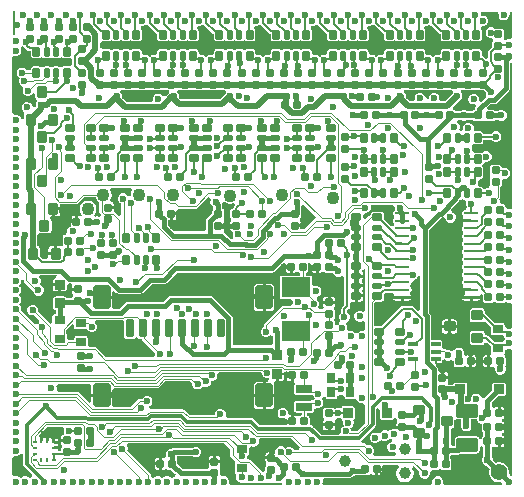
<source format=gbl>
G04*
G04 #@! TF.GenerationSoftware,Altium Limited,Altium Designer,22.11.1 (43)*
G04*
G04 Layer_Physical_Order=4*
G04 Layer_Color=9720587*
%FSLAX25Y25*%
%MOIN*%
G70*
G04*
G04 #@! TF.SameCoordinates,8C82D437-5C52-4462-93A3-0E09C5BBDBC0*
G04*
G04*
G04 #@! TF.FilePolarity,Positive*
G04*
G01*
G75*
%ADD13C,0.00787*%
%ADD17C,0.01968*%
G04:AMPARAMS|DCode=25|XSize=27.56mil|YSize=23.62mil|CornerRadius=2.36mil|HoleSize=0mil|Usage=FLASHONLY|Rotation=0.000|XOffset=0mil|YOffset=0mil|HoleType=Round|Shape=RoundedRectangle|*
%AMROUNDEDRECTD25*
21,1,0.02756,0.01890,0,0,0.0*
21,1,0.02284,0.02362,0,0,0.0*
1,1,0.00472,0.01142,-0.00945*
1,1,0.00472,-0.01142,-0.00945*
1,1,0.00472,-0.01142,0.00945*
1,1,0.00472,0.01142,0.00945*
%
%ADD25ROUNDEDRECTD25*%
G04:AMPARAMS|DCode=29|XSize=25.59mil|YSize=31.5mil|CornerRadius=2.56mil|HoleSize=0mil|Usage=FLASHONLY|Rotation=270.000|XOffset=0mil|YOffset=0mil|HoleType=Round|Shape=RoundedRectangle|*
%AMROUNDEDRECTD29*
21,1,0.02559,0.02638,0,0,270.0*
21,1,0.02047,0.03150,0,0,270.0*
1,1,0.00512,-0.01319,-0.01024*
1,1,0.00512,-0.01319,0.01024*
1,1,0.00512,0.01319,0.01024*
1,1,0.00512,0.01319,-0.01024*
%
%ADD29ROUNDEDRECTD29*%
G04:AMPARAMS|DCode=30|XSize=17.72mil|YSize=31.5mil|CornerRadius=1.77mil|HoleSize=0mil|Usage=FLASHONLY|Rotation=270.000|XOffset=0mil|YOffset=0mil|HoleType=Round|Shape=RoundedRectangle|*
%AMROUNDEDRECTD30*
21,1,0.01772,0.02795,0,0,270.0*
21,1,0.01417,0.03150,0,0,270.0*
1,1,0.00354,-0.01398,-0.00709*
1,1,0.00354,-0.01398,0.00709*
1,1,0.00354,0.01398,0.00709*
1,1,0.00354,0.01398,-0.00709*
%
%ADD30ROUNDEDRECTD30*%
G04:AMPARAMS|DCode=34|XSize=12.6mil|YSize=31.5mil|CornerRadius=1.26mil|HoleSize=0mil|Usage=FLASHONLY|Rotation=270.000|XOffset=0mil|YOffset=0mil|HoleType=Round|Shape=RoundedRectangle|*
%AMROUNDEDRECTD34*
21,1,0.01260,0.02898,0,0,270.0*
21,1,0.01008,0.03150,0,0,270.0*
1,1,0.00252,-0.01449,-0.00504*
1,1,0.00252,-0.01449,0.00504*
1,1,0.00252,0.01449,0.00504*
1,1,0.00252,0.01449,-0.00504*
%
%ADD34ROUNDEDRECTD34*%
G04:AMPARAMS|DCode=40|XSize=27.56mil|YSize=23.62mil|CornerRadius=2.36mil|HoleSize=0mil|Usage=FLASHONLY|Rotation=270.000|XOffset=0mil|YOffset=0mil|HoleType=Round|Shape=RoundedRectangle|*
%AMROUNDEDRECTD40*
21,1,0.02756,0.01890,0,0,270.0*
21,1,0.02284,0.02362,0,0,270.0*
1,1,0.00472,-0.00945,-0.01142*
1,1,0.00472,-0.00945,0.01142*
1,1,0.00472,0.00945,0.01142*
1,1,0.00472,0.00945,-0.01142*
%
%ADD40ROUNDEDRECTD40*%
%ADD68R,0.05512X0.00787*%
%ADD69R,0.00787X0.06299*%
%ADD70R,0.00787X0.19291*%
%ADD71R,0.17717X0.00787*%
%ADD72R,0.36221X0.00787*%
%ADD73R,0.19685X0.00787*%
%ADD74R,0.00787X0.42126*%
%ADD75R,0.00787X0.08268*%
%ADD76R,0.00787X0.07874*%
%ADD77R,0.00787X0.48819*%
%ADD78R,0.00787X0.09055*%
%ADD80C,0.01181*%
%ADD81C,0.01575*%
%ADD82C,0.00492*%
%ADD83C,0.02362*%
%ADD84C,0.03900*%
%ADD85C,0.04331*%
%ADD86C,0.05512*%
G04:AMPARAMS|DCode=87|XSize=59.06mil|YSize=25.59mil|CornerRadius=2.56mil|HoleSize=0mil|Usage=FLASHONLY|Rotation=270.000|XOffset=0mil|YOffset=0mil|HoleType=Round|Shape=RoundedRectangle|*
%AMROUNDEDRECTD87*
21,1,0.05906,0.02047,0,0,270.0*
21,1,0.05394,0.02559,0,0,270.0*
1,1,0.00512,-0.01024,-0.02697*
1,1,0.00512,-0.01024,0.02697*
1,1,0.00512,0.01024,0.02697*
1,1,0.00512,0.01024,-0.02697*
%
%ADD87ROUNDEDRECTD87*%
G04:AMPARAMS|DCode=88|XSize=78.74mil|YSize=57.09mil|CornerRadius=5.71mil|HoleSize=0mil|Usage=FLASHONLY|Rotation=270.000|XOffset=0mil|YOffset=0mil|HoleType=Round|Shape=RoundedRectangle|*
%AMROUNDEDRECTD88*
21,1,0.07874,0.04567,0,0,270.0*
21,1,0.06732,0.05709,0,0,270.0*
1,1,0.01142,-0.02284,-0.03366*
1,1,0.01142,-0.02284,0.03366*
1,1,0.01142,0.02284,0.03366*
1,1,0.01142,0.02284,-0.03366*
%
%ADD88ROUNDEDRECTD88*%
G04:AMPARAMS|DCode=89|XSize=35.83mil|YSize=33.47mil|CornerRadius=3.35mil|HoleSize=0mil|Usage=FLASHONLY|Rotation=180.000|XOffset=0mil|YOffset=0mil|HoleType=Round|Shape=RoundedRectangle|*
%AMROUNDEDRECTD89*
21,1,0.03583,0.02677,0,0,180.0*
21,1,0.02913,0.03347,0,0,180.0*
1,1,0.00669,-0.01457,0.01339*
1,1,0.00669,0.01457,0.01339*
1,1,0.00669,0.01457,-0.01339*
1,1,0.00669,-0.01457,-0.01339*
%
%ADD89ROUNDEDRECTD89*%
%ADD90R,0.01968X0.01968*%
%ADD91R,0.09449X0.06693*%
G04:AMPARAMS|DCode=92|XSize=25.59mil|YSize=31.5mil|CornerRadius=2.56mil|HoleSize=0mil|Usage=FLASHONLY|Rotation=180.000|XOffset=0mil|YOffset=0mil|HoleType=Round|Shape=RoundedRectangle|*
%AMROUNDEDRECTD92*
21,1,0.02559,0.02638,0,0,180.0*
21,1,0.02047,0.03150,0,0,180.0*
1,1,0.00512,-0.01024,0.01319*
1,1,0.00512,0.01024,0.01319*
1,1,0.00512,0.01024,-0.01319*
1,1,0.00512,-0.01024,-0.01319*
%
%ADD92ROUNDEDRECTD92*%
G04:AMPARAMS|DCode=93|XSize=17.72mil|YSize=31.5mil|CornerRadius=1.77mil|HoleSize=0mil|Usage=FLASHONLY|Rotation=180.000|XOffset=0mil|YOffset=0mil|HoleType=Round|Shape=RoundedRectangle|*
%AMROUNDEDRECTD93*
21,1,0.01772,0.02795,0,0,180.0*
21,1,0.01417,0.03150,0,0,180.0*
1,1,0.00354,-0.00709,0.01398*
1,1,0.00354,0.00709,0.01398*
1,1,0.00354,0.00709,-0.01398*
1,1,0.00354,-0.00709,-0.01398*
%
%ADD93ROUNDEDRECTD93*%
G04:AMPARAMS|DCode=94|XSize=35.43mil|YSize=37.4mil|CornerRadius=3.54mil|HoleSize=0mil|Usage=FLASHONLY|Rotation=90.000|XOffset=0mil|YOffset=0mil|HoleType=Round|Shape=RoundedRectangle|*
%AMROUNDEDRECTD94*
21,1,0.03543,0.03032,0,0,90.0*
21,1,0.02835,0.03740,0,0,90.0*
1,1,0.00709,0.01516,0.01417*
1,1,0.00709,0.01516,-0.01417*
1,1,0.00709,-0.01516,-0.01417*
1,1,0.00709,-0.01516,0.01417*
%
%ADD94ROUNDEDRECTD94*%
G04:AMPARAMS|DCode=95|XSize=35.43mil|YSize=37.4mil|CornerRadius=3.54mil|HoleSize=0mil|Usage=FLASHONLY|Rotation=90.000|XOffset=0mil|YOffset=0mil|HoleType=Round|Shape=RoundedRectangle|*
%AMROUNDEDRECTD95*
21,1,0.03543,0.03032,0,0,90.0*
21,1,0.02835,0.03740,0,0,90.0*
1,1,0.00709,0.01516,0.01417*
1,1,0.00709,0.01516,-0.01417*
1,1,0.00709,-0.01516,-0.01417*
1,1,0.00709,-0.01516,0.01417*
%
%ADD95ROUNDEDRECTD95*%
G04:AMPARAMS|DCode=96|XSize=27.56mil|YSize=36.22mil|CornerRadius=2.76mil|HoleSize=0mil|Usage=FLASHONLY|Rotation=270.000|XOffset=0mil|YOffset=0mil|HoleType=Round|Shape=RoundedRectangle|*
%AMROUNDEDRECTD96*
21,1,0.02756,0.03071,0,0,270.0*
21,1,0.02205,0.03622,0,0,270.0*
1,1,0.00551,-0.01535,-0.01102*
1,1,0.00551,-0.01535,0.01102*
1,1,0.00551,0.01535,0.01102*
1,1,0.00551,0.01535,-0.01102*
%
%ADD96ROUNDEDRECTD96*%
G04:AMPARAMS|DCode=97|XSize=27.56mil|YSize=55.12mil|CornerRadius=2.76mil|HoleSize=0mil|Usage=FLASHONLY|Rotation=90.000|XOffset=0mil|YOffset=0mil|HoleType=Round|Shape=RoundedRectangle|*
%AMROUNDEDRECTD97*
21,1,0.02756,0.04961,0,0,90.0*
21,1,0.02205,0.05512,0,0,90.0*
1,1,0.00551,0.02480,0.01102*
1,1,0.00551,0.02480,-0.01102*
1,1,0.00551,-0.02480,-0.01102*
1,1,0.00551,-0.02480,0.01102*
%
%ADD97ROUNDEDRECTD97*%
G04:AMPARAMS|DCode=98|XSize=27.56mil|YSize=36.22mil|CornerRadius=2.76mil|HoleSize=0mil|Usage=FLASHONLY|Rotation=180.000|XOffset=0mil|YOffset=0mil|HoleType=Round|Shape=RoundedRectangle|*
%AMROUNDEDRECTD98*
21,1,0.02756,0.03071,0,0,180.0*
21,1,0.02205,0.03622,0,0,180.0*
1,1,0.00551,-0.01102,0.01535*
1,1,0.00551,0.01102,0.01535*
1,1,0.00551,0.01102,-0.01535*
1,1,0.00551,-0.01102,-0.01535*
%
%ADD98ROUNDEDRECTD98*%
G04:AMPARAMS|DCode=99|XSize=70.87mil|YSize=45.28mil|CornerRadius=4.53mil|HoleSize=0mil|Usage=FLASHONLY|Rotation=180.000|XOffset=0mil|YOffset=0mil|HoleType=Round|Shape=RoundedRectangle|*
%AMROUNDEDRECTD99*
21,1,0.07087,0.03622,0,0,180.0*
21,1,0.06181,0.04528,0,0,180.0*
1,1,0.00906,-0.03091,0.01811*
1,1,0.00906,0.03091,0.01811*
1,1,0.00906,0.03091,-0.01811*
1,1,0.00906,-0.03091,-0.01811*
%
%ADD99ROUNDEDRECTD99*%
G04:AMPARAMS|DCode=100|XSize=33.47mil|YSize=33.47mil|CornerRadius=3.35mil|HoleSize=0mil|Usage=FLASHONLY|Rotation=90.000|XOffset=0mil|YOffset=0mil|HoleType=Round|Shape=RoundedRectangle|*
%AMROUNDEDRECTD100*
21,1,0.03347,0.02677,0,0,90.0*
21,1,0.02677,0.03347,0,0,90.0*
1,1,0.00669,0.01339,0.01339*
1,1,0.00669,0.01339,-0.01339*
1,1,0.00669,-0.01339,-0.01339*
1,1,0.00669,-0.01339,0.01339*
%
%ADD100ROUNDEDRECTD100*%
%ADD101O,0.04961X0.00984*%
G04:AMPARAMS|DCode=102|XSize=35.43mil|YSize=37.4mil|CornerRadius=3.54mil|HoleSize=0mil|Usage=FLASHONLY|Rotation=180.000|XOffset=0mil|YOffset=0mil|HoleType=Round|Shape=RoundedRectangle|*
%AMROUNDEDRECTD102*
21,1,0.03543,0.03032,0,0,180.0*
21,1,0.02835,0.03740,0,0,180.0*
1,1,0.00709,-0.01417,0.01516*
1,1,0.00709,0.01417,0.01516*
1,1,0.00709,0.01417,-0.01516*
1,1,0.00709,-0.01417,-0.01516*
%
%ADD102ROUNDEDRECTD102*%
G04:AMPARAMS|DCode=103|XSize=35.43mil|YSize=37.4mil|CornerRadius=3.54mil|HoleSize=0mil|Usage=FLASHONLY|Rotation=180.000|XOffset=0mil|YOffset=0mil|HoleType=Round|Shape=RoundedRectangle|*
%AMROUNDEDRECTD103*
21,1,0.03543,0.03032,0,0,180.0*
21,1,0.02835,0.03740,0,0,180.0*
1,1,0.00709,-0.01417,0.01516*
1,1,0.00709,0.01417,0.01516*
1,1,0.00709,0.01417,-0.01516*
1,1,0.00709,-0.01417,-0.01516*
%
%ADD103ROUNDEDRECTD103*%
%ADD104R,0.00984X0.01378*%
%ADD105R,0.01378X0.00984*%
%ADD106R,0.01968X0.01176*%
G36*
X162025Y157087D02*
X162008Y157045D01*
Y156341D01*
X162278Y155689D01*
X162776Y155191D01*
X163427Y154921D01*
X164132D01*
X164783Y155191D01*
X165281Y155689D01*
X165551Y156341D01*
Y156644D01*
X166226Y157231D01*
X166279Y157246D01*
X166535Y157168D01*
Y149131D01*
X165748Y148605D01*
X165707Y148622D01*
X165002D01*
X164351Y148352D01*
X164336Y148338D01*
X164230Y148346D01*
X163551Y148842D01*
X163550Y148846D01*
X163558Y148866D01*
X163732Y149126D01*
X163796Y149449D01*
Y151339D01*
X163732Y151661D01*
X163549Y151935D01*
X163275Y152117D01*
X162953Y152181D01*
X160669D01*
X160576Y152163D01*
X160450Y152289D01*
X159799Y152559D01*
X159094D01*
X158443Y152289D01*
X157945Y151791D01*
X157675Y151140D01*
Y150435D01*
X157945Y149784D01*
X158443Y149285D01*
X159094Y149016D01*
X159799D01*
X160073Y148288D01*
Y148006D01*
X160064Y147984D01*
X159890Y147724D01*
X159826Y147402D01*
Y146088D01*
X158838Y145099D01*
X158620Y144774D01*
X158544Y144390D01*
Y142359D01*
X158375Y142247D01*
X157756Y142159D01*
X157247Y142668D01*
X156922Y142886D01*
X156538Y142962D01*
X156512D01*
Y144429D01*
X156447Y144759D01*
X156260Y145039D01*
X155980Y145227D01*
X155649Y145292D01*
X154000D01*
X153602Y145292D01*
X153602Y145292D01*
X153272Y145227D01*
X153271Y145226D01*
X153108Y145191D01*
X152493Y145158D01*
X152189Y145231D01*
X151889Y145291D01*
X150472D01*
X150173Y145231D01*
X150091Y145177D01*
X149895Y145061D01*
X149317D01*
X149121Y145177D01*
X149039Y145231D01*
X148740Y145291D01*
X147322D01*
X147023Y145231D01*
X146719Y145158D01*
X146104Y145191D01*
X145941Y145226D01*
X145940Y145227D01*
X145610Y145292D01*
X145610Y145292D01*
X145212Y145292D01*
X143563D01*
X143232Y145227D01*
X142952Y145039D01*
X142765Y144759D01*
X142700Y144429D01*
Y143915D01*
X142085Y143504D01*
X141380D01*
X140729Y143234D01*
X140672Y143177D01*
X140157Y142791D01*
X139643Y143177D01*
X139586Y143234D01*
X138935Y143504D01*
X138230D01*
X137615Y143915D01*
Y144429D01*
X137549Y144759D01*
X137362Y145039D01*
X137082Y145227D01*
X136752Y145292D01*
X134705D01*
X134374Y145227D01*
X134330Y145197D01*
X134085Y145042D01*
X133292Y145231D01*
X132992Y145291D01*
X131575D01*
X131275Y145231D01*
X131229Y145200D01*
X131144Y145150D01*
X130709Y145098D01*
X130274Y145150D01*
X130188Y145200D01*
X130142Y145231D01*
X129842Y145291D01*
X128425D01*
X128126Y145231D01*
X127821Y145158D01*
X127207Y145191D01*
X127044Y145226D01*
X127043Y145227D01*
X126713Y145292D01*
X126713Y145292D01*
X126315Y145292D01*
X124665D01*
X124335Y145227D01*
X124055Y145039D01*
X123868Y144759D01*
X123802Y144429D01*
Y143915D01*
X123187Y143504D01*
X122482D01*
X121831Y143234D01*
X121774Y143177D01*
X121260Y142791D01*
X120745Y143177D01*
X120689Y143234D01*
X120037Y143504D01*
X119333D01*
X118717Y143915D01*
Y144429D01*
X118652Y144759D01*
X118465Y145039D01*
X118185Y145227D01*
X117854Y145292D01*
X115807D01*
X115477Y145227D01*
X115432Y145197D01*
X115187Y145042D01*
X114394Y145231D01*
X114094Y145291D01*
X112677D01*
X112378Y145231D01*
X112296Y145177D01*
X112100Y145061D01*
X111522D01*
X111326Y145177D01*
X111244Y145231D01*
X110945Y145291D01*
X109528D01*
X109228Y145231D01*
X108924Y145158D01*
X108309Y145191D01*
X108146Y145226D01*
X108145Y145227D01*
X107815Y145292D01*
X107815Y145292D01*
X107417Y145292D01*
X105768D01*
X105437Y145227D01*
X105157Y145039D01*
X104970Y144759D01*
X104905Y144429D01*
Y143915D01*
X104289Y143504D01*
X103585D01*
X102933Y143234D01*
X102877Y143177D01*
X102362Y142791D01*
X101848Y143177D01*
X101791Y143234D01*
X101140Y143504D01*
X100435D01*
X99820Y143915D01*
Y144429D01*
X99754Y144759D01*
X99567Y145039D01*
X99287Y145227D01*
X98957Y145292D01*
X96909D01*
X96579Y145227D01*
X96535Y145197D01*
X96290Y145042D01*
X95496Y145231D01*
X95197Y145291D01*
X93779D01*
X93480Y145231D01*
X93434Y145200D01*
X93199Y145061D01*
X92627D01*
X92393Y145200D01*
X92347Y145231D01*
X92047Y145291D01*
X90630D01*
X90330Y145231D01*
X90026Y145158D01*
X89411Y145191D01*
X89248Y145226D01*
X89248Y145227D01*
X88917Y145292D01*
X88917Y145292D01*
X88520Y145292D01*
X86870D01*
X86540Y145227D01*
X86260Y145039D01*
X86073Y144759D01*
X86007Y144429D01*
Y143915D01*
X85392Y143504D01*
X84687D01*
X84036Y143234D01*
X83979Y143177D01*
X83464Y142791D01*
X82950Y143177D01*
X82893Y143234D01*
X82242Y143504D01*
X81537D01*
X80922Y143915D01*
Y144429D01*
X80856Y144759D01*
X80669Y145039D01*
X80389Y145227D01*
X80059Y145292D01*
X78012D01*
X77681Y145227D01*
X77637Y145197D01*
X77392Y145042D01*
X76598Y145231D01*
X76299Y145291D01*
X74882D01*
X74582Y145231D01*
X74536Y145200D01*
X74450Y145150D01*
X74015Y145098D01*
X73580Y145150D01*
X73495Y145200D01*
X73449Y145231D01*
X73149Y145291D01*
X71732D01*
X71432Y145231D01*
X71128Y145158D01*
X70513Y145191D01*
X70350Y145226D01*
X70350Y145227D01*
X70020Y145292D01*
X70019Y145292D01*
X69622Y145292D01*
X67972D01*
X67642Y145227D01*
X67362Y145039D01*
X67175Y144759D01*
X67109Y144429D01*
Y143915D01*
X66494Y143504D01*
X65789D01*
X65138Y143234D01*
X65081Y143177D01*
X64567Y142791D01*
X64052Y143177D01*
X63996Y143234D01*
X63345Y143504D01*
X62640D01*
X62024Y143915D01*
Y144429D01*
X61959Y144759D01*
X61772Y145039D01*
X61492Y145227D01*
X61161Y145292D01*
X59512D01*
X59114Y145292D01*
X59114Y145292D01*
X58784Y145227D01*
X58783Y145226D01*
X58620Y145191D01*
X58005Y145158D01*
X57701Y145231D01*
X57401Y145291D01*
X55984D01*
X55685Y145231D01*
X55603Y145177D01*
X55407Y145061D01*
X54829D01*
X54633Y145177D01*
X54551Y145231D01*
X54252Y145291D01*
X52834D01*
X52535Y145231D01*
X52231Y145158D01*
X51616Y145191D01*
X51453Y145226D01*
X51452Y145227D01*
X51122Y145292D01*
X51122Y145292D01*
X50724Y145292D01*
X49075D01*
X48744Y145227D01*
X48464Y145039D01*
X48277Y144759D01*
X48212Y144429D01*
Y143915D01*
X47596Y143504D01*
X46892D01*
X46240Y143234D01*
X46184Y143177D01*
X45669Y142791D01*
X45155Y143177D01*
X45098Y143234D01*
X44447Y143504D01*
X43742D01*
X43127Y143915D01*
Y144429D01*
X43061Y144759D01*
X42874Y145039D01*
X42594Y145227D01*
X42264Y145292D01*
X40614D01*
X40216Y145292D01*
X40216Y145292D01*
X39886Y145227D01*
X39885Y145226D01*
X39723Y145191D01*
X39108Y145158D01*
X38803Y145231D01*
X38504Y145291D01*
X37086D01*
X36787Y145231D01*
X36706Y145177D01*
X36509Y145061D01*
X35931D01*
X35735Y145177D01*
X35654Y145231D01*
X35354Y145291D01*
X33937D01*
X33637Y145231D01*
X33333Y145158D01*
X32718Y145191D01*
X32555Y145226D01*
X32555Y145227D01*
X32225Y145292D01*
X32224Y145292D01*
X31827Y145292D01*
X30177D01*
X30051Y145267D01*
X29448Y145607D01*
X29263Y145783D01*
Y147524D01*
X29448Y147700D01*
X30051Y148040D01*
X30177Y148015D01*
X32224D01*
X32555Y148081D01*
X32599Y148110D01*
X32844Y148266D01*
X33637Y148076D01*
X33937Y148017D01*
X35354D01*
X35654Y148076D01*
X35735Y148130D01*
X35931Y148246D01*
X36509D01*
X36706Y148130D01*
X36787Y148076D01*
X37086Y148017D01*
X38504D01*
X38803Y148076D01*
X39597Y148266D01*
X39842Y148110D01*
X39886Y148081D01*
X40216Y148015D01*
X42264D01*
X42594Y148081D01*
X42874Y148268D01*
X43061Y148548D01*
X43127Y148878D01*
Y151516D01*
X43061Y151846D01*
X42874Y152126D01*
X42725Y152225D01*
X42955Y152953D01*
X43659D01*
X44311Y153223D01*
X44579Y153491D01*
X44960Y153454D01*
X47745Y150668D01*
X48071Y150451D01*
X48212Y150423D01*
Y148878D01*
X48277Y148548D01*
X48464Y148268D01*
X48744Y148081D01*
X49075Y148015D01*
X51122D01*
X51452Y148081D01*
X51496Y148110D01*
X51741Y148266D01*
X52535Y148076D01*
X52834Y148017D01*
X54252D01*
X54551Y148076D01*
X54633Y148130D01*
X54829Y148246D01*
X55407D01*
X55603Y148130D01*
X55685Y148076D01*
X55984Y148017D01*
X57401D01*
X57701Y148076D01*
X58494Y148266D01*
X58739Y148110D01*
X58784Y148081D01*
X59114Y148015D01*
X61161D01*
X61492Y148081D01*
X61772Y148268D01*
X61959Y148548D01*
X62024Y148878D01*
Y151516D01*
X61959Y151846D01*
X61772Y152126D01*
X61623Y152225D01*
X61852Y152953D01*
X62557D01*
X63208Y153223D01*
X63477Y153491D01*
X63857Y153454D01*
X66643Y150668D01*
X66968Y150451D01*
X67109Y150423D01*
Y148878D01*
X67175Y148548D01*
X67362Y148268D01*
X67642Y148081D01*
X67972Y148015D01*
X70019D01*
X70350Y148081D01*
X70394Y148110D01*
X70639Y148266D01*
X71432Y148076D01*
X71732Y148017D01*
X73149D01*
X73449Y148076D01*
X73530Y148130D01*
X73726Y148246D01*
X74304D01*
X74501Y148130D01*
X74582Y148076D01*
X74882Y148017D01*
X76299D01*
X76598Y148076D01*
X77392Y148266D01*
X77637Y148110D01*
X77681Y148081D01*
X78012Y148015D01*
X80059D01*
X80389Y148081D01*
X80669Y148268D01*
X80856Y148548D01*
X80922Y148878D01*
Y151516D01*
X80856Y151846D01*
X80669Y152126D01*
X80520Y152225D01*
X80750Y152953D01*
X81455D01*
X82106Y153223D01*
X82375Y153491D01*
X82755Y153454D01*
X85540Y150668D01*
X85866Y150451D01*
X86007Y150423D01*
Y148878D01*
X86073Y148548D01*
X86260Y148268D01*
X86540Y148081D01*
X86870Y148015D01*
X88917D01*
X89248Y148081D01*
X89292Y148110D01*
X89537Y148266D01*
X90330Y148076D01*
X90630Y148017D01*
X92047D01*
X92347Y148076D01*
X92428Y148130D01*
X92624Y148246D01*
X93202D01*
X93399Y148130D01*
X93480Y148076D01*
X93779Y148017D01*
X95197D01*
X95496Y148076D01*
X96290Y148266D01*
X96535Y148110D01*
X96579Y148081D01*
X96909Y148015D01*
X98957D01*
X99287Y148081D01*
X99567Y148268D01*
X99754Y148548D01*
X99820Y148878D01*
Y151516D01*
X99754Y151846D01*
X99567Y152126D01*
X99418Y152225D01*
X99648Y152953D01*
X100352D01*
X101004Y153223D01*
X101272Y153491D01*
X101653Y153454D01*
X104438Y150668D01*
X104764Y150451D01*
X104905Y150423D01*
Y148878D01*
X104970Y148548D01*
X105157Y148268D01*
X105437Y148081D01*
X105768Y148015D01*
X107815D01*
X108145Y148081D01*
X108190Y148110D01*
X108435Y148266D01*
X109228Y148076D01*
X109528Y148017D01*
X110945D01*
X111244Y148076D01*
X111326Y148130D01*
X111522Y148246D01*
X112100D01*
X112296Y148130D01*
X112378Y148076D01*
X112677Y148017D01*
X114094D01*
X114394Y148076D01*
X115187Y148266D01*
X115432Y148110D01*
X115477Y148081D01*
X115807Y148015D01*
X117854D01*
X118185Y148081D01*
X118465Y148268D01*
X118652Y148548D01*
X118717Y148878D01*
Y151516D01*
X118652Y151846D01*
X118465Y152126D01*
X118316Y152225D01*
X118545Y152953D01*
X119250D01*
X119901Y153223D01*
X120170Y153491D01*
X120550Y153454D01*
X123336Y150668D01*
X123661Y150451D01*
X123802Y150423D01*
Y148878D01*
X123868Y148548D01*
X124055Y148268D01*
X124335Y148081D01*
X124665Y148015D01*
X126713D01*
X127043Y148081D01*
X127087Y148110D01*
X127332Y148266D01*
X128126Y148076D01*
X128425Y148017D01*
X129842D01*
X130142Y148076D01*
X130223Y148130D01*
X130420Y148246D01*
X130998D01*
X131194Y148130D01*
X131275Y148076D01*
X131575Y148017D01*
X132992D01*
X133292Y148076D01*
X134085Y148266D01*
X134330Y148110D01*
X134374Y148081D01*
X134705Y148015D01*
X136752D01*
X137082Y148081D01*
X137362Y148268D01*
X137549Y148548D01*
X137615Y148878D01*
Y151516D01*
X137549Y151846D01*
X137362Y152126D01*
X137214Y152225D01*
X137443Y152953D01*
X138148D01*
X138799Y153223D01*
X139796Y153106D01*
X142234Y150668D01*
X142559Y150451D01*
X142700Y150423D01*
Y148878D01*
X142765Y148548D01*
X142952Y148268D01*
X143232Y148081D01*
X143563Y148015D01*
X145610D01*
X145940Y148081D01*
X145985Y148110D01*
X146230Y148266D01*
X147023Y148076D01*
X147322Y148017D01*
X148740D01*
X149039Y148076D01*
X149121Y148130D01*
X149317Y148246D01*
X149895D01*
X150091Y148130D01*
X150173Y148076D01*
X150472Y148017D01*
X151889D01*
X152189Y148076D01*
X152982Y148266D01*
X153227Y148110D01*
X153272Y148081D01*
X153602Y148015D01*
X155649D01*
X155980Y148081D01*
X156260Y148268D01*
X156447Y148548D01*
X156512Y148878D01*
Y151516D01*
X156447Y151846D01*
X156260Y152126D01*
X156111Y152225D01*
X156341Y152953D01*
X157045D01*
X157696Y153223D01*
X158195Y153721D01*
X158465Y154372D01*
Y155077D01*
X158195Y155728D01*
X157696Y156226D01*
X157045Y156496D01*
X156341D01*
X156299Y156524D01*
Y157874D01*
X161499D01*
X162025Y157087D01*
D02*
G37*
G36*
X3995Y146072D02*
X4212Y145747D01*
X5000Y144960D01*
X5325Y144742D01*
X5709Y144666D01*
X6085D01*
Y143169D01*
X6151Y142839D01*
X6338Y142559D01*
X6618Y142372D01*
X6949Y142306D01*
X8996D01*
X9326Y142372D01*
X9370Y142402D01*
X9615Y142557D01*
X10409Y142367D01*
X10708Y142308D01*
X12126D01*
X12425Y142367D01*
X12507Y142422D01*
X12703Y142537D01*
X13281D01*
X13477Y142422D01*
X13558Y142367D01*
X13858Y142308D01*
X15275D01*
X15575Y142367D01*
X16368Y142557D01*
X16613Y142402D01*
X16658Y142372D01*
X16988Y142306D01*
X19035D01*
X19080Y142315D01*
X19748Y141906D01*
X19868Y141761D01*
Y140129D01*
X19748Y139984D01*
X19080Y139575D01*
X19035Y139584D01*
X16988D01*
X16658Y139518D01*
X16613Y139488D01*
X16368Y139333D01*
X15575Y139522D01*
X15275Y139582D01*
X13858D01*
X13558Y139522D01*
X13477Y139468D01*
X13281Y139353D01*
X12703D01*
X12507Y139468D01*
X12425Y139522D01*
X12126Y139582D01*
X10708D01*
X10409Y139522D01*
X9615Y139333D01*
X9370Y139488D01*
X9326Y139518D01*
X8996Y139584D01*
X6949D01*
X6618Y139518D01*
X6338Y139331D01*
X6151Y139051D01*
X6085Y138721D01*
Y138255D01*
X4714D01*
X4651Y138405D01*
X4153Y138903D01*
X3502Y139173D01*
X2797D01*
X2146Y138903D01*
X1648Y138405D01*
X1378Y137754D01*
Y137049D01*
X1648Y136398D01*
X2146Y135900D01*
X2183Y135884D01*
X2435Y135649D01*
X2165Y134998D01*
Y134293D01*
X2435Y133642D01*
X2933Y133144D01*
X3084Y133081D01*
X3538Y132585D01*
X3466Y132136D01*
X3347Y131849D01*
Y131144D01*
X3616Y130492D01*
X4115Y129994D01*
X4766Y129724D01*
X5471D01*
X6122Y129994D01*
X6620Y130492D01*
X6674Y130623D01*
X7462Y130466D01*
Y129587D01*
X7535Y129218D01*
X7744Y128905D01*
X7875Y128817D01*
X8061Y128138D01*
X8064Y127892D01*
X7947Y127775D01*
X7677Y127124D01*
Y126419D01*
X7768Y126200D01*
Y126183D01*
X7408Y125911D01*
X6621Y126240D01*
X6351Y126892D01*
X5853Y127390D01*
X5201Y127660D01*
X4497D01*
X3846Y127390D01*
X3347Y126892D01*
X3077Y126240D01*
Y125536D01*
X3347Y124884D01*
X3551Y124680D01*
X3837Y124280D01*
X3795Y123735D01*
X3721Y123366D01*
Y122051D01*
X2953Y122006D01*
X2683Y122657D01*
X2185Y123155D01*
X1534Y123425D01*
X829D01*
X787Y123408D01*
X0Y123934D01*
Y142601D01*
X787Y143127D01*
X829Y143110D01*
X1534D01*
X2185Y143380D01*
X2683Y143878D01*
X2953Y144529D01*
Y145234D01*
X2683Y145886D01*
X2677Y145892D01*
X2686Y146033D01*
X2728Y146073D01*
X3617Y146229D01*
X3995Y146072D01*
D02*
G37*
G36*
X155228Y131741D02*
X155551Y131677D01*
X156887D01*
X157677Y130887D01*
Y130750D01*
X157947Y130099D01*
X157829Y129501D01*
X156079Y127751D01*
X155412Y128197D01*
X155476Y128353D01*
Y129058D01*
X155207Y129709D01*
X154708Y130208D01*
X154057Y130477D01*
X153352D01*
X152701Y130208D01*
X152203Y129709D01*
X151933Y129058D01*
Y128353D01*
X152203Y127702D01*
X152701Y127204D01*
X153352Y126934D01*
X154057D01*
X154213Y126999D01*
X154659Y126331D01*
X154585Y126257D01*
X154281Y125801D01*
X154174Y125264D01*
Y125200D01*
X153918Y125149D01*
X153644Y124966D01*
X153461Y124693D01*
X153449Y124633D01*
X151691D01*
X151594Y124730D01*
X150943Y125000D01*
X150238D01*
X149587Y124730D01*
X149490Y124633D01*
X147731D01*
X147720Y124693D01*
X147537Y124966D01*
X147264Y125149D01*
X147034Y125195D01*
X146873Y125462D01*
X146726Y126000D01*
X148782Y128057D01*
X149183Y128223D01*
X149681Y128721D01*
X149951Y129372D01*
Y130077D01*
X149681Y130728D01*
X149337Y131072D01*
X149539Y131795D01*
X149579Y131859D01*
X150328D01*
X150504Y131741D01*
X150827Y131677D01*
X153110D01*
X153433Y131741D01*
X153610Y131859D01*
X155052D01*
X155228Y131741D01*
D02*
G37*
G36*
X145780D02*
X146102Y131677D01*
X146512D01*
X146839Y130889D01*
X146677Y130728D01*
X146511Y130327D01*
X144168Y127984D01*
X142885D01*
X142323Y128683D01*
Y129388D01*
X142053Y130039D01*
X141555Y130537D01*
X140904Y130807D01*
X140199D01*
X139548Y130537D01*
X139049Y130039D01*
X138779Y129388D01*
Y128683D01*
X138694Y128577D01*
X138342D01*
X137598Y129329D01*
Y129388D01*
X137329Y130039D01*
X136830Y130537D01*
X136179Y130807D01*
X135474D01*
X134823Y130537D01*
X134325Y130039D01*
X134055Y129388D01*
Y128683D01*
X133493Y127984D01*
X132389D01*
X131038Y129335D01*
X131053Y129372D01*
Y130077D01*
X130783Y130728D01*
X130440Y131072D01*
X130641Y131795D01*
X130681Y131859D01*
X131430D01*
X131606Y131741D01*
X131929Y131677D01*
X134212D01*
X134535Y131741D01*
X134712Y131859D01*
X136154D01*
X136331Y131741D01*
X136653Y131677D01*
X138937D01*
X139260Y131741D01*
X139436Y131859D01*
X140879D01*
X141055Y131741D01*
X141378Y131677D01*
X143661D01*
X143984Y131741D01*
X144161Y131859D01*
X145603D01*
X145780Y131741D01*
D02*
G37*
G36*
X70189D02*
X70512Y131677D01*
X70922D01*
X71248Y130889D01*
X71087Y130728D01*
X70996Y130509D01*
X69159Y128673D01*
X56110D01*
X55447Y129335D01*
X55462Y129372D01*
Y130077D01*
X55193Y130728D01*
X54849Y131072D01*
X55050Y131795D01*
X55091Y131859D01*
X55839D01*
X56016Y131741D01*
X56339Y131677D01*
X58622D01*
X58945Y131741D01*
X59121Y131859D01*
X60563D01*
X60740Y131741D01*
X61063Y131677D01*
X63346D01*
X63669Y131741D01*
X63845Y131859D01*
X65288D01*
X65464Y131741D01*
X65787Y131677D01*
X68071D01*
X68393Y131741D01*
X68570Y131859D01*
X70012D01*
X70189Y131741D01*
D02*
G37*
G36*
X51291D02*
X51614Y131677D01*
X52024D01*
X52290Y131213D01*
X52311Y130889D01*
X52154Y130784D01*
X52154Y130784D01*
X51016Y129647D01*
X50124Y129744D01*
X49626Y130242D01*
X48974Y130512D01*
X48270D01*
X47618Y130242D01*
X47120Y129744D01*
X46850Y129093D01*
Y128388D01*
X46288Y127688D01*
X38196D01*
X36549Y129335D01*
X36565Y129372D01*
Y130077D01*
X36295Y130728D01*
X35952Y131072D01*
X36153Y131795D01*
X36193Y131859D01*
X36941D01*
X37118Y131741D01*
X37441Y131677D01*
X39724D01*
X40047Y131741D01*
X40223Y131859D01*
X41666D01*
X41843Y131741D01*
X42165Y131677D01*
X44449D01*
X44771Y131741D01*
X44948Y131859D01*
X46391D01*
X46567Y131741D01*
X46890Y131677D01*
X49173D01*
X49496Y131741D01*
X49672Y131859D01*
X51115D01*
X51291Y131741D01*
D02*
G37*
G36*
X166535Y131780D02*
Y104684D01*
X165748Y104527D01*
X165577Y104941D01*
X165078Y105439D01*
X164427Y105709D01*
X163722D01*
X163697Y105717D01*
X162984Y106128D01*
X162957Y106263D01*
X162774Y106536D01*
X162501Y106719D01*
X162178Y106783D01*
X159895D01*
X159572Y106719D01*
X159298Y106536D01*
X159116Y106263D01*
X159052Y105940D01*
Y104051D01*
X159116Y103728D01*
X159289Y103468D01*
X159298Y103446D01*
Y102608D01*
X159289Y102586D01*
X159116Y102326D01*
X159052Y102003D01*
Y100114D01*
X159078Y99979D01*
X158754Y99394D01*
X158570Y99191D01*
X158450D01*
X157799Y98921D01*
X157665Y98787D01*
X157263Y98839D01*
X156767Y99003D01*
X156653Y99173D01*
X156374Y99360D01*
X156043Y99426D01*
X155407D01*
X155045Y100178D01*
X155315Y100829D01*
Y101533D01*
X155912Y102149D01*
X156043D01*
X156374Y102215D01*
X156653Y102402D01*
X156841Y102682D01*
X156906Y103012D01*
Y105650D01*
X156841Y105980D01*
X156653Y106260D01*
X156653Y106732D01*
X156841Y107012D01*
X156866Y107137D01*
X157460Y107602D01*
X157620Y107677D01*
X158325D01*
X158976Y107947D01*
X159474Y108445D01*
X159744Y109096D01*
Y109801D01*
X159474Y110452D01*
X158976Y110951D01*
X158325Y111221D01*
X157620D01*
X156969Y110951D01*
X156627Y110609D01*
X156374Y110778D01*
X156043Y110843D01*
X154060D01*
X153942Y110891D01*
X153353Y111412D01*
X153333Y111453D01*
Y111842D01*
X153063Y112493D01*
X153045Y112511D01*
X153086Y113479D01*
X153345Y113676D01*
X153502Y113668D01*
X153665Y113632D01*
X153666Y113632D01*
X153996Y113566D01*
X153996Y113566D01*
X154394Y113566D01*
X156043D01*
X156374Y113632D01*
X156653Y113819D01*
X156841Y114099D01*
X156906Y114429D01*
Y115138D01*
X159719D01*
X159719Y115138D01*
X160217Y114640D01*
X160868Y114370D01*
X161573D01*
X162224Y114640D01*
X162722Y115138D01*
X162992Y115789D01*
Y116494D01*
X162722Y117145D01*
X162224Y117644D01*
X161573Y117913D01*
X160868D01*
X160217Y117644D01*
X159719Y117145D01*
X159719Y117145D01*
X156891D01*
X156841Y117397D01*
X156653Y117677D01*
X156374Y117864D01*
X156043Y117930D01*
X154297D01*
X153776Y118543D01*
X153749Y118621D01*
X153740Y118682D01*
Y119349D01*
X153470Y120000D01*
X152972Y120498D01*
X152321Y120768D01*
X151616D01*
X150965Y120498D01*
X150467Y120000D01*
X150197Y119349D01*
Y118644D01*
X149880Y118129D01*
X149241Y118138D01*
X149011Y118501D01*
X148965Y118716D01*
X149053Y118927D01*
Y119632D01*
X148783Y120283D01*
X148285Y120781D01*
X148360Y121603D01*
X148524Y121823D01*
X149490D01*
X149587Y121727D01*
X150238Y121457D01*
X150943D01*
X151594Y121727D01*
X151691Y121823D01*
X153449D01*
X153461Y121764D01*
X153644Y121491D01*
X153918Y121308D01*
X154240Y121244D01*
X156130D01*
X156453Y121308D01*
X156712Y121481D01*
X156735Y121491D01*
X157573D01*
X157595Y121481D01*
X157855Y121308D01*
X158177Y121244D01*
X160067D01*
X160389Y121308D01*
X160663Y121491D01*
X160846Y121764D01*
X160857Y121824D01*
X161892D01*
X161989Y121727D01*
X162640Y121457D01*
X163345D01*
X163996Y121727D01*
X164494Y122225D01*
X164764Y122876D01*
Y123581D01*
X164494Y124232D01*
X163996Y124730D01*
X163345Y125000D01*
X162640D01*
X161989Y124730D01*
X161892Y124633D01*
X160857D01*
X160846Y124693D01*
X160663Y124966D01*
X160389Y125149D01*
X160067Y125213D01*
X158628D01*
X158302Y126000D01*
X159405Y127103D01*
X160495D01*
X161032Y127210D01*
X161488Y127514D01*
X165462Y131488D01*
X165748Y131916D01*
X165807Y131929D01*
X166535Y131780D01*
D02*
G37*
G36*
X39507Y98951D02*
X39785Y98307D01*
X39558Y97914D01*
X39370Y97213D01*
Y96640D01*
X39166Y96506D01*
X38411Y96545D01*
X37913Y97043D01*
X37262Y97313D01*
X36557D01*
X35906Y97043D01*
X35408Y96545D01*
X35138Y95893D01*
Y95189D01*
X35408Y94538D01*
X35906Y94039D01*
X36160Y93934D01*
Y90013D01*
X35432Y89711D01*
X34038Y91105D01*
X33811Y91257D01*
X33874Y91575D01*
Y92028D01*
X31890D01*
Y93012D01*
X33874D01*
Y93465D01*
X33810Y93787D01*
X33628Y94061D01*
X33354Y94243D01*
X33031Y94308D01*
X32783D01*
X32457Y95095D01*
X32520Y95158D01*
X32883Y95787D01*
X33071Y96488D01*
Y97213D01*
X32883Y97914D01*
X32656Y98307D01*
X32934Y98951D01*
X33079Y99095D01*
X39362D01*
X39507Y98951D01*
D02*
G37*
G36*
X166535Y103190D02*
Y92438D01*
X165748Y91912D01*
X165707Y91929D01*
X165002D01*
X164386Y92340D01*
Y92874D01*
X164322Y93197D01*
X164139Y93470D01*
X163866Y93653D01*
X163543Y93717D01*
X162923D01*
X162389Y94484D01*
Y95189D01*
X162326Y95339D01*
X162414Y95427D01*
X162599Y95704D01*
X162664Y96030D01*
Y99444D01*
X162774Y99518D01*
X162957Y99791D01*
X163021Y100114D01*
Y101604D01*
X163698Y102146D01*
X163792Y102165D01*
X164427D01*
X165078Y102435D01*
X165577Y102934D01*
X165748Y103347D01*
X166535Y103190D01*
D02*
G37*
G36*
X27747Y95787D02*
X28110Y95158D01*
X28623Y94645D01*
X28921Y94473D01*
Y91171D01*
X28986Y90845D01*
X29170Y90568D01*
X29425Y90313D01*
X29424Y90080D01*
X28734Y89517D01*
X28537Y89599D01*
X27833D01*
X27626Y89513D01*
X27571Y89493D01*
X27133Y90148D01*
X27164Y90196D01*
X27402Y90434D01*
X27765Y91062D01*
X27953Y91763D01*
Y92489D01*
X27765Y93190D01*
X27402Y93818D01*
X26889Y94331D01*
X26261Y94694D01*
X25560Y94882D01*
X24834D01*
X24133Y94694D01*
X23505Y94331D01*
X22992Y93818D01*
X22629Y93190D01*
X22441Y92489D01*
Y91763D01*
X22629Y91062D01*
X22992Y90434D01*
X23230Y90196D01*
X23235Y90187D01*
X22735Y89577D01*
X22527Y89716D01*
X22205Y89780D01*
X21752D01*
Y87795D01*
X21260D01*
Y87303D01*
X19472D01*
Y86654D01*
X19535Y86338D01*
X19075Y86148D01*
X18577Y85649D01*
X18307Y84998D01*
Y84293D01*
X18317Y84268D01*
X17791Y83481D01*
X17559D01*
X17236Y83417D01*
X16963Y83234D01*
X16780Y82960D01*
X16716Y82638D01*
Y80354D01*
X16764Y80112D01*
X16569Y79877D01*
X16138Y79575D01*
X15787Y79645D01*
X14862D01*
Y77165D01*
X14370D01*
Y76673D01*
X11989D01*
Y75650D01*
X11271Y75222D01*
X10154D01*
X9270Y76106D01*
Y78681D01*
X9197Y79050D01*
X8988Y79362D01*
X8675Y79571D01*
X8307Y79645D01*
X8277D01*
Y83443D01*
X8445Y83612D01*
X9065Y83968D01*
X9212Y83938D01*
X12047D01*
X12416Y84012D01*
X12728Y84220D01*
X12937Y84533D01*
X13010Y84902D01*
Y87933D01*
X12937Y88302D01*
X12728Y88614D01*
X12460Y88794D01*
X12450Y88852D01*
X12817Y89581D01*
X13090D01*
Y92060D01*
X13582D01*
Y92553D01*
X15963D01*
Y93576D01*
X16052Y93684D01*
X21299D01*
X21625Y93749D01*
X21902Y93934D01*
X23965Y95997D01*
X27690D01*
X27747Y95787D01*
D02*
G37*
G36*
X150485Y95178D02*
X150567Y95123D01*
X150690Y95099D01*
X151023Y94636D01*
X151155Y94276D01*
X151068Y94067D01*
Y93362D01*
X151338Y92711D01*
X151409Y92639D01*
X151083Y91852D01*
X150925D01*
X150502Y91768D01*
X150144Y91529D01*
X149905Y91171D01*
X149821Y90748D01*
X149905Y90326D01*
X150144Y89968D01*
X150236Y89906D01*
X150246Y89881D01*
Y89056D01*
X150236Y89031D01*
X150144Y88969D01*
X149952Y88681D01*
X152913D01*
Y87697D01*
X149952D01*
X150144Y87408D01*
X150236Y87347D01*
X150246Y87322D01*
Y86497D01*
X150236Y86472D01*
X150144Y86410D01*
X149905Y86052D01*
X149821Y85630D01*
X149905Y85207D01*
X150144Y84849D01*
X150236Y84788D01*
X150246Y84763D01*
Y83938D01*
X150236Y83913D01*
X150144Y83851D01*
X149905Y83493D01*
X149821Y83071D01*
X149905Y82648D01*
X150144Y82290D01*
X150236Y82229D01*
X150246Y82204D01*
Y81379D01*
X150236Y81354D01*
X150144Y81292D01*
X149905Y80934D01*
X149821Y80512D01*
X149905Y80089D01*
X150144Y79731D01*
X150236Y79670D01*
X150246Y79645D01*
Y78820D01*
X150236Y78795D01*
X150144Y78733D01*
X149905Y78375D01*
X149821Y77953D01*
X149905Y77530D01*
X150144Y77172D01*
X150236Y77111D01*
X150246Y77086D01*
Y76261D01*
X150236Y76236D01*
X150144Y76174D01*
X149905Y75816D01*
X149821Y75394D01*
X149905Y74971D01*
X150144Y74613D01*
X150236Y74552D01*
X150246Y74526D01*
Y73702D01*
X150236Y73677D01*
X150144Y73615D01*
X149905Y73257D01*
X149821Y72835D01*
X149905Y72412D01*
X150144Y72054D01*
X150236Y71993D01*
X150246Y71968D01*
Y71143D01*
X150236Y71118D01*
X150144Y71056D01*
X149905Y70698D01*
X149821Y70276D01*
X149905Y69853D01*
X150144Y69495D01*
X150236Y69434D01*
X150246Y69408D01*
Y68584D01*
X150236Y68559D01*
X150144Y68497D01*
X149905Y68139D01*
X149821Y67717D01*
X149905Y67294D01*
X150144Y66936D01*
X150236Y66874D01*
X150246Y66849D01*
Y66025D01*
X150236Y66000D01*
X150144Y65938D01*
X149952Y65650D01*
X152913D01*
Y64665D01*
X149952D01*
X150144Y64377D01*
X150236Y64315D01*
X150246Y64290D01*
Y63466D01*
X150236Y63441D01*
X150144Y63379D01*
X149952Y63091D01*
X152913D01*
X155954D01*
X156293Y63821D01*
X156874Y63344D01*
Y61654D01*
X156938Y61331D01*
X157121Y61058D01*
X157394Y60875D01*
X157717Y60811D01*
X159606D01*
X159929Y60875D01*
X160189Y61048D01*
X160211Y61058D01*
X161049D01*
X161071Y61048D01*
X161331Y60875D01*
X161653Y60811D01*
X163543D01*
X163866Y60875D01*
X164139Y61058D01*
X164152Y61077D01*
X164351Y61097D01*
X165002Y60827D01*
X165707D01*
X165748Y60844D01*
X166535Y60318D01*
Y52674D01*
X165748Y52148D01*
X165707Y52165D01*
X165002D01*
X164229Y52698D01*
Y53071D01*
X164162Y53409D01*
X163971Y53695D01*
X163684Y53887D01*
X163346Y53954D01*
X160812D01*
X157424Y57341D01*
X157400Y57358D01*
Y58049D01*
X157326Y58418D01*
X157117Y58730D01*
X156805Y58939D01*
X156436Y59013D01*
X153405D01*
X153036Y58939D01*
X152724Y58730D01*
X152515Y58418D01*
X152441Y58049D01*
Y55214D01*
X152515Y54846D01*
X152724Y54533D01*
X153036Y54324D01*
X153405Y54251D01*
X156436D01*
X156805Y54324D01*
X157117Y54533D01*
X157369Y54558D01*
X159392Y52535D01*
Y50866D01*
X159459Y50528D01*
X159651Y50242D01*
X159938Y50050D01*
X160275Y49983D01*
X163217D01*
X163228Y49981D01*
X163608D01*
X163852Y49390D01*
X163909Y49333D01*
X164296Y48819D01*
X163909Y48305D01*
X163852Y48248D01*
X163608Y47657D01*
X163228D01*
X163217Y47655D01*
X160812D01*
X158605Y49861D01*
X158280Y50079D01*
X157896Y50155D01*
X157400D01*
Y50569D01*
X157326Y50937D01*
X157117Y51250D01*
X156805Y51459D01*
X156436Y51532D01*
X153405D01*
X153036Y51459D01*
X152724Y51250D01*
X152515Y50937D01*
X152441Y50569D01*
Y47734D01*
X152515Y47365D01*
X152724Y47053D01*
X153036Y46844D01*
X153405Y46771D01*
X156436D01*
X156805Y46844D01*
X157117Y47053D01*
X157255Y47259D01*
X157697Y47415D01*
X158151Y47477D01*
X159392Y46236D01*
Y44567D01*
X159459Y44229D01*
X159539Y44111D01*
X159335Y43519D01*
X159190Y43323D01*
X159153D01*
Y41339D01*
Y39354D01*
X159606D01*
X159929Y39418D01*
X160189Y39592D01*
X160211Y39601D01*
X160250D01*
X160780Y38989D01*
X160827Y38874D01*
Y38230D01*
X161097Y37579D01*
X161595Y37081D01*
X162246Y36811D01*
X162951D01*
X163602Y37081D01*
X164100Y37579D01*
X164370Y38230D01*
Y38935D01*
X164104Y39577D01*
X164139Y39601D01*
X164322Y39874D01*
X164386Y40197D01*
Y42480D01*
X164322Y42803D01*
X164139Y43076D01*
X164112Y43095D01*
X163988Y43840D01*
X164027Y44026D01*
X164162Y44229D01*
X164229Y44567D01*
Y44940D01*
X165002Y45472D01*
X165707D01*
X165748Y45490D01*
X166535Y44963D01*
Y4170D01*
X165748Y3622D01*
X165512Y3710D01*
X165506Y3721D01*
X165551Y3890D01*
Y4771D01*
X165323Y5622D01*
X164883Y6385D01*
X164260Y7008D01*
X163496Y7449D01*
X162645Y7677D01*
X161764D01*
X161039Y7483D01*
X160039Y8483D01*
Y8620D01*
X159770Y9271D01*
X159673Y9368D01*
Y12738D01*
X159795Y12820D01*
X159798Y12821D01*
X159820Y12829D01*
X160655D01*
X160678Y12820D01*
X160937Y12646D01*
X161260Y12582D01*
X161713D01*
Y14567D01*
X162205D01*
Y15059D01*
X163993D01*
Y15709D01*
X163928Y16031D01*
X163746Y16305D01*
X163472Y16488D01*
X163150Y16552D01*
Y17307D01*
X163472Y17371D01*
X163746Y17554D01*
X163928Y17827D01*
X163993Y18150D01*
Y18799D01*
X162205D01*
Y19783D01*
X163993D01*
Y20433D01*
X163928Y20756D01*
X163746Y21029D01*
X163472Y21212D01*
X163150Y21276D01*
X163150Y22031D01*
X163472Y22095D01*
X163746Y22278D01*
X163928Y22551D01*
X163993Y22874D01*
Y23524D01*
X162205D01*
Y24016D01*
X161713D01*
Y26000D01*
X161260D01*
X160937Y25936D01*
X160678Y25763D01*
X160655Y25754D01*
X160422D01*
X159673Y26481D01*
Y27489D01*
X161792Y29608D01*
X163661D01*
X164022Y29680D01*
X164328Y29884D01*
X164533Y30190D01*
X164605Y30551D01*
Y33228D01*
X164533Y33589D01*
X164328Y33895D01*
X164022Y34100D01*
X163661Y34172D01*
X160748D01*
X160387Y34100D01*
X160081Y33895D01*
X159876Y33589D01*
X159804Y33228D01*
Y31595D01*
X157274Y29064D01*
X157154Y28884D01*
X156459Y29068D01*
X156359Y29111D01*
X156097Y29744D01*
X155598Y30242D01*
X154947Y30512D01*
X154243D01*
X153591Y30242D01*
X153093Y29744D01*
X152823Y29093D01*
Y28388D01*
X152265Y27678D01*
X150946D01*
Y29663D01*
X151030Y29680D01*
X151336Y29884D01*
X151541Y30190D01*
X151612Y30551D01*
Y33228D01*
X151541Y33589D01*
X151336Y33895D01*
X151030Y34100D01*
X150669Y34172D01*
X147756D01*
X147395Y34100D01*
X147089Y33895D01*
X146884Y33589D01*
X146865Y33495D01*
X145279D01*
X145044Y34271D01*
X145053Y34297D01*
X145054Y34300D01*
X145228Y34559D01*
X145292Y34882D01*
Y35335D01*
X143307D01*
Y35827D01*
X142815D01*
Y37615D01*
X142165D01*
X141746Y38334D01*
Y38789D01*
X141639Y39327D01*
X141334Y39783D01*
X141150Y39967D01*
X141452Y40695D01*
X142591D01*
X142870Y40750D01*
X143107Y40909D01*
X143265Y41146D01*
X143321Y41425D01*
Y41642D01*
X144108Y41969D01*
X144272Y41805D01*
X144923Y41535D01*
X145628D01*
X146279Y41805D01*
X147031Y41443D01*
Y40197D01*
X147095Y39874D01*
X147278Y39601D01*
X147551Y39418D01*
X147874Y39354D01*
X149764D01*
X150086Y39418D01*
X150346Y39592D01*
X150368Y39601D01*
X151206D01*
X151229Y39592D01*
X151488Y39418D01*
X151811Y39354D01*
X152264D01*
Y41339D01*
Y43323D01*
X151811D01*
X151488Y43259D01*
X151229Y43086D01*
X151203Y43075D01*
X151202Y43075D01*
X151171Y43084D01*
X150591Y43742D01*
Y44447D01*
X150321Y45098D01*
X149822Y45596D01*
X149171Y45866D01*
X148467D01*
X147815Y45596D01*
X147317Y45098D01*
X147255Y44947D01*
X146326Y44763D01*
X146279Y44809D01*
X145628Y45079D01*
X144923D01*
X144773Y45016D01*
X144513Y45276D01*
X144237Y45461D01*
X143910Y45525D01*
X143666D01*
X143276Y46245D01*
X143275Y46313D01*
X143321Y46543D01*
Y47551D01*
X143265Y47831D01*
X143107Y48068D01*
X142870Y48226D01*
X142591Y48282D01*
X139693D01*
X139496Y48444D01*
Y56224D01*
X139389Y56761D01*
X139084Y57217D01*
X138806Y57495D01*
Y85207D01*
X142734Y89134D01*
X142789D01*
X143327Y89241D01*
X143424Y89306D01*
X144211Y88919D01*
X144481Y88268D01*
X144979Y87770D01*
X145630Y87500D01*
X146335D01*
X146986Y87770D01*
X147485Y88268D01*
X147755Y88919D01*
Y89624D01*
X147485Y90275D01*
X146986Y90774D01*
X146335Y91043D01*
X146068Y91831D01*
X148533Y94296D01*
X148837Y94752D01*
X148894Y95037D01*
X148921Y95064D01*
X149134D01*
X149433Y95123D01*
X149515Y95178D01*
X149711Y95293D01*
X150289D01*
X150485Y95178D01*
D02*
G37*
G36*
X127373Y92700D02*
X127362Y92675D01*
Y91970D01*
X127460Y91734D01*
X127152Y91529D01*
X126913Y91171D01*
X126829Y90748D01*
X126913Y90326D01*
X127152Y89968D01*
X127244Y89906D01*
X127254Y89881D01*
Y89056D01*
X127244Y89031D01*
X127152Y88969D01*
X126913Y88611D01*
X126829Y88189D01*
X126913Y87766D01*
X127152Y87408D01*
X127244Y87347D01*
X127254Y87322D01*
Y86497D01*
X127244Y86472D01*
X127152Y86410D01*
X126240Y86399D01*
X123835Y88804D01*
Y90295D01*
X123769Y90626D01*
X123582Y90906D01*
X123302Y91093D01*
X122972Y91158D01*
X120334D01*
X120004Y91093D01*
X119724Y90906D01*
X119537Y90626D01*
X119471Y90295D01*
Y90125D01*
X119341D01*
X119014Y90060D01*
X118737Y89875D01*
X117536Y88673D01*
X116748Y89000D01*
Y89995D01*
X117087Y90459D01*
X117481Y90650D01*
X117931D01*
X118582Y90919D01*
X119080Y91418D01*
X119350Y92069D01*
Y92774D01*
X119906Y93488D01*
X126846D01*
X127373Y92700D01*
D02*
G37*
G36*
X101240Y89542D02*
X100896Y88772D01*
X100812Y88755D01*
X100536Y88570D01*
X97254Y85289D01*
X96409D01*
X96177Y85571D01*
Y86024D01*
X94193D01*
Y87008D01*
X96177D01*
Y87461D01*
X96113Y87783D01*
X95940Y88043D01*
X95930Y88065D01*
Y88903D01*
X95940Y88926D01*
X96113Y89185D01*
X96177Y89508D01*
Y91398D01*
X96136Y91605D01*
Y93001D01*
X96384Y93248D01*
X96394Y93274D01*
X97323Y93459D01*
X101240Y89542D01*
D02*
G37*
G36*
X65622Y95962D02*
X65662Y95930D01*
X66043Y95078D01*
X65945Y94841D01*
Y94136D01*
X66215Y93485D01*
X66713Y92986D01*
X66915Y92903D01*
X66962Y92748D01*
X66966Y92062D01*
X66864Y91994D01*
X66681Y91720D01*
X66617Y91398D01*
Y90652D01*
X66129Y90164D01*
X65839Y89970D01*
X64951Y89082D01*
X64647Y88626D01*
X64540Y88089D01*
Y84943D01*
X63926Y84552D01*
X53968D01*
X51799Y86721D01*
Y88377D01*
X51909Y88468D01*
X52362D01*
Y90453D01*
X52854D01*
Y90945D01*
X54642D01*
Y91492D01*
X54647Y91504D01*
X55003Y91892D01*
X55214Y92067D01*
X55324Y92110D01*
X61031D01*
X61358Y92175D01*
X61634Y92359D01*
X65300Y96025D01*
X65622Y95962D01*
D02*
G37*
G36*
X70749Y94252D02*
X71377Y93889D01*
X72078Y93701D01*
X72804D01*
X73505Y93889D01*
X73819Y94070D01*
X73828Y94066D01*
X74307Y93442D01*
X73928Y93063D01*
X73710Y92738D01*
X73634Y92354D01*
Y92241D01*
X73366D01*
X73043Y92177D01*
X72770Y91994D01*
X72587Y91720D01*
X72523Y91398D01*
Y89508D01*
X72587Y89185D01*
X72761Y88926D01*
X72770Y88903D01*
Y88065D01*
X72761Y88043D01*
X72587Y87783D01*
X72523Y87461D01*
Y87008D01*
X74508D01*
Y86024D01*
X72523D01*
Y85571D01*
X72587Y85248D01*
X72770Y84975D01*
X73043Y84792D01*
X73425Y84014D01*
Y83309D01*
X73639Y82793D01*
X73447Y82245D01*
X73277Y81962D01*
X72841Y81902D01*
X70603Y84140D01*
X70555Y84172D01*
X70354Y84924D01*
X70439Y85124D01*
X70523Y85248D01*
X70587Y85571D01*
Y86024D01*
X68602D01*
Y87008D01*
X70587D01*
Y87461D01*
X70523Y87783D01*
X70349Y88043D01*
X70340Y88065D01*
Y88903D01*
X70349Y88926D01*
X70523Y89185D01*
X70587Y89508D01*
Y91398D01*
X70523Y91720D01*
X70340Y91994D01*
X70066Y92177D01*
X69998Y92190D01*
Y93399D01*
X69891Y93936D01*
X69771Y94115D01*
X70383Y94617D01*
X70749Y94252D01*
D02*
G37*
G36*
X90673Y74066D02*
X91125Y73788D01*
Y73327D01*
X92913D01*
Y72835D01*
X93405D01*
Y70850D01*
X93858D01*
X94181Y70914D01*
X94441Y71088D01*
X94463Y71097D01*
X95301D01*
X95323Y71088D01*
X95583Y70914D01*
X95905Y70850D01*
X95997D01*
Y69882D01*
X89173D01*
Y62008D01*
X92954D01*
X93504Y61278D01*
Y60573D01*
X92947Y59859D01*
X90330D01*
X90003Y59794D01*
X89726Y59609D01*
X84043Y53925D01*
X83858Y53648D01*
X83793Y53322D01*
Y52745D01*
X83642Y52683D01*
X83144Y52185D01*
X82874Y51534D01*
Y50829D01*
X83144Y50178D01*
X83642Y49679D01*
X84293Y49409D01*
X84998D01*
X85649Y49679D01*
X85997Y50027D01*
X86703Y49835D01*
X86784Y49785D01*
Y47032D01*
X86260Y46602D01*
X73373D01*
Y55683D01*
X73267Y56221D01*
X72962Y56677D01*
X66976Y62663D01*
X66520Y62967D01*
X65983Y63074D01*
X52718D01*
X52180Y62967D01*
X51724Y62663D01*
X50112Y61051D01*
X38481D01*
X37944Y60944D01*
X37488Y60639D01*
X35624Y58775D01*
X33557D01*
X33192Y59220D01*
Y62094D01*
X29724D01*
Y63079D01*
X33192D01*
Y64370D01*
X33919Y64671D01*
X34383Y64208D01*
X34838Y63903D01*
X35376Y63797D01*
X42564D01*
X43101Y63903D01*
X43557Y64208D01*
X46448Y67099D01*
X50394D01*
X50931Y67206D01*
X51387Y67510D01*
X54716Y70839D01*
X86481D01*
X87018Y70946D01*
X87474Y71251D01*
X90353Y74130D01*
X90673Y74066D01*
D02*
G37*
G36*
X14921Y69920D02*
X14500Y69132D01*
X14409D01*
X14048Y69060D01*
X13742Y68856D01*
X13538Y68550D01*
X13466Y68189D01*
Y67343D01*
X15748D01*
Y66850D01*
X16240D01*
Y64569D01*
X17086D01*
X17447Y64640D01*
X17753Y64845D01*
X17958Y65151D01*
X18030Y65512D01*
Y66749D01*
X18775Y67379D01*
X19527D01*
X19927Y66626D01*
X19924Y66592D01*
X19865Y66299D01*
Y65847D01*
X21850D01*
Y64862D01*
X19865D01*
Y64410D01*
X19930Y64087D01*
X20103Y63827D01*
X20112Y63805D01*
Y63119D01*
X19548Y62429D01*
X17892D01*
X17753Y62636D01*
X17447Y62840D01*
X17086Y62912D01*
X14409D01*
X14048Y62840D01*
X13742Y62636D01*
X13538Y62330D01*
X13466Y61968D01*
Y59291D01*
X13538Y58930D01*
X13742Y58624D01*
X14048Y58420D01*
X14343Y58361D01*
Y57104D01*
X14213D01*
X13875Y57036D01*
X13588Y56845D01*
X13397Y56559D01*
X13329Y56221D01*
Y54205D01*
X12875Y53926D01*
X12557Y53863D01*
X8448Y57973D01*
X8465Y58014D01*
Y58719D01*
X8195Y59370D01*
X7696Y59868D01*
X7045Y60138D01*
X6340D01*
X5689Y59868D01*
X5191Y59370D01*
X4921Y58719D01*
Y58014D01*
X5191Y57363D01*
X5689Y56864D01*
X6340Y56595D01*
X7045D01*
X7306Y56702D01*
X8950Y55058D01*
X8844Y54197D01*
X8787Y54107D01*
X8341Y53661D01*
X7459Y53590D01*
X2890Y58158D01*
X2953Y58309D01*
Y59014D01*
X2683Y59665D01*
X2626Y59722D01*
X2239Y60236D01*
X2626Y60751D01*
X2683Y60808D01*
X2953Y61459D01*
Y62164D01*
X2683Y62815D01*
X2626Y62871D01*
X2239Y63386D01*
X2626Y63900D01*
X2683Y63957D01*
X2953Y64608D01*
Y65313D01*
X2683Y65964D01*
X2626Y66021D01*
X2239Y66536D01*
X2626Y67050D01*
X2683Y67107D01*
X2953Y67758D01*
Y68300D01*
X3729Y68326D01*
X3794Y68000D01*
X3979Y67723D01*
X6890Y64813D01*
Y64608D01*
X7159Y63957D01*
X7658Y63459D01*
X8309Y63189D01*
X9014D01*
X9665Y63459D01*
X10163Y63957D01*
X10433Y64608D01*
Y65313D01*
X10163Y65964D01*
X9665Y66463D01*
X9657Y66466D01*
X9114Y67007D01*
X9263Y67417D01*
X9369Y67673D01*
Y68378D01*
X9099Y69029D01*
X8963Y69166D01*
X9289Y69953D01*
X14898D01*
X14921Y69920D01*
D02*
G37*
G36*
X135997Y69661D02*
Y58399D01*
X135269Y58098D01*
X133898Y59469D01*
X133572Y59687D01*
X133188Y59763D01*
X130019D01*
X129635Y59687D01*
X129310Y59469D01*
X122810Y52969D01*
X120728D01*
X120587Y53085D01*
Y60858D01*
X120933Y61204D01*
X122972D01*
X123302Y61270D01*
X123582Y61457D01*
X123769Y61737D01*
X123835Y62067D01*
Y63558D01*
X124333Y64056D01*
X126174D01*
X126558Y64132D01*
X127085Y63583D01*
X127152Y63379D01*
X126960Y63091D01*
X129921D01*
X132882D01*
X132690Y63379D01*
X132598Y63441D01*
X132588Y63466D01*
Y64290D01*
X132598Y64315D01*
X132690Y64377D01*
X132929Y64735D01*
X133013Y65158D01*
X132929Y65580D01*
X132690Y65938D01*
X132598Y66000D01*
X132588Y66025D01*
Y66849D01*
X132598Y66874D01*
X132690Y66936D01*
X132929Y67294D01*
X133013Y67717D01*
X133692Y68307D01*
X133817D01*
X134468Y68577D01*
X134967Y69075D01*
X135236Y69726D01*
X135997Y69661D01*
D02*
G37*
G36*
X117602Y71962D02*
Y58065D01*
X116814Y57738D01*
X116752Y57801D01*
X116100Y58071D01*
X115396D01*
X114744Y57801D01*
X114246Y57303D01*
X113976Y56652D01*
Y55947D01*
X114246Y55296D01*
X114744Y54797D01*
X115396Y54528D01*
X116100D01*
X116752Y54797D01*
X116814Y54860D01*
X117602Y54534D01*
Y51934D01*
X116888Y51378D01*
X116183D01*
X115532Y51108D01*
X115033Y50610D01*
X114199Y50610D01*
X113700Y51108D01*
X113049Y51378D01*
X112344D01*
X112176Y51308D01*
X111573Y51911D01*
X111614Y52010D01*
Y52715D01*
X111345Y53366D01*
X111298Y53412D01*
X111483Y54341D01*
X111634Y54404D01*
X112132Y54902D01*
X112402Y55553D01*
Y56258D01*
X112132Y56909D01*
X111634Y57407D01*
X111633Y57407D01*
Y58224D01*
X112276Y58867D01*
X112494Y59193D01*
X112571Y59577D01*
Y60597D01*
X112598Y60650D01*
X113248Y61204D01*
X114075D01*
Y63091D01*
X114567D01*
Y63583D01*
X116748D01*
Y64114D01*
X116683Y64445D01*
X116653Y64489D01*
X116498Y64734D01*
X116687Y65527D01*
X116747Y65827D01*
Y66043D01*
X114567D01*
Y67028D01*
X116747D01*
Y67244D01*
X116687Y67544D01*
X116633Y67625D01*
X116518Y67821D01*
Y68399D01*
X116633Y68595D01*
X116687Y68677D01*
X116747Y68976D01*
Y69193D01*
X114567D01*
Y70177D01*
X116747D01*
Y70394D01*
X116687Y70693D01*
X116498Y71487D01*
X116616Y71674D01*
X116718Y71775D01*
X116749Y71796D01*
X117506Y72026D01*
X117602Y71962D01*
D02*
G37*
G36*
X99739Y73327D02*
X101575D01*
Y72835D01*
X102067D01*
Y70850D01*
X102519D01*
X102842Y70914D01*
X103102Y71088D01*
X103124Y71097D01*
X103962D01*
X103984Y71088D01*
X104244Y70914D01*
X104567Y70850D01*
X105851D01*
X105905Y70839D01*
X106882D01*
X106944Y70778D01*
X107159Y70256D01*
X107658Y69758D01*
X108309Y69488D01*
X109014D01*
X109665Y69758D01*
X109776Y69869D01*
X110563Y69543D01*
Y59993D01*
X109920Y59350D01*
X109703Y59024D01*
X109626Y58640D01*
Y57407D01*
X109626Y57407D01*
X109128Y56909D01*
X108858Y56258D01*
Y55553D01*
X109128Y54902D01*
X109175Y54855D01*
X108990Y53927D01*
X108839Y53864D01*
X108341Y53366D01*
X108284Y53228D01*
X107496Y53385D01*
Y54488D01*
X107432Y54811D01*
X107249Y55084D01*
Y55546D01*
X107432Y55819D01*
X107496Y56142D01*
Y58031D01*
X107432Y58354D01*
X107258Y58614D01*
X107249Y58636D01*
Y59474D01*
X107258Y59496D01*
X107432Y59756D01*
X107496Y60079D01*
Y60532D01*
X105511D01*
X103527D01*
Y60079D01*
X103591Y59756D01*
X103764Y59496D01*
X103774Y59474D01*
X103776Y59371D01*
X103124Y58638D01*
X102333D01*
X102091Y59077D01*
X101966Y59426D01*
X102207Y60007D01*
Y60712D01*
X101937Y61363D01*
X101439Y61861D01*
X101351Y61898D01*
X101339Y62008D01*
X101533Y62795D01*
X102185Y63065D01*
X102683Y63563D01*
X102953Y64214D01*
Y64919D01*
X102683Y65570D01*
X102185Y66069D01*
X101533Y66339D01*
X100829D01*
X100590Y66240D01*
X99803Y66723D01*
Y69882D01*
X97703D01*
Y70850D01*
X97795D01*
X98118Y70914D01*
X98391Y71097D01*
X98574Y71370D01*
X98638Y71693D01*
Y73976D01*
X98670Y74014D01*
X99021Y74030D01*
X99739Y73327D01*
D02*
G37*
G36*
X36477Y54991D02*
X36838Y54991D01*
X37207Y54262D01*
Y49654D01*
X37273Y49323D01*
X37460Y49043D01*
X37740Y48856D01*
X38070Y48790D01*
X40118D01*
X40448Y48856D01*
X40728Y49043D01*
X40827Y49192D01*
X41243Y49262D01*
X41276D01*
X41692Y49192D01*
X41791Y49043D01*
X42071Y48856D01*
X42401Y48790D01*
X43012D01*
X43045Y48621D01*
X43230Y48344D01*
X47465Y44110D01*
X47441Y44053D01*
Y43348D01*
X46884Y42634D01*
X31210D01*
X28015Y45830D01*
X27738Y46014D01*
X27411Y46079D01*
X25965D01*
X25253Y46535D01*
Y48740D01*
X25186Y49078D01*
X24994Y49365D01*
X24708Y49556D01*
X24370Y49623D01*
X21299D01*
X20961Y49556D01*
X20675Y49365D01*
X20483Y49078D01*
X20416Y48740D01*
Y48491D01*
X18638D01*
X18167Y49200D01*
Y49921D01*
X18099Y50259D01*
X17908Y50546D01*
X17890Y50557D01*
Y51858D01*
X19689Y53656D01*
X20416Y53355D01*
Y52835D01*
X20483Y52497D01*
X20675Y52210D01*
X20961Y52019D01*
X21299Y51951D01*
X24370D01*
X24708Y52019D01*
X24774Y51999D01*
X24876Y51752D01*
X25374Y51254D01*
X26026Y50984D01*
X26730D01*
X27382Y51254D01*
X27880Y51752D01*
X28150Y52403D01*
Y53108D01*
X27880Y53759D01*
X27435Y54204D01*
X27460Y54458D01*
X27668Y54991D01*
X36477D01*
D02*
G37*
G36*
X91376Y37931D02*
X91519Y37756D01*
Y37106D01*
X93307D01*
Y36614D01*
X93799D01*
Y34629D01*
X93943D01*
X94182Y33842D01*
X94139Y33814D01*
X93948Y33527D01*
X93881Y33189D01*
Y30984D01*
X93948Y30646D01*
X94139Y30360D01*
X94426Y30168D01*
X94764Y30101D01*
X99724D01*
X100157Y29974D01*
X100392Y29492D01*
X100467Y29311D01*
X100848Y28930D01*
X100383Y28465D01*
X100320Y28315D01*
X99919D01*
X99592Y28250D01*
X99468Y28167D01*
X94764D01*
X94426Y28099D01*
X94139Y27908D01*
X93948Y27621D01*
X93881Y27283D01*
Y25079D01*
X93948Y24741D01*
X94139Y24454D01*
X94426Y24263D01*
X94764Y24196D01*
X96391D01*
Y23245D01*
X96299D01*
X95977Y23180D01*
X95717Y23007D01*
X95695Y22998D01*
X94857D01*
X94834Y23007D01*
X94575Y23180D01*
X94252Y23245D01*
X93799D01*
Y21260D01*
X93307D01*
Y20768D01*
X91519D01*
Y20118D01*
X91425Y20004D01*
X82487D01*
X80428Y22062D01*
X80038Y22323D01*
X79577Y22415D01*
X79577Y22415D01*
X71561D01*
X71035Y23202D01*
X71063Y23270D01*
Y23974D01*
X70793Y24626D01*
X70295Y25124D01*
X69644Y25394D01*
X68939D01*
X68288Y25124D01*
X67789Y24626D01*
X67520Y23974D01*
Y23424D01*
X59026D01*
X57437Y25013D01*
X57160Y25198D01*
X56834Y25262D01*
X46081D01*
X45400Y25859D01*
X45342Y25989D01*
X45350Y26208D01*
X45364Y26231D01*
X45451Y26271D01*
X45885Y26451D01*
X46384Y26949D01*
X46654Y27600D01*
Y28305D01*
X46384Y28956D01*
X45885Y29455D01*
X45234Y29724D01*
X44530D01*
X43878Y29455D01*
X43380Y28956D01*
X43318Y28806D01*
X42520D01*
X42193Y28741D01*
X41916Y28556D01*
X39448Y26087D01*
X33904D01*
X33192Y26543D01*
Y29417D01*
X29724D01*
X26256D01*
Y27842D01*
X25529Y27541D01*
X22151Y30918D01*
X21875Y31103D01*
X21548Y31168D01*
X15320D01*
X14764Y31882D01*
Y32587D01*
X14616Y32944D01*
X15029Y33732D01*
X25544D01*
X26256Y33276D01*
Y30402D01*
X29724D01*
X33192D01*
Y31736D01*
X33280Y31868D01*
X33956Y32326D01*
X48345D01*
X48671Y32391D01*
X48948Y32576D01*
X50952Y34580D01*
X59282D01*
X59936Y33927D01*
Y33358D01*
X60206Y32707D01*
X60704Y32209D01*
X61355Y31939D01*
X62060D01*
X62711Y32209D01*
X63209Y32707D01*
X64118Y32844D01*
X64165Y32824D01*
X64869D01*
X65521Y33094D01*
X66019Y33592D01*
X66289Y34244D01*
Y34843D01*
X66888D01*
X67539Y35112D01*
X68037Y35611D01*
X68307Y36262D01*
Y36967D01*
X68864Y37681D01*
X82907D01*
X83071Y37516D01*
Y37049D01*
X83341Y36398D01*
X83839Y35900D01*
X84490Y35630D01*
X85195D01*
X85353Y35573D01*
X85505Y35247D01*
X85004Y34460D01*
X84350D01*
Y30402D01*
X87326D01*
Y33276D01*
X87235Y33729D01*
X87069Y33978D01*
X87222Y34474D01*
X87418Y34765D01*
X87697D01*
Y37047D01*
X88189D01*
Y37539D01*
X90814D01*
X91230Y37936D01*
X91376Y37931D01*
D02*
G37*
G36*
X109096Y30118D02*
X109801D01*
X109825Y30128D01*
X110613Y29602D01*
Y29567D01*
X110680Y29229D01*
X110871Y28942D01*
X111158Y28751D01*
X111496Y28684D01*
X113700D01*
X113859Y28715D01*
X114118Y28707D01*
X114794Y28335D01*
X114916Y28039D01*
X115415Y27541D01*
X116066Y27271D01*
X116771D01*
X117484Y26714D01*
Y20859D01*
X114826Y18201D01*
X112922D01*
Y18267D01*
X112652Y18918D01*
X112901Y19167D01*
X112902Y19167D01*
X113401Y19666D01*
X113670Y20317D01*
Y21022D01*
X113629Y21806D01*
X113935Y22010D01*
X114139Y22316D01*
X114211Y22677D01*
Y25354D01*
X114139Y25715D01*
X113935Y26021D01*
X113629Y26226D01*
X113268Y26298D01*
X110354D01*
X109993Y26226D01*
X109687Y26021D01*
X109483Y25715D01*
X109354Y25647D01*
X109014Y25787D01*
X108309D01*
X107658Y25518D01*
X107657Y25517D01*
X107249Y25557D01*
X106976Y25739D01*
X106653Y25804D01*
X104370D01*
X104047Y25739D01*
X103774Y25557D01*
X103591Y25283D01*
X103527Y24961D01*
Y23071D01*
X103591Y22748D01*
X103765Y22489D01*
X103774Y22466D01*
Y21628D01*
X103765Y21606D01*
X103591Y21346D01*
X103527Y21024D01*
Y20571D01*
X107496D01*
Y21024D01*
X107432Y21346D01*
X107722Y22172D01*
X108037Y22357D01*
X108309Y22244D01*
X109014D01*
X109354Y22385D01*
X109483Y22316D01*
X109687Y22010D01*
X109993Y21806D01*
X110127Y21022D01*
Y20317D01*
X110397Y19666D01*
X110148Y19417D01*
X110147Y19417D01*
X109648Y18918D01*
X109379Y18267D01*
Y17562D01*
X108819Y16855D01*
X103010D01*
X101789Y18076D01*
X101413Y18327D01*
X100090Y19651D01*
X99699Y19912D01*
X99238Y20004D01*
X99032Y20741D01*
Y22402D01*
X98968Y22724D01*
X98785Y22998D01*
X98512Y23180D01*
X98189Y23245D01*
X98097D01*
Y24196D01*
X99724D01*
X100062Y24263D01*
X100349Y24454D01*
X100540Y24741D01*
X100608Y25079D01*
Y25221D01*
X101395Y25747D01*
X101532Y25690D01*
X102237D01*
X102888Y25960D01*
X103387Y26458D01*
X103656Y27109D01*
Y27814D01*
X103387Y28465D01*
X103006Y28846D01*
X103470Y29311D01*
X103551Y29506D01*
X103698Y29518D01*
X104351Y29379D01*
X104381Y29229D01*
X104572Y28942D01*
X104859Y28751D01*
X105197Y28684D01*
X107401D01*
X107739Y28751D01*
X108026Y28942D01*
X108217Y29229D01*
X108284Y29567D01*
Y29602D01*
X109072Y30128D01*
X109096Y30118D01*
D02*
G37*
G36*
X122403Y25185D02*
Y22677D01*
X122475Y22316D01*
X122679Y22010D01*
X122985Y21806D01*
X123346Y21734D01*
X126260D01*
X126621Y21806D01*
X126927Y22010D01*
X127131Y22316D01*
X127149Y22406D01*
X127937Y22329D01*
Y22284D01*
X128001Y21961D01*
X128174Y21701D01*
X128183Y21679D01*
Y20841D01*
X128174Y20819D01*
X128001Y20559D01*
X127937Y20236D01*
Y19783D01*
X129921D01*
Y18799D01*
X127665D01*
X127518Y18701D01*
X126813D01*
X126162Y18431D01*
X125951Y18220D01*
X125019Y18037D01*
X124368Y18307D01*
X123663D01*
X123012Y18037D01*
X122514Y17539D01*
X121870Y17250D01*
X121645Y17343D01*
X121219Y17520D01*
X120514D01*
X119863Y17250D01*
X119364Y16752D01*
X119095Y16100D01*
Y15396D01*
X119364Y14744D01*
X119863Y14246D01*
X120514Y13976D01*
X121219D01*
X121870Y14246D01*
X122368Y14744D01*
X123012Y15033D01*
X123237Y14941D01*
X123663Y14764D01*
X124368D01*
X125019Y15033D01*
X125518Y15532D01*
X126303Y15369D01*
X126624Y15236D01*
X126468Y14448D01*
X126387D01*
X125736Y14178D01*
X125238Y13680D01*
X124968Y13029D01*
Y12324D01*
X125238Y11673D01*
X125736Y11175D01*
X126387Y10905D01*
X127092D01*
X127198Y10949D01*
X127720Y10858D01*
X127999Y10364D01*
X127594Y9606D01*
X120512D01*
X120185Y10393D01*
X120320Y10527D01*
X120589Y11179D01*
Y11883D01*
X120320Y12535D01*
X119821Y13033D01*
X119170Y13303D01*
X118465D01*
X118315Y13240D01*
X117845Y13710D01*
X117569Y13895D01*
X117242Y13960D01*
X116374D01*
X116135Y14747D01*
X116214Y14799D01*
X120930Y19516D01*
X120930Y19516D01*
X121191Y19907D01*
X121283Y20368D01*
X121283Y20368D01*
Y25227D01*
X121734Y25640D01*
X122403Y25185D01*
D02*
G37*
G36*
X148077Y22009D02*
X148484Y21928D01*
X149575D01*
Y20438D01*
X149409Y20037D01*
Y19333D01*
X149679Y18681D01*
X150178Y18183D01*
X150829Y17913D01*
X151533D01*
X152185Y18183D01*
X152683Y18681D01*
X152953Y19333D01*
Y20037D01*
X152787Y20438D01*
Y21928D01*
X154665D01*
X154772Y21950D01*
X154874Y21866D01*
X155144Y21215D01*
X155642Y20717D01*
X156293Y20447D01*
X156469D01*
X156480Y20433D01*
Y18150D01*
X156544Y17827D01*
X156727Y17554D01*
X156863Y17463D01*
Y16396D01*
X156727Y16305D01*
X156544Y16031D01*
X156480Y15709D01*
Y15457D01*
X155693Y15379D01*
X155648Y15604D01*
X155417Y15949D01*
X155072Y16180D01*
X154665Y16261D01*
X148484D01*
X148077Y16180D01*
X147732Y15949D01*
X147501Y15604D01*
X147420Y15197D01*
Y13019D01*
X146552D01*
X146401Y13166D01*
X146085Y13792D01*
X146260Y14214D01*
Y14919D01*
X146031Y15472D01*
Y18879D01*
X146279D01*
X146648Y18952D01*
X146961Y19161D01*
X147169Y19474D01*
X147243Y19842D01*
Y21662D01*
X148030Y22041D01*
X148077Y22009D01*
D02*
G37*
G36*
X95703Y12664D02*
X95384Y11877D01*
X93788D01*
X93725Y12027D01*
X93227Y12526D01*
X92576Y12795D01*
X91871D01*
X91220Y12526D01*
X90846Y12152D01*
X90374Y12624D01*
X89723Y12894D01*
X89018D01*
X88367Y12624D01*
X87869Y12126D01*
X87599Y11474D01*
Y11055D01*
X87461Y10942D01*
X86811D01*
Y9154D01*
X86319D01*
Y8662D01*
X84334D01*
Y8209D01*
X84398Y7886D01*
X84572Y7626D01*
X84581Y7604D01*
Y6766D01*
X84572Y6744D01*
X84398Y6484D01*
X84334Y6162D01*
Y4776D01*
X83611Y4343D01*
X83325Y4377D01*
X83170Y4608D01*
X79449Y8330D01*
X79172Y8514D01*
X78846Y8580D01*
X78639D01*
X78223Y9202D01*
X78350Y9991D01*
X78636Y10183D01*
X78827Y10469D01*
X78895Y10807D01*
Y12450D01*
X78898Y12455D01*
X79682Y12912D01*
X79963Y12795D01*
X80667D01*
X81318Y13065D01*
X81817Y13563D01*
X82087Y14214D01*
Y14919D01*
X82643Y15633D01*
X92734D01*
X95703Y12664D01*
D02*
G37*
G36*
X17215Y18586D02*
X17156Y18444D01*
Y17739D01*
X17240Y17536D01*
X17125Y17201D01*
X16775Y16710D01*
X16646Y16684D01*
X16372Y16502D01*
X16189Y16228D01*
X16125Y15905D01*
Y15453D01*
X18110D01*
Y14469D01*
X16125D01*
Y14016D01*
X16189Y13693D01*
X16363Y13433D01*
X16372Y13411D01*
Y12573D01*
X16363Y12551D01*
X16189Y12291D01*
X16125Y11969D01*
Y11535D01*
X15059D01*
Y11909D01*
X13779D01*
Y12894D01*
X15059D01*
Y13878D01*
X13779D01*
Y14370D01*
X13287D01*
Y15453D01*
X12696D01*
Y15846D01*
X12106D01*
Y14567D01*
X11122D01*
Y15846D01*
X10137D01*
Y14567D01*
X9153D01*
Y15846D01*
X9153D01*
X8827Y16634D01*
X11566Y19374D01*
X16689D01*
X17215Y18586D01*
D02*
G37*
G36*
X3520Y10376D02*
Y7116D01*
X3520Y7116D01*
X3611Y6656D01*
X3872Y6265D01*
X6565Y3572D01*
X6584Y3050D01*
X6498Y2754D01*
X6472Y2712D01*
X5673Y2414D01*
X5391Y2626D01*
X5334Y2683D01*
X4683Y2953D01*
X3978D01*
X3327Y2683D01*
X3270Y2626D01*
X2756Y2239D01*
X2241Y2626D01*
X2185Y2683D01*
X1534Y2953D01*
X829D01*
X787Y2936D01*
X0Y3462D01*
Y9137D01*
X787Y9663D01*
X829Y9646D01*
X1534D01*
X2185Y9915D01*
X2683Y10414D01*
X2732Y10533D01*
X3520Y10376D01*
D02*
G37*
G36*
X72552Y12069D02*
Y10128D01*
X72616Y9802D01*
X72801Y9525D01*
X74152Y8174D01*
X74316Y7337D01*
X74125Y7051D01*
X74058Y6713D01*
Y4508D01*
X74125Y4170D01*
X74316Y3884D01*
X74603Y3692D01*
X74659Y2908D01*
Y2203D01*
X74928Y1552D01*
X75427Y1054D01*
X76078Y784D01*
X76070Y0D01*
X72753D01*
X72227Y787D01*
X72244Y829D01*
Y1534D01*
X71974Y2185D01*
X71476Y2683D01*
X70825Y2953D01*
X70120D01*
X70070Y2932D01*
X69307Y3468D01*
Y4882D01*
X69243Y5204D01*
X69069Y5464D01*
X69060Y5486D01*
Y6324D01*
X69069Y6347D01*
X69243Y6606D01*
X69307Y6929D01*
Y7382D01*
X67322D01*
X65338D01*
Y6929D01*
X65402Y6606D01*
X65576Y6347D01*
X65585Y6324D01*
Y6092D01*
X64857Y5342D01*
X56684D01*
X54937Y7089D01*
Y8228D01*
X54873Y8551D01*
X54691Y8824D01*
X54944Y9602D01*
X60023D01*
X60120Y9505D01*
X60772Y9235D01*
X61476D01*
X62128Y9505D01*
X62626Y10003D01*
X62896Y10655D01*
Y11360D01*
X62626Y12011D01*
X62128Y12509D01*
X61476Y12779D01*
X60772D01*
X60120Y12509D01*
X60023Y12412D01*
X53740D01*
X53202Y12305D01*
X52927Y12121D01*
X52517D01*
X51866Y11852D01*
X51367Y11353D01*
X51098Y10702D01*
Y9997D01*
X51259Y9608D01*
X51189Y9471D01*
X50480Y9007D01*
X50157Y9071D01*
X49705D01*
Y7087D01*
Y5102D01*
X50157D01*
X50480Y5166D01*
X50740Y5340D01*
X50762Y5349D01*
X51600D01*
X51622Y5340D01*
X51882Y5166D01*
X52205Y5102D01*
X52951D01*
X54330Y3723D01*
X54338Y3575D01*
X54099Y2840D01*
X53721Y2683D01*
X53664Y2626D01*
X53150Y2239D01*
X52635Y2626D01*
X52578Y2683D01*
X51927Y2953D01*
X51222D01*
X50571Y2683D01*
X50514Y2626D01*
X50000Y2239D01*
X49486Y2626D01*
X49429Y2683D01*
X48778Y2953D01*
X48073D01*
X47422Y2683D01*
X47365Y2626D01*
X46850Y2239D01*
X46336Y2626D01*
X46279Y2683D01*
X46129Y2745D01*
Y3543D01*
X46064Y3870D01*
X45879Y4146D01*
X38324Y11702D01*
X38386Y11852D01*
Y12557D01*
X38116Y13208D01*
X38467Y13971D01*
X70649D01*
X72552Y12069D01*
D02*
G37*
G36*
X156863Y12603D02*
Y9368D01*
X156766Y9271D01*
X156496Y8620D01*
Y7915D01*
X156766Y7264D01*
X157264Y6766D01*
X157915Y6496D01*
X158053D01*
X159053Y5496D01*
X158858Y4771D01*
Y3890D01*
X159086Y3039D01*
X159527Y2276D01*
X160150Y1653D01*
X160913Y1212D01*
X161764Y984D01*
X162645D01*
X162815Y1030D01*
X162826Y1023D01*
X162913Y787D01*
X162366Y0D01*
X144013D01*
X143487Y787D01*
X143504Y829D01*
Y1534D01*
X143234Y2185D01*
X142736Y2683D01*
X142085Y2953D01*
X141380D01*
X140729Y2683D01*
X140230Y2185D01*
X139961Y1534D01*
Y829D01*
X139978Y787D01*
X139452Y0D01*
X103855D01*
X103329Y787D01*
X103346Y829D01*
Y1534D01*
X103907Y2237D01*
X112090D01*
X112628Y2344D01*
X113084Y2648D01*
X113388Y2953D01*
X113738D01*
X114389Y3223D01*
X114637Y3470D01*
X116139D01*
X116252Y3395D01*
X116575Y3330D01*
X118465D01*
X118787Y3395D01*
X119047Y3568D01*
X119069Y3577D01*
X119907D01*
X119929Y3568D01*
X120189Y3395D01*
X120512Y3330D01*
X120965D01*
Y5315D01*
X121457D01*
Y5807D01*
X123245D01*
Y6457D01*
X123969Y6851D01*
X128461D01*
X128768Y6064D01*
X128439Y5735D01*
X128053Y5066D01*
X127853Y4319D01*
Y3547D01*
X128053Y2801D01*
X128439Y2131D01*
X128986Y1585D01*
X129655Y1199D01*
X130401Y999D01*
X131174D01*
X131920Y1199D01*
X132589Y1585D01*
X133135Y2131D01*
X133522Y2801D01*
X133722Y3547D01*
Y4319D01*
X133522Y5066D01*
X133294Y5460D01*
X133527Y6198D01*
X133646Y6338D01*
X133769Y6363D01*
X135692Y4440D01*
X135630Y4289D01*
Y3585D01*
X135900Y2933D01*
X136398Y2435D01*
X137049Y2165D01*
X137754D01*
X138405Y2435D01*
X138903Y2933D01*
X139173Y3585D01*
Y4289D01*
X139434Y4719D01*
X139730Y5003D01*
X141496D01*
X141819Y5068D01*
X142078Y5241D01*
X142101Y5250D01*
X142939D01*
X142961Y5241D01*
X143221Y5068D01*
X143543Y5003D01*
X145433D01*
X145756Y5068D01*
X146029Y5250D01*
X146212Y5524D01*
X146276Y5847D01*
Y8130D01*
X146212Y8453D01*
X146029Y8726D01*
X145893Y8817D01*
Y9589D01*
X146029Y9680D01*
X146212Y9953D01*
X146263Y10209D01*
X148524D01*
X149061Y10316D01*
X149353Y10511D01*
X154665D01*
X155072Y10592D01*
X155417Y10823D01*
X155648Y11168D01*
X155729Y11575D01*
Y12650D01*
X156516Y12966D01*
X156863Y12603D01*
D02*
G37*
%LPC*%
G36*
X15963Y91568D02*
X14074D01*
Y89581D01*
X15000D01*
X15368Y89655D01*
X15681Y89863D01*
X15890Y90176D01*
X15963Y90545D01*
Y91568D01*
D02*
G37*
G36*
X20768Y89780D02*
X20315D01*
X19992Y89716D01*
X19719Y89533D01*
X19536Y89260D01*
X19472Y88937D01*
Y88287D01*
X20768D01*
Y89780D01*
D02*
G37*
G36*
X13878Y79645D02*
X12952D01*
X12584Y79571D01*
X12271Y79362D01*
X12062Y79050D01*
X11989Y78681D01*
Y77658D01*
X13878D01*
Y79645D01*
D02*
G37*
G36*
X155875Y62106D02*
X153405D01*
Y61495D01*
X154901D01*
X155324Y61579D01*
X155682Y61818D01*
X155875Y62106D01*
D02*
G37*
G36*
X152421D02*
X149952D01*
X150144Y61818D01*
X150502Y61579D01*
X150925Y61495D01*
X152421D01*
Y62106D01*
D02*
G37*
G36*
X147184Y55272D02*
X146161D01*
Y53384D01*
X148148D01*
Y54309D01*
X148074Y54678D01*
X147865Y54990D01*
X147553Y55199D01*
X147184Y55272D01*
D02*
G37*
G36*
X145176D02*
X144153D01*
X143784Y55199D01*
X143472Y54990D01*
X143263Y54678D01*
X143189Y54309D01*
Y53384D01*
X145176D01*
Y55272D01*
D02*
G37*
G36*
X148148Y52399D02*
X146161D01*
Y50511D01*
X147184D01*
X147553Y50584D01*
X147865Y50793D01*
X148074Y51106D01*
X148148Y51474D01*
Y52399D01*
D02*
G37*
G36*
X145176D02*
X143189D01*
Y51474D01*
X143263Y51106D01*
X143472Y50793D01*
X143784Y50584D01*
X144153Y50511D01*
X145176D01*
Y52399D01*
D02*
G37*
G36*
X153701Y43323D02*
X153248D01*
Y41831D01*
X154544D01*
Y42480D01*
X154480Y42803D01*
X154297Y43076D01*
X154023Y43259D01*
X153701Y43323D01*
D02*
G37*
G36*
X158169D02*
X157717D01*
X157394Y43259D01*
X157121Y43076D01*
X156938Y42803D01*
X156874Y42480D01*
Y41831D01*
X158169D01*
Y43323D01*
D02*
G37*
G36*
Y40846D02*
X156874D01*
Y40197D01*
X156938Y39874D01*
X157121Y39601D01*
X157394Y39418D01*
X157717Y39354D01*
X158169D01*
Y40846D01*
D02*
G37*
G36*
X154544D02*
X153248D01*
Y39354D01*
X153701D01*
X154023Y39418D01*
X154297Y39601D01*
X154480Y39874D01*
X154544Y40197D01*
Y40846D01*
D02*
G37*
G36*
X144449Y37615D02*
X143799D01*
Y36319D01*
X145292D01*
Y36772D01*
X145228Y37094D01*
X145045Y37368D01*
X144771Y37551D01*
X144449Y37615D01*
D02*
G37*
G36*
X163150Y26000D02*
X162697D01*
Y24508D01*
X163993D01*
Y25157D01*
X163928Y25480D01*
X163746Y25754D01*
X163472Y25936D01*
X163150Y26000D01*
D02*
G37*
G36*
X163993Y14075D02*
X162697D01*
Y12582D01*
X163150D01*
X163472Y12646D01*
X163746Y12829D01*
X163928Y13103D01*
X163993Y13425D01*
Y14075D01*
D02*
G37*
G36*
X54642Y89961D02*
X53346D01*
Y88468D01*
X53799D01*
X54122Y88532D01*
X54395Y88715D01*
X54578Y88989D01*
X54642Y89311D01*
Y89961D01*
D02*
G37*
G36*
X92421Y72343D02*
X91125D01*
Y71693D01*
X91190Y71370D01*
X91372Y71097D01*
X91646Y70914D01*
X91968Y70850D01*
X92421D01*
Y72343D01*
D02*
G37*
G36*
X86141Y67137D02*
X84350D01*
Y63079D01*
X87326D01*
Y65953D01*
X87235Y66406D01*
X86979Y66790D01*
X86595Y67047D01*
X86141Y67137D01*
D02*
G37*
G36*
X83366D02*
X81574D01*
X81121Y67047D01*
X80737Y66790D01*
X80480Y66406D01*
X80390Y65953D01*
Y63079D01*
X83366D01*
Y67137D01*
D02*
G37*
G36*
X87326Y62094D02*
X84350D01*
Y58036D01*
X86141D01*
X86595Y58126D01*
X86979Y58383D01*
X87235Y58767D01*
X87326Y59220D01*
Y62094D01*
D02*
G37*
G36*
X83366D02*
X80390D01*
Y59220D01*
X80480Y58767D01*
X80737Y58383D01*
X81121Y58126D01*
X81574Y58036D01*
X83366D01*
Y62094D01*
D02*
G37*
G36*
X15256Y66358D02*
X13466D01*
Y65512D01*
X13538Y65151D01*
X13742Y64845D01*
X14048Y64640D01*
X14409Y64569D01*
X15256D01*
Y66358D01*
D02*
G37*
G36*
X132882Y62106D02*
X130413D01*
Y61495D01*
X131909D01*
X132332Y61579D01*
X132690Y61818D01*
X132882Y62106D01*
D02*
G37*
G36*
X129429D02*
X126960D01*
X127152Y61818D01*
X127510Y61579D01*
X127933Y61495D01*
X129429D01*
Y62106D01*
D02*
G37*
G36*
X116748Y62599D02*
X115059D01*
Y61204D01*
X115885D01*
X116216Y61270D01*
X116496Y61457D01*
X116683Y61737D01*
X116748Y62067D01*
Y62599D01*
D02*
G37*
G36*
X101082Y72343D02*
X99787D01*
Y71693D01*
X99851Y71370D01*
X100034Y71097D01*
X100307Y70914D01*
X100630Y70850D01*
X101082D01*
Y72343D01*
D02*
G37*
G36*
X106653Y62811D02*
X106004D01*
Y61516D01*
X107496D01*
Y61968D01*
X107432Y62291D01*
X107249Y62565D01*
X106976Y62747D01*
X106653Y62811D01*
D02*
G37*
G36*
X105019D02*
X104370D01*
X104047Y62747D01*
X103774Y62565D01*
X103591Y62291D01*
X103527Y61968D01*
Y61516D01*
X105019D01*
Y62811D01*
D02*
G37*
G36*
X90471Y36555D02*
X88681D01*
Y34765D01*
X89527D01*
X89888Y34837D01*
X90194Y35042D01*
X90399Y35348D01*
X90471Y35709D01*
Y36555D01*
D02*
G37*
G36*
X92815Y36122D02*
X91519D01*
Y35473D01*
X91583Y35150D01*
X91766Y34876D01*
X92040Y34694D01*
X92362Y34629D01*
X92815D01*
Y36122D01*
D02*
G37*
G36*
X83366Y34460D02*
X81574D01*
X81121Y34370D01*
X80737Y34113D01*
X80480Y33729D01*
X80390Y33276D01*
Y30402D01*
X83366D01*
Y34460D01*
D02*
G37*
G36*
X87326Y29417D02*
X84350D01*
Y25359D01*
X86141D01*
X86595Y25449D01*
X86979Y25706D01*
X87235Y26090D01*
X87326Y26543D01*
Y29417D01*
D02*
G37*
G36*
X83366D02*
X80390D01*
Y26543D01*
X80480Y26090D01*
X80737Y25706D01*
X81121Y25449D01*
X81574Y25359D01*
X83366D01*
Y29417D01*
D02*
G37*
G36*
X90510Y25787D02*
X89805D01*
X89154Y25518D01*
X88656Y25019D01*
X88386Y24368D01*
Y23663D01*
X88656Y23012D01*
X89154Y22514D01*
X89805Y22244D01*
X90510D01*
X90732Y22336D01*
X91519Y21843D01*
Y21752D01*
X92815D01*
Y23245D01*
X92608D01*
X92216Y23486D01*
X91929Y23961D01*
Y24368D01*
X91659Y25019D01*
X91161Y25518D01*
X90510Y25787D01*
D02*
G37*
G36*
X107496Y19587D02*
X106004D01*
Y18291D01*
X106653D01*
X106976Y18355D01*
X107249Y18538D01*
X107432Y18811D01*
X107496Y19134D01*
Y19587D01*
D02*
G37*
G36*
X105019D02*
X103527D01*
Y19134D01*
X103591Y18811D01*
X103774Y18538D01*
X104047Y18355D01*
X104370Y18291D01*
X105019D01*
Y19587D01*
D02*
G37*
G36*
X85827Y10942D02*
X85177D01*
X84855Y10877D01*
X84581Y10695D01*
X84398Y10421D01*
X84334Y10098D01*
Y9646D01*
X85827D01*
Y10942D01*
D02*
G37*
G36*
X15059Y15453D02*
X14271D01*
Y14862D01*
X15059D01*
Y15453D01*
D02*
G37*
G36*
X68464Y9662D02*
X67815D01*
Y8366D01*
X69307D01*
Y8819D01*
X69243Y9142D01*
X69060Y9415D01*
X68787Y9598D01*
X68464Y9662D01*
D02*
G37*
G36*
X66830D02*
X66181D01*
X65858Y9598D01*
X65585Y9415D01*
X65402Y9142D01*
X65338Y8819D01*
Y8366D01*
X66830D01*
Y9662D01*
D02*
G37*
G36*
X48720Y9071D02*
X48268D01*
X47945Y9007D01*
X47672Y8824D01*
X47489Y8551D01*
X47425Y8228D01*
Y7579D01*
X48720D01*
Y9071D01*
D02*
G37*
G36*
Y6594D02*
X47425D01*
Y5945D01*
X47489Y5622D01*
X47672Y5349D01*
X47945Y5166D01*
X48268Y5102D01*
X48720D01*
Y6594D01*
D02*
G37*
G36*
X123245Y4823D02*
X121949D01*
Y3330D01*
X122401D01*
X122724Y3395D01*
X122998Y3577D01*
X123180Y3851D01*
X123245Y4173D01*
Y4823D01*
D02*
G37*
%LPD*%
D13*
X159547Y141461D02*
X159617Y141248D01*
X159815Y140649D02*
X160055Y140207D01*
X159815Y140649D02*
X159617Y141248D01*
X162205Y146850D02*
X165354D01*
X161811Y146457D02*
X162205Y146850D01*
X105413Y112402D02*
X106102D01*
X120472Y97244D02*
Y97933D01*
X82579Y112402D02*
X83268D01*
X59744D02*
X60433D01*
X36909Y112402D02*
X37598D01*
X110827Y106496D02*
X111122Y106201D01*
X96850Y102756D02*
X97146Y103051D01*
X74016Y102756D02*
X74311Y103051D01*
X51181Y102756D02*
X51476Y103051D01*
X28346Y102756D02*
X28642Y103051D01*
X127895Y83162D02*
Y83325D01*
X161811Y51968D02*
X162244D01*
X161378D02*
X161811D01*
X161811Y45669D02*
X162244D01*
X161378D02*
X161811D01*
X126108Y37475D02*
X127953Y39319D01*
X125807Y36277D02*
X126108Y36579D01*
Y37475D01*
X155020Y97244D02*
X158627D01*
X158803Y97420D01*
X141142Y41929D02*
X141262Y41809D01*
Y40579D02*
Y41809D01*
Y40579D02*
X143379Y38462D01*
X153543Y101181D02*
Y101607D01*
X127953Y39319D02*
Y40158D01*
X128838Y41043D01*
X129134D01*
X121949Y89272D02*
X127895Y83325D01*
X128800Y44428D02*
X132865D01*
X128740Y44488D02*
X128800Y44428D01*
X136417Y49195D02*
Y55531D01*
X134270Y47047D02*
X136417Y49195D01*
X133661Y47047D02*
X134270D01*
X130019Y58760D02*
X133188D01*
X136417Y55531D01*
X129134Y51083D02*
X129173D01*
X130059Y51969D02*
Y54862D01*
X129173Y51083D02*
X130059Y51969D01*
Y54862D02*
X131890Y56693D01*
X129823Y47638D02*
X132289Y50104D01*
X128740Y47638D02*
X129823D01*
X132289Y50104D02*
X132439D01*
X132865Y44428D02*
X132925Y44368D01*
X122342Y51083D02*
X130019Y58760D01*
X134646Y32677D02*
X135132Y33163D01*
X137579D02*
X137880Y33465D01*
X135132Y33163D02*
X137579D01*
X156715Y56632D02*
X161378Y51968D01*
X154920Y56632D02*
X156715D01*
X157896Y49151D02*
X161378Y45669D01*
X154921Y49151D02*
X157896D01*
X20871Y143065D02*
X22244Y144438D01*
X20871Y139562D02*
X23031Y137402D01*
X20871Y139562D02*
Y143065D01*
X22244Y144438D02*
Y144488D01*
X23031Y145276D01*
X23425D01*
X160055Y140207D02*
X160778Y139545D01*
X161614Y146457D02*
X161811D01*
X127986Y83071D02*
X129921D01*
X394Y153543D02*
X1575D01*
X394D02*
Y153937D01*
X133577Y85639D02*
X133585Y85647D01*
X129921Y85630D02*
X129930Y85639D01*
X133577D01*
X16110Y74218D02*
X17028Y75136D01*
Y75886D02*
X18504Y77362D01*
Y81496D01*
X17028Y75136D02*
Y75886D01*
X9738Y74218D02*
X16110D01*
X6671Y77285D02*
X9738Y74218D01*
X6671Y77285D02*
Y77734D01*
X152913Y70276D02*
X152951Y70238D01*
X155602Y70185D02*
X158661Y67126D01*
X155078Y70238D02*
X155131Y70185D01*
X152951Y70238D02*
X155078D01*
X155131Y70185D02*
X155602D01*
X155906Y80512D02*
X158661Y83268D01*
X152913Y80512D02*
X155906D01*
X121653Y89272D02*
X121949D01*
X127895Y83162D02*
X127986Y83071D01*
X118668Y75543D02*
X120195Y74016D01*
X111122Y106201D02*
X113652D01*
X4621Y147731D02*
X4922Y147430D01*
X94685Y108957D02*
Y112402D01*
X68110Y112992D02*
X69781Y114663D01*
X51476Y103051D02*
Y105581D01*
X158502Y75356D02*
X158661Y75197D01*
X91634Y112402D02*
X91659Y112426D01*
X108661Y24016D02*
X111811D01*
X108661Y24016D02*
X108661Y24016D01*
X105512Y24016D02*
X108661D01*
X105512Y24016D02*
X105512Y24016D01*
X108661D02*
X108661Y24016D01*
X146555Y99803D02*
X148425Y97933D01*
X101476Y102854D02*
Y108465D01*
X35039Y110532D02*
X36909Y112402D01*
X35039Y105118D02*
Y110532D01*
X28346Y105876D02*
X28642Y105581D01*
X127986Y77953D02*
X129921D01*
X125954Y80413D02*
X127895Y78473D01*
Y78044D02*
Y78473D01*
X117077Y108711D02*
Y111762D01*
X144980Y108661D02*
X148425D01*
X85433Y2756D02*
X85941Y3263D01*
Y4838D01*
X86319Y5217D01*
X111350Y76839D02*
Y78611D01*
X110630Y55905D02*
Y58640D01*
X109449Y80512D02*
Y80709D01*
X159447Y150787D02*
X161811D01*
X160889Y139505D02*
X161614Y138779D01*
X159547Y144390D02*
X161614Y146457D01*
X160778Y139545D02*
X160827D01*
Y139505D02*
X160889D01*
X159447Y150787D02*
X159447Y150787D01*
X101378Y102756D02*
X101476Y102854D01*
X18937Y18101D02*
X21841D01*
X21850Y18110D01*
X18928Y18092D02*
X18937Y18101D01*
X32874Y102953D02*
X35039Y105118D01*
X101476Y108465D02*
X105413Y112402D01*
X138779Y101969D02*
X138976D01*
X141142Y99803D01*
X111567Y59577D02*
Y76622D01*
X111350Y76839D02*
X111567Y76622D01*
X109449Y80512D02*
X111350Y78611D01*
X110630Y58640D02*
X111567Y59577D01*
X45866Y115354D02*
X45965Y115453D01*
X13779Y10433D02*
X13878Y10531D01*
X45965Y115453D02*
X48917D01*
X49016Y108957D02*
Y112402D01*
X45965Y112402D02*
X45989Y112426D01*
X48991D02*
X49016Y112402D01*
X116700Y111811D02*
X117126D01*
X117077Y111762D02*
X117126Y111811D01*
X18209Y10531D02*
X18307Y10433D01*
X13878Y10531D02*
X18209D01*
X125489Y82955D02*
X127869Y80576D01*
X124606Y80413D02*
X125954D01*
X125214Y82955D02*
X125489D01*
X131963Y80512D02*
X132098Y80647D01*
X117027Y108661D02*
X117077Y108711D01*
X21587Y106759D02*
X22036D01*
X22337Y106458D01*
X19094Y108957D02*
X19390D01*
X21587Y106759D01*
X71161Y115551D02*
X71850D01*
X70273Y114663D02*
X71161Y115551D01*
X69781Y114663D02*
X70273D01*
X71161Y112402D02*
X71850D01*
X68301Y109843D02*
X69876Y111417D01*
X71850Y112402D02*
X71850Y112402D01*
X70177Y111417D02*
X71161Y112402D01*
X68110Y109843D02*
X68301D01*
X148425Y108661D02*
X148425Y108661D01*
X129066Y97442D02*
X130571Y98946D01*
X127265Y97442D02*
X129066D01*
X127067Y97244D02*
X127265Y97442D01*
X106102Y102756D02*
Y108957D01*
X125984Y101575D02*
X126286Y101876D01*
Y103549D01*
X129857Y80576D02*
X129921Y80512D01*
X133858Y82284D02*
X133927D01*
X132098Y80647D02*
X132222D01*
X133038Y78445D02*
X133465D01*
X132584Y77990D02*
X133038Y78445D01*
X129959Y77990D02*
X132584D01*
X129921Y77953D02*
X129959Y77990D01*
X96850Y105876D02*
X97146Y105581D01*
X127880Y70276D02*
X129921D01*
X129959Y70238D02*
X133305D01*
X129921Y70276D02*
X129959Y70238D01*
X120768Y74016D02*
X121653Y73130D01*
X120195Y74016D02*
X120768D01*
X118668Y75543D02*
X118668D01*
X126335Y67717D02*
X129921D01*
X121653Y66536D02*
X121949Y66831D01*
X125449D02*
X126335Y67717D01*
X121950Y63092D02*
X123917Y65059D01*
X126273Y65158D02*
X129921D01*
X126174Y65059D02*
X126273Y65158D01*
X123917Y65059D02*
X126174D01*
X111811Y24016D02*
X111811Y24016D01*
X151561Y111489D02*
X151568Y111483D01*
Y108668D02*
Y111483D01*
Y108668D02*
X151575Y108661D01*
X153543Y101607D02*
X154134Y102198D01*
Y103445D01*
X156538Y141959D02*
X157776Y140721D01*
Y140310D02*
Y140721D01*
X4922Y146457D02*
Y147430D01*
X7087Y145669D02*
X7972Y144783D01*
X5709Y145669D02*
X7087D01*
X4703Y148031D02*
X5118D01*
X5906Y148819D01*
X4922Y146457D02*
X5709Y145669D01*
X9243Y147720D02*
X9531D01*
X10630Y148819D01*
X13669Y147657D02*
X13996D01*
X15157Y148819D02*
X15354D01*
X13970Y146457D02*
Y147356D01*
X13669Y147657D02*
X13970Y147356D01*
X13996Y147657D02*
X15157Y148819D01*
X14075Y144980D02*
X14567Y144488D01*
X13970Y146457D02*
X14075Y146352D01*
Y144980D02*
Y146352D01*
X11024Y144882D02*
X11417Y144488D01*
X11024Y144882D02*
Y148425D01*
X10630Y148819D02*
X11024Y148425D01*
X18570Y147508D02*
X19882Y148819D01*
X18034Y144510D02*
Y146872D01*
X18012Y144488D02*
X18034Y144510D01*
X18393Y147231D02*
Y147657D01*
X18034Y146872D02*
X18393Y147231D01*
X19882Y148819D02*
X20079D01*
X106299Y35728D02*
Y35728D01*
X107283Y34744D02*
X109449D01*
X106299Y35728D02*
X107283Y34744D01*
X106299Y31102D02*
X107087Y31890D01*
X109449D01*
X26181Y108957D02*
Y112402D01*
X26181Y112402D02*
X26181Y112402D01*
X26181Y108957D02*
X26181Y108957D01*
X114173Y98032D02*
X116240D01*
X111024Y101969D02*
X112894Y100098D01*
X116240Y98032D02*
X117027Y97244D01*
X26181Y118996D02*
X26181Y118996D01*
Y115551D02*
Y118996D01*
X105118Y121260D02*
X105148Y121230D01*
Y119882D02*
X106033Y118996D01*
X105148Y119882D02*
Y121230D01*
X106033Y118996D02*
X106102D01*
X87598Y118996D02*
X88189Y119587D01*
Y121260D01*
X82677Y119587D02*
X83268Y118996D01*
X82677Y119587D02*
Y121260D01*
X65719Y119882D02*
Y121230D01*
X64833Y118996D02*
X65719Y119882D01*
Y121230D02*
X65748Y121260D01*
X59842Y119587D02*
X60433Y118996D01*
X59842Y119587D02*
Y121260D01*
X37008Y119587D02*
X37598Y118996D01*
X37008Y119587D02*
Y121260D01*
X41998Y118996D02*
X42884Y119882D01*
Y121230D02*
X42913Y121260D01*
X42884Y119882D02*
Y121230D01*
X9843Y131102D02*
X14567D01*
X18110Y134646D01*
X19094Y118996D02*
X19261D01*
X16240Y120571D02*
X18080Y122411D01*
X16240Y119821D02*
Y120571D01*
X18701Y124771D02*
X20147Y123324D01*
X18701Y124771D02*
Y125197D01*
X19261Y118996D02*
X20147Y119882D01*
Y123324D01*
X10965Y117329D02*
X13749D01*
X9843Y116207D02*
X10965Y117329D01*
X13749D02*
X16240Y119821D01*
X13779Y8465D02*
X13779Y8465D01*
X13779Y8465D02*
Y10433D01*
X152840Y90822D02*
X152913Y90748D01*
X74637Y92354D02*
X76378Y94095D01*
X74637Y90582D02*
Y92354D01*
X110827Y101969D02*
X111024D01*
X74508Y90453D02*
X74637Y90582D01*
X95276Y137402D02*
X95297Y137423D01*
X94768Y140665D02*
X95318Y140115D01*
X95297Y139668D02*
X95318Y139689D01*
X94488Y143110D02*
X94768Y142830D01*
X95318Y139689D02*
Y140115D01*
X95297Y137423D02*
Y139668D01*
X94768Y140665D02*
Y142830D01*
X90724Y139686D02*
X91118Y140079D01*
X90724Y137574D02*
Y139686D01*
X90551Y137402D02*
X90724Y137574D01*
X91118Y140079D02*
Y142889D01*
X91339Y143110D01*
X84252Y102756D02*
Y103182D01*
X83268Y104166D02*
Y108957D01*
Y104166D02*
X84252Y103182D01*
X60621Y104539D02*
Y108769D01*
X60433Y108957D02*
X60621Y108769D01*
X74508Y90453D02*
X74508Y90453D01*
X79232D01*
X63583Y102944D02*
Y108071D01*
X64468Y108957D02*
X64764D01*
X63295Y102656D02*
X63583Y102944D01*
X74016Y105876D02*
X74311Y105581D01*
X152840Y90822D02*
Y93714D01*
X126286Y103549D02*
X127067Y104331D01*
X145866Y110451D02*
X146548Y111134D01*
Y111560D01*
X145866Y109547D02*
Y110451D01*
X144980Y108661D02*
X145866Y109547D01*
X75790Y140869D02*
X75989Y140670D01*
X75790Y140869D02*
Y142911D01*
X75590Y143110D02*
X75790Y142911D01*
X75892Y140573D02*
X75989Y140670D01*
X75892Y137888D02*
Y140573D01*
Y137888D02*
X76378Y137402D01*
X71720Y139698D02*
Y140124D01*
X71687Y139665D02*
X71720Y139698D01*
X71687Y137435D02*
Y139665D01*
X72152Y140557D02*
Y142821D01*
X71653Y137402D02*
X71687Y137435D01*
X71720Y140124D02*
X72152Y140557D01*
Y142821D02*
X72441Y143110D01*
X122047Y51083D02*
X122342D01*
X164338Y50984D02*
X164928Y50394D01*
X165354D01*
X163228Y50984D02*
X164338D01*
X162244Y51968D02*
X163228Y50984D01*
X164338Y46654D02*
X164928Y47244D01*
X163228Y46654D02*
X164338D01*
X164928Y47244D02*
X165354D01*
X162244Y45669D02*
X163228Y46654D01*
X154134Y103445D02*
X155020Y104331D01*
X122343Y82677D02*
X124606Y80413D01*
X127895Y78044D02*
X127986Y77953D01*
X127869Y80576D02*
X129857D01*
X129921Y80512D02*
X131963D01*
X122343Y85827D02*
X125214Y82955D01*
X121653Y85827D02*
X122343D01*
X132222Y80647D02*
X133858Y82284D01*
X121653Y82677D02*
X122343D01*
X121949Y79232D02*
X122835Y78347D01*
Y77687D02*
X125128Y75394D01*
X122835Y77687D02*
Y78347D01*
X121653Y79232D02*
X121949D01*
X125128Y75394D02*
X129921D01*
X121850Y73327D02*
X127388D01*
X121653Y73130D02*
X121850Y73327D01*
X127880Y72835D02*
X129921D01*
X127388Y73327D02*
X127880Y72835D01*
X121653Y69685D02*
X122146Y69193D01*
X126797D01*
X121949Y66831D02*
X125449D01*
X133305Y70238D02*
X133465Y70079D01*
X126797Y69193D02*
X127880Y70276D01*
X154966Y67652D02*
X156420Y66198D01*
X152978Y67652D02*
X154966D01*
X158661Y62795D02*
Y62992D01*
X156420Y65234D02*
X158661Y62992D01*
X156420Y65234D02*
Y66198D01*
X152913Y67717D02*
X152978Y67652D01*
X158661Y66929D02*
Y67126D01*
X152913Y72835D02*
X157087D01*
X158661Y71260D01*
Y71063D02*
Y71260D01*
X152913Y75394D02*
X152951Y75356D01*
X158502D01*
X157480Y77953D02*
X158661Y79134D01*
X152913Y77953D02*
X157480D01*
X158661Y79134D02*
Y79331D01*
Y83268D02*
Y83465D01*
X154966Y85694D02*
X156420Y87148D01*
X158661Y87401D02*
Y87598D01*
X156420Y85160D02*
X158661Y87401D01*
X152978Y85694D02*
X154966D01*
Y83135D02*
X156420Y84589D01*
X152913Y83071D02*
X152978Y83135D01*
X156420Y84589D02*
Y85160D01*
X152978Y83135D02*
X154966D01*
X156420Y87148D02*
Y89294D01*
X158661Y91535D01*
X152913Y85630D02*
X152978Y85694D01*
X158661Y91535D02*
Y91732D01*
X165256Y62697D02*
X165354Y62599D01*
X162598Y62795D02*
X162697Y62697D01*
X165256D01*
X162795Y66732D02*
X165157D01*
X162598Y66929D02*
X162795Y66732D01*
X165157D02*
X165354Y66536D01*
X165059Y70768D02*
X165354Y70473D01*
X162598Y71063D02*
X162894Y70768D01*
X165059D01*
X165053Y74711D02*
X165354Y74410D01*
X162598Y75197D02*
X163084Y74711D01*
X165053D01*
X163281Y78648D02*
X165053D01*
X162598Y79331D02*
X163281Y78648D01*
X165053D02*
X165354Y78347D01*
X162598Y83372D02*
X163386Y82585D01*
X165053D02*
X165354Y82284D01*
X162598Y83372D02*
Y83465D01*
X163386Y82585D02*
X165053D01*
X162598Y87401D02*
X163478Y86522D01*
X165053D02*
X165354Y86221D01*
X162598Y87401D02*
Y87598D01*
X163478Y86522D02*
X165053D01*
X163675Y90459D02*
X165053D01*
X162598Y91535D02*
X163675Y90459D01*
X162598Y91535D02*
Y91732D01*
X165053Y90459D02*
X165354Y90158D01*
X156693Y133465D02*
X156890D01*
X159547Y141461D02*
Y144390D01*
X161614Y138779D02*
X161811D01*
X159055Y150787D02*
X159447D01*
X159447Y150787D01*
X128504Y137559D02*
Y139699D01*
X128347Y137402D02*
X128504Y137559D01*
X128815Y140010D02*
Y142791D01*
X128815Y142791D02*
X128815Y142791D01*
X128504Y139699D02*
X128815Y140010D01*
X132634Y140150D02*
X133000Y139785D01*
Y137473D02*
X133071Y137402D01*
X133000Y137473D02*
Y139785D01*
X132634Y140150D02*
Y140752D01*
X132613Y140773D02*
X132634Y140752D01*
X132613Y140773D02*
Y142780D01*
X132283Y143110D02*
X132613Y142780D01*
X128815Y142791D02*
X129134Y143110D01*
X111143Y139518D02*
Y140371D01*
X110728Y140786D02*
X111143Y140371D01*
X110236Y143110D02*
X110728Y142618D01*
X110433Y138809D02*
X111143Y139518D01*
X110132Y137888D02*
X110433Y138189D01*
X109935Y137888D02*
X110132D01*
X110433Y138189D02*
Y138809D01*
X110728Y140786D02*
Y142618D01*
X109449Y137402D02*
X109935Y137888D01*
X114085Y137490D02*
Y139941D01*
X113695Y140331D02*
X114085Y139941D01*
X113695Y140331D02*
Y142801D01*
X114085Y137490D02*
X114173Y137402D01*
X113386Y143110D02*
X113695Y142801D01*
X28642Y103051D02*
Y105581D01*
X74311Y103051D02*
Y105581D01*
X156698Y137402D02*
X157485Y138189D01*
X156693Y137402D02*
X156698D01*
X157485Y140228D02*
X157567Y140310D01*
X157485Y138189D02*
Y140228D01*
X155512Y141959D02*
X156538D01*
X127067Y115453D02*
X129295Y113225D01*
X130129D01*
X142034Y113294D02*
X142821D01*
X144980Y115453D01*
Y115748D01*
X141732Y112992D02*
X142034Y113294D01*
X130129Y113225D02*
X130430Y112923D01*
X119832Y129528D02*
X121653D01*
X119685Y129380D02*
X119832Y129528D01*
X91659Y112426D02*
X94660D01*
X148425Y97244D02*
Y97933D01*
X160827Y139505D02*
Y139545D01*
X159252Y135827D02*
Y136417D01*
X156890Y133465D02*
X159252Y135827D01*
X28648Y137888D02*
X29134Y137402D01*
X28648Y137888D02*
Y141431D01*
X28346Y141732D02*
X28648Y141431D01*
X159252Y136417D02*
X161614Y138779D01*
X27067Y153868D02*
X29557Y151378D01*
X30315D01*
X27067Y153868D02*
Y156398D01*
X24803Y146654D02*
Y148819D01*
X24213Y146063D02*
X24803Y146654D01*
X24213Y146063D02*
Y146063D01*
X23425Y145276D02*
X24213Y146063D01*
X97146Y103051D02*
Y105581D01*
X57874Y110532D02*
X59744Y112402D01*
X57874Y105118D02*
Y110532D01*
X80709D02*
X82579Y112402D01*
X80709Y105118D02*
Y110532D01*
X78543Y102953D02*
X80709Y105118D01*
X55709Y102953D02*
X57874Y105118D01*
X78543Y102756D02*
Y102953D01*
X55709Y102756D02*
Y102953D01*
X32874Y102756D02*
Y102953D01*
X141142Y99803D02*
X146555D01*
X112894Y100098D02*
X118307D01*
X120472Y97933D01*
X137795Y137402D02*
X138583Y138189D01*
X137795Y137402D02*
X137795D01*
X138583Y138189D02*
Y141732D01*
X119685Y138189D02*
Y141732D01*
X118898Y137402D02*
X119685Y138189D01*
X100000Y137402D02*
X100787Y138189D01*
Y141732D01*
X81890Y138189D02*
Y141732D01*
X81102Y137402D02*
X81890Y138189D01*
X62992Y138189D02*
Y141732D01*
X62205Y137402D02*
X62992Y138189D01*
X44094D02*
Y141732D01*
X43307Y137402D02*
X44094Y138189D01*
X47250Y138183D02*
X48031Y137402D01*
X47244Y141732D02*
X47250Y141726D01*
X47250Y138183D01*
X47244Y141732D02*
X47470Y141959D01*
X41240Y142844D02*
X42126Y141959D01*
X43868D01*
X41240Y142844D02*
Y143110D01*
X43868Y141959D02*
X44094Y141732D01*
X47470Y141959D02*
X49213D01*
X22441Y150984D02*
X24606Y148819D01*
X22441Y150984D02*
Y156693D01*
X26772Y156693D02*
X27067Y156398D01*
X30315Y151378D02*
X31201Y150492D01*
X24606Y148819D02*
X24803D01*
X23031Y137402D02*
X23228D01*
X7972Y144488D02*
Y144783D01*
X120571Y101673D02*
Y104232D01*
Y101673D02*
X120669Y101575D01*
X117027Y104331D02*
X120472D01*
X110865Y116180D02*
X113852D01*
X120472Y108661D02*
X120472Y108661D01*
X113852Y116180D02*
X113890Y116218D01*
X110827Y116142D02*
X110865Y116180D01*
X117027Y108661D02*
X120472D01*
X110827Y112205D02*
X116306D01*
X116700Y111811D01*
X116558Y116218D02*
X117027Y115748D01*
X113890Y116218D02*
X116558D01*
X123622Y104331D02*
X127067D01*
X120472D02*
X120571Y104232D01*
X123524Y108760D02*
X123622Y108661D01*
X123425Y111811D02*
X123524Y111713D01*
X123622Y108661D02*
X127067D01*
X123524Y108760D02*
Y111713D01*
X99016Y112402D02*
X99114Y112500D01*
X101722Y118947D02*
X101772Y118898D01*
X101673Y112500D02*
X101772Y112599D01*
X99065Y118947D02*
X101722D01*
X99016Y118996D02*
X99065Y118947D01*
X99016Y115551D02*
Y118996D01*
X99114Y112500D02*
X101673D01*
X99016Y108957D02*
Y112402D01*
X94660Y112426D02*
X94685Y112402D01*
X87205Y108563D02*
X87598Y108957D01*
X51181Y105876D02*
X51476Y105581D01*
X87205Y102756D02*
Y108563D01*
X94685Y115551D02*
Y118996D01*
X94587Y115453D02*
X94685Y115551D01*
X91535Y115354D02*
X91634Y115453D01*
X94587D01*
X94685Y108957D02*
X94685Y108957D01*
X63583Y108071D02*
X64468Y108957D01*
X71850Y115551D02*
Y118996D01*
X76181Y115551D02*
Y118996D01*
X76230Y118947D01*
X76181Y112402D02*
X76279Y112500D01*
X69876Y111417D02*
X70177D01*
X78888Y118947D02*
X78937Y118898D01*
X71850Y108957D02*
Y112402D01*
X78839Y112500D02*
X78937Y112599D01*
X76230Y118947D02*
X78888D01*
X76279Y112500D02*
X78839D01*
X76181Y108957D02*
Y112402D01*
X53396Y118947D02*
X56053D01*
X56004Y112500D02*
X56102Y112599D01*
X53346Y112402D02*
X53445Y112500D01*
X53346Y108957D02*
Y112402D01*
Y118996D02*
X53396Y118947D01*
X53346Y115551D02*
Y118996D01*
X41535Y108563D02*
X41929Y108957D01*
X49016Y115551D02*
Y118996D01*
X45989Y112426D02*
X48991D01*
X48917Y115453D02*
X49016Y115551D01*
X41535Y102756D02*
Y108563D01*
X113652Y106201D02*
X113947Y106496D01*
X53445Y112500D02*
X56004D01*
X56053Y118947D02*
X56102Y118898D01*
X30610Y112500D02*
X33169D01*
X30561Y118947D02*
X33219D01*
X33169Y112500D02*
X33268Y112599D01*
X30512Y118996D02*
X30561Y118947D01*
X30512Y115551D02*
Y118996D01*
X33219Y118947D02*
X33268Y118898D01*
X30512Y112402D02*
X30610Y112500D01*
X37598Y102756D02*
Y108957D01*
X30512D02*
Y112402D01*
X151575Y108661D02*
X155020D01*
X138779Y97244D02*
X144980D01*
X148524Y101673D02*
X148622Y101575D01*
X148524Y101673D02*
Y104232D01*
X155020Y115748D02*
X155413Y116142D01*
X161221D01*
X151575Y104331D02*
X155020D01*
X148425D02*
X148524Y104232D01*
X144980Y104331D02*
X148425D01*
X34646Y150197D02*
Y150886D01*
X34154Y151378D02*
X34646Y150886D01*
X31201Y150197D02*
Y150492D01*
X40945D02*
X41240Y150197D01*
X40945Y150492D02*
Y156693D01*
X37795Y150197D02*
Y150886D01*
X36220Y152461D02*
X37795Y150886D01*
X36220Y152461D02*
Y156693D01*
X33977Y151378D02*
X34154Y151378D01*
X31496Y153859D02*
Y156693D01*
Y153859D02*
X33977Y151378D01*
X37795Y140157D02*
Y143110D01*
X37795Y143110D02*
X37795Y143110D01*
X34646Y140157D02*
Y143110D01*
X38096Y137888D02*
X38583Y137402D01*
X37795Y140157D02*
X38096Y139856D01*
Y137888D02*
Y139856D01*
X34344D02*
X34646Y140157D01*
X34344Y137888D02*
Y139856D01*
X33858Y137402D02*
X34344Y137888D01*
X28346Y141732D02*
X28573Y141959D01*
X31201Y143110D02*
X31201Y142844D01*
X30315Y141959D02*
X31201Y142844D01*
X28573Y141959D02*
X30315D01*
X53543Y150197D02*
Y150886D01*
X53051Y151378D02*
X53543Y150886D01*
X50098Y150197D02*
Y150492D01*
X45669Y154164D02*
Y156693D01*
X59842Y150492D02*
X60138Y150197D01*
X59842Y150492D02*
Y156693D01*
X56693Y150197D02*
X56693Y150886D01*
X55118Y152461D02*
X56693Y150886D01*
X55118Y156693D02*
X55118Y152461D01*
X52874Y151378D02*
X53051D01*
X50394Y153859D02*
Y156693D01*
Y153859D02*
X52874Y151378D01*
X49213Y151378D02*
X50098Y150492D01*
X45669Y154164D02*
X48455Y151378D01*
X49213Y151378D01*
X56693Y140157D02*
Y143110D01*
X53543Y140157D02*
Y143110D01*
X56994Y137888D02*
X57480Y137402D01*
X56693Y140157D02*
X56994Y139856D01*
X56994Y137888D01*
X53242Y139856D02*
X53543Y140157D01*
X53242Y137888D02*
Y139856D01*
X52756Y137402D02*
X53242Y137888D01*
X50098Y142844D02*
Y143110D01*
X49213Y141959D02*
X50098Y142844D01*
X60138D02*
Y143110D01*
X61024Y141959D02*
X62766D01*
X62992Y141732D01*
X60138Y142844D02*
X61024Y141959D01*
X72441Y150197D02*
X72441Y150886D01*
X71949Y151378D02*
X72441Y150886D01*
X68996Y150197D02*
Y150492D01*
X64567Y154164D02*
Y156693D01*
X78740Y150492D02*
X79035Y150197D01*
X78740Y150492D02*
Y156693D01*
X75590Y150197D02*
Y150886D01*
X74016Y152461D02*
X75590Y150886D01*
X74016Y152461D02*
Y156693D01*
X71772Y151378D02*
X71949Y151378D01*
X69291Y153859D02*
Y156693D01*
Y153859D02*
X71772Y151378D01*
X68110Y151378D02*
X68996Y150492D01*
X64567Y154164D02*
X67352Y151378D01*
X68110Y151378D01*
X66148Y138183D02*
X66929Y137402D01*
X66142Y141732D02*
X66368Y141959D01*
X68996Y143110D02*
X68996Y142844D01*
X68110Y141959D02*
X68996Y142844D01*
X66142Y141732D02*
X66148Y141726D01*
Y138183D02*
Y141726D01*
X66368Y141959D02*
X68110D01*
X79035Y142844D02*
Y143110D01*
X79921Y141959D02*
X81663D01*
X81890Y141732D01*
X79035Y142844D02*
X79921Y141959D01*
X91339Y150197D02*
Y150886D01*
X90846Y151378D02*
X91339Y150886D01*
X87894Y150197D02*
Y150492D01*
X83464Y154164D02*
Y156693D01*
X97638Y150492D02*
X97933Y150197D01*
X97638Y150492D02*
Y156693D01*
X94488Y150197D02*
Y150886D01*
X92913Y152461D02*
X94488Y150886D01*
X92913Y152461D02*
Y156693D01*
X90670Y151378D02*
X90846Y151378D01*
X88189Y153859D02*
Y156693D01*
Y153859D02*
X90670Y151378D01*
X87008D02*
X87894Y150492D01*
X83464Y154164D02*
X86250Y151378D01*
X87008D01*
X85045Y138183D02*
X85827Y137402D01*
X85039Y141732D02*
X85266Y141959D01*
X87894Y142844D02*
Y143110D01*
X87008Y141959D02*
X87894Y142844D01*
X85039Y141732D02*
X85045Y141726D01*
Y138183D02*
Y141726D01*
X85266Y141959D02*
X87008D01*
X97933Y143110D02*
X97933Y142844D01*
X98819Y141959D02*
X100561D01*
X100787Y141732D01*
X97933Y142844D02*
X98819Y141959D01*
X110236Y150197D02*
Y150886D01*
X109744Y151378D02*
X110236Y150886D01*
X106791Y150197D02*
Y150492D01*
X102362Y154164D02*
Y156693D01*
X116535Y150492D02*
X116831Y150197D01*
X116535Y150492D02*
Y156693D01*
X113386Y150197D02*
Y150886D01*
X111811Y152461D02*
X113386Y150886D01*
X111811Y152461D02*
Y156693D01*
X109567Y151378D02*
X109744D01*
X107087Y153859D02*
Y156693D01*
Y153859D02*
X109567Y151378D01*
X105905D02*
X106791Y150492D01*
X102362Y154164D02*
X105148Y151378D01*
X105905D01*
X103943Y138183D02*
X104724Y137402D01*
X103937Y141732D02*
X104163Y141959D01*
X106791Y142844D02*
Y143110D01*
X105905Y141959D02*
X106791Y142844D01*
X103937Y141732D02*
X103943Y141726D01*
Y138183D02*
Y141726D01*
X104163Y141959D02*
X105905D01*
X116831Y142844D02*
Y143110D01*
X117717Y141959D02*
X119459D01*
X119685Y141732D01*
X116831Y142844D02*
X117717Y141959D01*
X129134Y150197D02*
Y150886D01*
X128642Y151378D02*
X129134Y150886D01*
X125689Y150197D02*
Y150492D01*
X121260Y154164D02*
Y156693D01*
X135433Y150492D02*
X135728Y150197D01*
X135433Y150492D02*
Y156693D01*
X132283Y150197D02*
Y150886D01*
X130709Y152461D02*
X132283Y150886D01*
X130709Y156693D02*
X130709Y152461D01*
X128465Y151378D02*
X128642D01*
X125984Y153859D02*
Y156693D01*
Y153859D02*
X128465Y151378D01*
X124803Y151378D02*
X125689Y150492D01*
X121260Y154164D02*
X124045Y151378D01*
X124803Y151378D01*
X122841Y138183D02*
X123622Y137402D01*
X122835Y141732D02*
X123061Y141959D01*
X125689Y142844D02*
X125689Y143110D01*
X124803Y141959D02*
X125689Y142844D01*
X122835Y141732D02*
X122841Y141726D01*
Y138183D02*
Y141726D01*
X123061Y141959D02*
X124803D01*
X135728Y142844D02*
Y143110D01*
X136614Y141959D02*
X138356D01*
X138583Y141732D01*
X135728Y142844D02*
X136614Y141959D01*
X154626Y142844D02*
X155512Y141959D01*
X154626Y142844D02*
Y143110D01*
X141959Y141959D02*
X143701D01*
X141738Y138183D02*
Y141726D01*
X141732Y141732D02*
X141738Y141726D01*
X143701Y141959D02*
X144587Y142844D01*
Y143110D01*
X141732Y141732D02*
X141959Y141959D01*
X141738Y138183D02*
X142520Y137402D01*
X147244D02*
X147730Y137888D01*
Y139856D01*
X148031Y140157D01*
X151482Y137888D02*
Y139856D01*
X151181Y140157D02*
X151482Y139856D01*
Y137888D02*
X151969Y137402D01*
X148031Y140157D02*
Y143110D01*
X151181Y143110D02*
X151181Y143110D01*
Y140157D02*
Y143110D01*
X142943Y151378D02*
X143701Y151378D01*
X140157Y154164D02*
X142943Y151378D01*
X143701Y151378D02*
X144587Y150492D01*
X144882Y153859D02*
X147363Y151378D01*
X144882Y153859D02*
Y156693D01*
X147363Y151378D02*
X147539Y151378D01*
X149606Y152461D02*
Y156693D01*
Y152461D02*
X151181Y150886D01*
Y150197D02*
Y150886D01*
X154331Y150492D02*
Y156693D01*
Y150492D02*
X154626Y150197D01*
X140157Y154164D02*
X140157Y156693D01*
X144587Y150197D02*
Y150492D01*
X147539Y151378D02*
X148031Y150886D01*
Y150197D02*
Y150886D01*
D17*
X151969Y133465D02*
X156693D01*
X147244D02*
X151969D01*
X142520D02*
X147244D01*
X137795D02*
X142520D01*
X109449D02*
X114173D01*
X104724D02*
X109449D01*
X23819Y141142D02*
X24106D01*
X23425D02*
X23819D01*
X100000Y133465D02*
X104724D01*
X95276D02*
X100000D01*
X90551D02*
X95276D01*
X85827D02*
X90551D01*
X76378D02*
X81102D01*
X71653D02*
X76378D01*
X66929D02*
X71653D01*
X62204D02*
X66929D01*
X57480D02*
X62204D01*
X52756D02*
X57480D01*
X48031D02*
X52756D01*
X38582D02*
X43307D01*
X33858D02*
X38582D01*
X143504Y31890D02*
X143701Y31693D01*
Y29921D02*
X144095Y29528D01*
X143701Y29921D02*
Y31693D01*
X143307Y31890D02*
X143504D01*
X144170Y31890D02*
X144170Y31890D01*
X148405D01*
X148405Y31890D01*
X149213D01*
X151181Y19685D02*
Y23524D01*
X91142Y125937D02*
Y126378D01*
Y125937D02*
X93161Y123917D01*
X96536D01*
X27282Y134744D02*
X27657D01*
X25984Y139263D02*
Y139370D01*
Y139263D02*
X26279Y138969D01*
X81102Y133465D02*
X85827D01*
X114173D02*
X118898D01*
X43307D02*
X48031D01*
X26279Y135747D02*
X27282Y134744D01*
X29134Y133465D02*
X33858D01*
X28937D02*
X29134D01*
X27657Y134744D02*
X28937Y133465D01*
X26279Y135747D02*
Y138969D01*
X5610Y98631D02*
X6102Y98138D01*
Y92060D02*
Y98138D01*
X5610Y98631D02*
Y106463D01*
X6102Y106955D01*
X6671Y77734D02*
Y91491D01*
X72588Y129725D02*
X72664Y129649D01*
X72482Y129725D02*
X72588D01*
X55445Y127067D02*
X69824D01*
X72482Y129725D01*
X72664Y128745D02*
Y129649D01*
X53766Y128745D02*
Y129649D01*
X49723Y126083D02*
X53289Y129649D01*
X53616D01*
X53691Y129725D02*
X53766Y129649D01*
X53616D02*
X53691Y129725D01*
X53766Y128745D02*
X55445Y127067D01*
X6102Y92060D02*
X6671Y91491D01*
X6102Y106955D02*
Y112689D01*
X104314Y129725D02*
X110384D01*
X100499Y125909D02*
X104314Y129725D01*
X21222Y128051D02*
X22797Y126476D01*
X96536Y123917D02*
X98528Y125909D01*
X100499D01*
X84988Y129725D02*
X91486D01*
X11376Y126847D02*
X12580Y128051D01*
X81494Y126231D02*
X84988Y129725D01*
X12580Y128051D02*
X21222D01*
X6102Y112689D02*
X6299Y112886D01*
X34869Y128745D02*
X37531Y126083D01*
X49723D01*
X6299Y112886D02*
Y112992D01*
X127854Y128033D02*
Y128191D01*
X72664Y128745D02*
X75178Y126231D01*
X6224Y113067D02*
Y121729D01*
X110384Y129725D02*
X110459Y129649D01*
X91142Y128856D02*
X91420Y129134D01*
X6224Y113067D02*
X6299Y112992D01*
X6102Y121949D02*
X9374Y125220D01*
X110459Y128745D02*
Y129649D01*
X149213Y31890D02*
X149341Y31762D01*
Y25364D02*
X151181Y23524D01*
X149341Y25364D02*
Y31762D01*
X148819Y44094D02*
X148819Y44094D01*
X148819Y41339D02*
Y44094D01*
X133071Y133465D02*
X137795D01*
X25000Y152559D02*
X25572D01*
X118898Y133465D02*
X123622D01*
X9374Y126696D02*
X9524Y126847D01*
X112728Y126476D02*
X126298D01*
X91142Y126378D02*
Y128856D01*
X127854Y128191D02*
X129281Y129618D01*
X31545Y126476D02*
X34793Y129725D01*
X144833Y126378D02*
X148179Y129725D01*
X129357Y128745D02*
X131724Y126378D01*
X144833D01*
X129281Y129725D02*
X129357Y129649D01*
Y128745D02*
Y129649D01*
X126298Y126476D02*
X127854Y128033D01*
X6102Y121850D02*
X6224Y121729D01*
X110459Y128745D02*
X112728Y126476D01*
X22797D02*
X31545D01*
X91420Y129134D02*
Y129658D01*
X91142Y126378D02*
X91142Y126378D01*
X91420Y129658D02*
X91486Y129725D01*
X129281Y129618D02*
Y129725D01*
X75178Y126231D02*
X81494D01*
X9374Y125220D02*
Y126696D01*
X9524Y126847D02*
X11376D01*
X34869Y128745D02*
Y129649D01*
X34793Y129725D02*
X34869Y129649D01*
X25878Y139370D02*
X25984D01*
X137795Y133465D02*
X137795Y133465D01*
X27657Y144980D02*
Y150473D01*
X128347Y133465D02*
X133071D01*
X23819Y141142D02*
X27657Y144980D01*
X23228Y141339D02*
X23425Y141142D01*
X24106D02*
X25878Y139370D01*
X25572Y152559D02*
X27657Y150473D01*
X123622Y133465D02*
X128346D01*
X118898Y133465D02*
X118898Y133465D01*
X24803Y152756D02*
X25000Y152559D01*
D25*
X161036Y104996D02*
D03*
Y101058D02*
D03*
X134252Y32677D02*
D03*
Y36614D02*
D03*
X143307Y31890D02*
D03*
Y35827D02*
D03*
X31890Y88583D02*
D03*
Y92520D02*
D03*
X94193Y90453D02*
D03*
Y86516D02*
D03*
X105511Y24016D02*
D03*
Y20079D02*
D03*
X74508Y90453D02*
D03*
Y86516D02*
D03*
X86319Y9154D02*
D03*
Y5217D02*
D03*
X33464Y76772D02*
D03*
Y80709D02*
D03*
X29528Y76772D02*
D03*
Y80709D02*
D03*
X129921Y23228D02*
D03*
Y19291D02*
D03*
X21850Y61417D02*
D03*
Y65354D02*
D03*
X22834Y38976D02*
D03*
Y42913D02*
D03*
X68602Y90453D02*
D03*
Y86516D02*
D03*
X67322Y3937D02*
D03*
Y7874D02*
D03*
X105511Y53543D02*
D03*
Y49606D02*
D03*
Y57087D02*
D03*
Y61024D02*
D03*
X118897Y133465D02*
D03*
Y137402D02*
D03*
X114173Y133465D02*
D03*
Y137402D02*
D03*
X109449Y133465D02*
D03*
Y137402D02*
D03*
X104724Y133465D02*
D03*
Y137402D02*
D03*
X20079Y152756D02*
D03*
Y148819D02*
D03*
X15354D02*
D03*
Y152756D02*
D03*
X10630D02*
D03*
Y148819D02*
D03*
X5906Y152756D02*
D03*
Y148819D02*
D03*
X138779Y105905D02*
D03*
Y101969D02*
D03*
X110826Y105905D02*
D03*
Y101969D02*
D03*
X142520Y133465D02*
D03*
Y137402D02*
D03*
X147244Y133465D02*
D03*
Y137402D02*
D03*
X151969Y133465D02*
D03*
Y137402D02*
D03*
X156693Y133465D02*
D03*
Y137402D02*
D03*
X123622Y133465D02*
D03*
Y137402D02*
D03*
X128346Y133465D02*
D03*
Y137402D02*
D03*
X133071Y133465D02*
D03*
Y137402D02*
D03*
X137795Y133465D02*
D03*
Y137402D02*
D03*
X85827Y133465D02*
D03*
Y137402D02*
D03*
X90551Y133465D02*
D03*
Y137402D02*
D03*
X95276Y133465D02*
D03*
Y137402D02*
D03*
X100000Y133465D02*
D03*
Y137402D02*
D03*
X66929D02*
D03*
Y133465D02*
D03*
X71653D02*
D03*
Y137402D02*
D03*
X76378Y133465D02*
D03*
Y137402D02*
D03*
X81102Y133465D02*
D03*
Y137402D02*
D03*
X48031Y133465D02*
D03*
Y137402D02*
D03*
X52756Y133465D02*
D03*
Y137402D02*
D03*
X57480Y133465D02*
D03*
Y137402D02*
D03*
X62204Y133465D02*
D03*
Y137402D02*
D03*
X33858Y133465D02*
D03*
Y137402D02*
D03*
X38582Y133465D02*
D03*
Y137402D02*
D03*
X43307Y133465D02*
D03*
Y137402D02*
D03*
X161811Y142717D02*
D03*
Y138779D02*
D03*
X24803Y148819D02*
D03*
Y152756D02*
D03*
X110826Y116142D02*
D03*
Y112205D02*
D03*
X23228Y137402D02*
D03*
Y133465D02*
D03*
X161811Y150394D02*
D03*
Y146457D02*
D03*
X23228Y141339D02*
D03*
Y145276D02*
D03*
X18110Y11024D02*
D03*
Y14961D02*
D03*
X29133Y133465D02*
D03*
Y137402D02*
D03*
D29*
X129134Y41043D02*
D03*
X122047D02*
D03*
X122047Y51083D02*
D03*
X129134D02*
D03*
X114567Y89272D02*
D03*
X121653D02*
D03*
Y79232D02*
D03*
X114567D02*
D03*
Y73130D02*
D03*
X121653D02*
D03*
Y63091D02*
D03*
X114567D02*
D03*
X19094Y108957D02*
D03*
X26181D02*
D03*
Y118996D02*
D03*
X19094Y118996D02*
D03*
X37598Y118996D02*
D03*
X30512D02*
D03*
Y108957D02*
D03*
X37598Y108957D02*
D03*
X87598Y108957D02*
D03*
X94685D02*
D03*
Y118996D02*
D03*
X87598D02*
D03*
X106102Y118996D02*
D03*
X99015Y118996D02*
D03*
Y108957D02*
D03*
X106102D02*
D03*
X64763Y108957D02*
D03*
X71850Y108957D02*
D03*
X71850Y118996D02*
D03*
X64763D02*
D03*
X83267Y118996D02*
D03*
X76181Y118996D02*
D03*
Y108957D02*
D03*
X83267D02*
D03*
X41929Y108957D02*
D03*
X49015Y108957D02*
D03*
X49015Y118996D02*
D03*
X41929D02*
D03*
X60433Y118996D02*
D03*
X53346Y118996D02*
D03*
Y108957D02*
D03*
X60433D02*
D03*
D30*
X122047Y47638D02*
D03*
Y44488D02*
D03*
X129134Y44488D02*
D03*
X129134Y47638D02*
D03*
X121653Y82677D02*
D03*
Y85827D02*
D03*
X114567D02*
D03*
Y82677D02*
D03*
X121653Y66536D02*
D03*
Y69685D02*
D03*
X114567D02*
D03*
Y66536D02*
D03*
X19094Y112402D02*
D03*
Y115551D02*
D03*
X26181D02*
D03*
Y112402D02*
D03*
X37598Y115551D02*
D03*
Y112402D02*
D03*
X30512D02*
D03*
Y115551D02*
D03*
X87598Y112402D02*
D03*
Y115551D02*
D03*
X94685D02*
D03*
Y112402D02*
D03*
X106102Y115551D02*
D03*
Y112402D02*
D03*
X99015D02*
D03*
Y115551D02*
D03*
X64763Y112402D02*
D03*
Y115551D02*
D03*
X71850D02*
D03*
Y112402D02*
D03*
X83267Y115551D02*
D03*
X83267Y112402D02*
D03*
X76181Y112402D02*
D03*
Y115551D02*
D03*
X41929Y112402D02*
D03*
Y115551D02*
D03*
X49015D02*
D03*
Y112402D02*
D03*
X60433Y115551D02*
D03*
X60433Y112402D02*
D03*
X53346Y112402D02*
D03*
Y115551D02*
D03*
D34*
X141142Y47047D02*
D03*
Y44488D02*
D03*
Y41929D02*
D03*
X133661D02*
D03*
Y47047D02*
D03*
D40*
X125197Y33071D02*
D03*
X129134D02*
D03*
X25197Y87795D02*
D03*
X21260D02*
D03*
X162205Y14567D02*
D03*
X158268D02*
D03*
X94488Y5906D02*
D03*
X90551D02*
D03*
X25787Y18110D02*
D03*
X21850D02*
D03*
X53150Y7087D02*
D03*
X49213D02*
D03*
X140551Y6988D02*
D03*
X144488D02*
D03*
X140551Y11417D02*
D03*
X144488D02*
D03*
X105511Y72835D02*
D03*
X101575D02*
D03*
X96850D02*
D03*
X92913D02*
D03*
X96850Y44488D02*
D03*
X92913D02*
D03*
X162205Y24016D02*
D03*
X158268D02*
D03*
X117520Y5315D02*
D03*
X121457D02*
D03*
X162205Y19291D02*
D03*
X158268D02*
D03*
X105512Y80709D02*
D03*
X109449D02*
D03*
X22441Y81496D02*
D03*
X18504D02*
D03*
X22441Y77559D02*
D03*
X18504D02*
D03*
X21850Y14173D02*
D03*
X25787D02*
D03*
X48917Y90453D02*
D03*
X52854D02*
D03*
X105512Y44094D02*
D03*
X101575D02*
D03*
X105512Y76772D02*
D03*
X101575D02*
D03*
X97244Y21260D02*
D03*
X93307D02*
D03*
X97244Y36614D02*
D03*
X93307D02*
D03*
X83169Y90453D02*
D03*
X79232D02*
D03*
X112500Y40059D02*
D03*
X108563D02*
D03*
X28937Y102756D02*
D03*
X32874D02*
D03*
X97441D02*
D03*
X101378D02*
D03*
X74606D02*
D03*
X78543D02*
D03*
X51772D02*
D03*
X55709D02*
D03*
X90945Y126772D02*
D03*
X94882D02*
D03*
X145996Y123228D02*
D03*
X142059D02*
D03*
X155185Y123228D02*
D03*
X159122D02*
D03*
X121193Y123228D02*
D03*
X117256D02*
D03*
X130382Y123228D02*
D03*
X134318D02*
D03*
X158661Y41339D02*
D03*
X162598D02*
D03*
X152756D02*
D03*
X148819D02*
D03*
X115748Y129528D02*
D03*
X119685D02*
D03*
X162598Y91732D02*
D03*
X158661D02*
D03*
X162598Y79331D02*
D03*
X158661D02*
D03*
X162598Y75197D02*
D03*
X158661D02*
D03*
X162598Y66929D02*
D03*
X158661D02*
D03*
X162598Y71063D02*
D03*
X158661D02*
D03*
X162598Y62795D02*
D03*
X158661D02*
D03*
X162598Y83465D02*
D03*
X158661D02*
D03*
X162598Y87598D02*
D03*
X158661D02*
D03*
D68*
X159055Y157480D02*
D03*
D69*
X394Y6299D02*
D03*
D70*
Y133268D02*
D03*
D71*
X81299Y394D02*
D03*
D72*
X121653D02*
D03*
D73*
X153543D02*
D03*
D74*
X166142Y24213D02*
D03*
D75*
Y56496D02*
D03*
D76*
X394Y153937D02*
D03*
D77*
X166142Y116535D02*
D03*
D78*
X166142Y153347D02*
D03*
D80*
X120079Y20368D02*
Y26036D01*
X115362Y15651D02*
X120079Y20368D01*
Y26036D02*
X123078Y29035D01*
X25263Y21937D02*
X45076D01*
X14862Y22539D02*
X24661D01*
X25263Y21937D01*
X123078Y29035D02*
X136442D01*
X139608Y25870D01*
X138732Y20035D02*
Y20355D01*
X139608Y21230D01*
Y25870D01*
X56283Y23081D02*
X58153Y21211D01*
X79577D02*
X81988Y18799D01*
X58153Y21211D02*
X79577D01*
X11024Y26378D02*
X14862Y22539D01*
X46220Y23081D02*
X56283D01*
X81988Y18799D02*
X99238D01*
X100813Y17224D02*
X100938D01*
X99238Y18799D02*
X100813Y17224D01*
X45076Y21937D02*
X46220Y23081D01*
X156646Y22218D02*
X156667D01*
X158268Y23819D02*
Y24016D01*
X156667Y22218D02*
X158268Y23819D01*
X100938Y17224D02*
X102511Y15651D01*
X115362D01*
X7486Y4355D02*
X7508D01*
X4724Y7116D02*
X7486Y4355D01*
X4724Y7116D02*
Y20078D01*
X11024Y26378D01*
X7508Y4355D02*
X10630Y1233D01*
Y1181D02*
Y1233D01*
D81*
X110318Y83366D02*
X111478Y84525D01*
X83268Y115551D02*
X87598D01*
X83268Y112402D02*
X87598D01*
X60433Y115551D02*
X64764D01*
X60433Y112402D02*
X64764D01*
X37598Y115551D02*
X41929D01*
X164961Y142307D02*
X165354Y142700D01*
X164469Y141475D02*
X164961Y141967D01*
X160495Y128508D02*
X164469Y132481D01*
X162016Y142725D02*
X165354D01*
X164469Y132481D02*
Y141475D01*
X164961Y141967D02*
Y142307D01*
X165354Y142700D02*
Y142725D01*
X162008Y142717D02*
X162016Y142725D01*
X161811Y142717D02*
X162008D01*
X144488Y11614D02*
X148524D01*
X144488D02*
Y14567D01*
Y11417D02*
Y11614D01*
Y6988D02*
Y11417D01*
X66066Y83147D02*
X69609D01*
X72490Y80266D02*
X77805D01*
X69609Y83147D02*
X72490Y80266D01*
X122047Y115748D02*
X123622D01*
X120472D02*
X122047D01*
X106102Y113976D02*
Y115551D01*
Y112402D02*
Y113976D01*
X122047Y97244D02*
X123622D01*
X120472D02*
X122047D01*
X83268Y113976D02*
Y115551D01*
Y112402D02*
Y113976D01*
X60433D02*
Y115551D01*
Y112402D02*
Y113976D01*
X37598Y113976D02*
Y115551D01*
Y112402D02*
Y113976D01*
X19094Y113976D02*
Y115551D01*
Y112402D02*
Y113976D01*
X140341Y30079D02*
Y38789D01*
X138091Y41040D02*
X140341Y38789D01*
Y30079D02*
X141478Y28943D01*
Y19300D02*
Y28943D01*
X135413Y25000D02*
X136004Y24410D01*
Y21650D02*
Y24410D01*
X135827Y21260D02*
Y21473D01*
X136004Y21650D01*
X133642Y19291D02*
X135413Y17520D01*
X129921Y19291D02*
X133642D01*
X135413Y17520D02*
X135512D01*
X135512Y17520D02*
Y17520D01*
Y14154D02*
Y17520D01*
X136345Y16686D01*
X135512Y17520D02*
X135512Y17520D01*
X136345Y16686D02*
X138038D01*
X138189Y16535D01*
X140872Y11738D02*
Y18694D01*
X141478Y19300D01*
X133642Y23228D02*
X135413Y25000D01*
X155579Y125264D02*
X158823Y128508D01*
X160495D01*
X155579Y123622D02*
Y125264D01*
X155185Y123228D02*
X155579Y123622D01*
X122835Y40551D02*
X123112D01*
X122539D02*
X122835D01*
X122047Y41043D02*
X122539Y40551D01*
X123112D02*
X124687Y38976D01*
X122342Y41043D02*
X122835Y40551D01*
X138091Y41040D02*
Y56224D01*
X122047Y44488D02*
Y47638D01*
X122047Y47638D02*
Y51083D01*
X122047Y41043D02*
X122342D01*
X122047Y44488D02*
X122047Y44488D01*
X137402Y56913D02*
Y85789D01*
Y56913D02*
X138091Y56224D01*
X122047Y41044D02*
Y44488D01*
X122047Y47638D02*
X122047Y47638D01*
X137402Y85789D02*
X142151Y90539D01*
X50394Y86139D02*
X53386Y83147D01*
X66066D01*
X65945Y84943D02*
Y88089D01*
Y84943D02*
X65945Y84943D01*
Y83268D02*
Y84943D01*
X65945Y88089D02*
X66833Y88976D01*
X66929D01*
X68012Y90059D01*
X3642Y74585D02*
Y82579D01*
X6868Y71358D02*
X16200D01*
X3642Y74585D02*
X6868Y71358D01*
X3863Y83358D02*
X4014Y83509D01*
X3863Y82801D02*
Y83358D01*
X3642Y82579D02*
X3863Y82801D01*
X50394Y68504D02*
X54134Y72244D01*
X42564Y65201D02*
X45866Y68504D01*
X50394D01*
Y86139D02*
Y88780D01*
X49311Y89862D02*
X50394Y88780D01*
X80758Y80167D02*
X83366Y82776D01*
X77805Y80266D02*
X77904Y80167D01*
X49311Y89862D02*
X49311D01*
X48819Y90354D02*
X49311Y89862D01*
X48819Y90354D02*
Y90355D01*
Y94488D02*
X48917Y94390D01*
Y90453D02*
Y94390D01*
X157480Y133071D02*
X159192Y131360D01*
X159192D01*
X159449Y131102D01*
X103939Y83366D02*
X110318D01*
X101575Y81002D02*
X103939Y83366D01*
X101575Y76772D02*
Y81002D01*
X77904Y80167D02*
X80758D01*
X54134Y72244D02*
X86481D01*
X90615Y76378D01*
X35376Y65201D02*
X42564D01*
X31794Y68784D02*
X35376Y65201D01*
X18775Y68784D02*
X31794D01*
X16200Y71358D02*
X18775Y68784D01*
X22835Y42913D02*
X25984D01*
X22835Y42913D02*
X22835Y42913D01*
X135433Y14075D02*
X135512Y14154D01*
X112599Y31102D02*
Y35630D01*
X14160Y107533D02*
Y109692D01*
X13583Y106955D02*
X14160Y107533D01*
Y109692D02*
X14311Y109843D01*
X28123Y64188D02*
X29724Y62587D01*
X25889Y64188D02*
X28123D01*
X20079Y152756D02*
Y154725D01*
X15354Y152756D02*
Y154725D01*
X10630Y152756D02*
Y154725D01*
X5906Y152756D02*
Y154725D01*
X108563Y40256D02*
X109692Y41385D01*
Y42369D01*
X109843Y42520D01*
X108563Y40059D02*
Y40256D01*
X26012Y14398D02*
Y16009D01*
X25787Y14173D02*
X26012Y14398D01*
Y16009D02*
X26163Y16160D01*
X26012Y16311D02*
Y17885D01*
X25787Y18110D02*
X26012Y17885D01*
Y16311D02*
X26163Y16160D01*
X94340Y129725D02*
X94491Y129574D01*
Y127162D02*
X94882Y126772D01*
X94491Y127162D02*
Y129574D01*
X115650Y129626D02*
X115748Y129528D01*
X113337Y129626D02*
X115650D01*
X113238Y129725D02*
X113337Y129626D01*
X87697Y8760D02*
X89961Y6496D01*
X86319Y9154D02*
X86713Y8760D01*
X90551Y5906D02*
Y6102D01*
X90158Y6496D02*
X90551Y6102D01*
X89961Y6496D02*
X90158D01*
X86713Y8760D02*
X87697D01*
X88890Y2432D02*
Y2481D01*
X90158Y5512D02*
X90551Y5906D01*
X90158Y3748D02*
Y5512D01*
X88890Y2481D02*
X90158Y3748D01*
X114567Y76181D02*
Y89272D01*
Y63091D02*
Y76181D01*
X92913Y41732D02*
Y44488D01*
X92913Y44488D01*
X92913Y41732D02*
X92913Y41732D01*
X101181Y42261D02*
Y43701D01*
X100590Y41457D02*
Y41670D01*
X101181Y43701D02*
X101575Y44094D01*
X100590Y41670D02*
X101181Y42261D01*
X47764Y47875D02*
Y52343D01*
Y47875D02*
X47771Y47867D01*
X47756Y52350D02*
X47764Y52343D01*
X71368Y86328D02*
X74320D01*
X74508Y86516D01*
X71260Y86221D02*
X71368Y86328D01*
X71112Y86368D02*
X71260Y86221D01*
X68602Y86516D02*
X68750Y86368D01*
X71112D01*
X9498Y119751D02*
X10778Y121030D01*
X9461Y119751D02*
X9498D01*
X12763Y121030D02*
X13583Y121850D01*
X10778Y121030D02*
X12763D01*
X38481Y59646D02*
X50694D01*
X52718Y61669D01*
X22047Y61417D02*
X22048Y61417D01*
X22048Y61416D02*
X26095Y57370D01*
X36206D01*
X145602Y122541D02*
Y122835D01*
X138583Y115522D02*
X145602Y122541D01*
Y122835D02*
X145996Y123228D01*
X138583Y106102D02*
Y115522D01*
X135723D02*
X138583D01*
X130776Y120469D02*
X135723Y115522D01*
X53740Y11007D02*
X61124D01*
X53083Y10350D02*
X53740Y11007D01*
X125787Y123228D02*
X125787Y123228D01*
X144488Y14567D02*
X144626Y14705D01*
X89630Y90453D02*
X94337D01*
X130382Y123228D02*
X130382Y123228D01*
X150591Y123228D02*
X150591Y123228D01*
X145996Y123228D02*
X150591D01*
X144626Y21122D02*
X144764Y21260D01*
X53543Y6496D02*
X56102Y3937D01*
X105512Y80709D02*
X105512Y80709D01*
X112500Y40059D02*
X112549Y40010D01*
X112500Y35728D02*
X112599Y35630D01*
X105512Y76575D02*
X105512Y76575D01*
X113173Y4724D02*
X113386D01*
X158268Y8268D02*
X162205Y4331D01*
X158268Y14567D02*
Y19291D01*
X162205Y4331D02*
X165354Y1181D01*
X148327Y97146D02*
X148425Y97244D01*
Y97933D02*
X149554Y99062D01*
X129921Y23228D02*
X133642D01*
X94488Y5709D02*
Y5906D01*
X96700Y3712D02*
X96850Y3562D01*
X96930Y3642D01*
X158268Y8268D02*
Y14567D01*
X147539Y95289D02*
Y95669D01*
X53543Y6496D02*
Y6693D01*
X83366Y82776D02*
Y84878D01*
X65945Y83268D02*
X66066Y83147D01*
X68593Y90462D02*
Y93399D01*
X124166Y24653D02*
Y26621D01*
X56102Y3937D02*
X67323D01*
X71969Y45197D02*
X86260D01*
X105512Y76575D02*
Y80709D01*
X107625Y46404D02*
X109294D01*
X105512Y44291D02*
X107625Y46404D01*
X105512Y44094D02*
Y49606D01*
X149554Y99062D02*
X150243D01*
X98970Y76529D02*
X101332D01*
X101575Y76772D01*
X98819Y76378D02*
X98970Y76529D01*
X105512Y72638D02*
Y72835D01*
X94731Y94101D02*
X94882Y94252D01*
X105905Y72244D02*
X107464D01*
X105512Y72638D02*
X105905Y72244D01*
X107464D02*
X108448Y71260D01*
X107464Y76181D02*
X108448Y75197D01*
X105512Y76575D02*
X105905Y76181D01*
X107464D01*
X108448Y75197D02*
X108661D01*
X135433Y11417D02*
X140551D01*
Y6988D02*
Y11417D01*
X151575Y97244D02*
Y97933D01*
X150394Y99114D02*
X151575Y97933D01*
X150394Y99114D02*
Y99213D01*
X147539Y95669D02*
X148327Y96457D01*
X138189Y123228D02*
X138189Y123228D01*
X136288Y86903D02*
X137402Y85789D01*
X138189Y123228D02*
X142059D01*
X142151Y90539D02*
X142789D01*
X22835Y38976D02*
X23078Y38733D01*
X52718Y61669D02*
X65983D01*
X113386Y4724D02*
X113537Y4875D01*
X65983Y61669D02*
X71969Y55683D01*
X29528Y76772D02*
X33661D01*
X35246Y77773D02*
X35397Y77924D01*
X34663Y77773D02*
X35246D01*
X33661Y76772D02*
X34663Y77773D01*
X56417Y52350D02*
X56571Y52196D01*
X25834Y38733D02*
X25984Y38583D01*
X94488Y5709D02*
X96485Y3712D01*
X108448Y71260D02*
X108661D01*
X68209Y90059D02*
X68602Y90453D01*
X94731Y90847D02*
Y94101D01*
X96485Y3712D02*
X96700D01*
X28169Y87811D02*
X28185Y87827D01*
X25197Y87795D02*
X25213Y87811D01*
X28169D01*
X112090Y3642D02*
X113173Y4724D01*
X158268Y14567D02*
X158268Y14567D01*
X86260Y45197D02*
X88189Y43268D01*
X70374Y43602D02*
X71969Y45197D01*
Y55683D01*
X60004Y43602D02*
X70374D01*
X129285Y91043D02*
X129580Y90748D01*
X94337Y90453D02*
X94731Y90847D01*
X87795Y51362D02*
X88189Y50968D01*
Y43268D02*
Y50968D01*
X129285Y91043D02*
Y92172D01*
X124016Y26772D02*
X124166Y26621D01*
Y24653D02*
X124803Y24016D01*
X117520Y5269D02*
Y5315D01*
X56571Y47035D02*
X60004Y43602D01*
X87564Y89075D02*
X88252D01*
X52869Y10350D02*
X53009Y10210D01*
X83366Y84878D02*
X87564Y89075D01*
X52869Y10350D02*
X53083D01*
X53009Y7227D02*
Y10210D01*
X96930Y3642D02*
X112090D01*
X53009Y7227D02*
X53543Y6693D01*
X56571Y47035D02*
Y52196D01*
X113537Y4875D02*
X117126D01*
X117520Y5269D01*
X30859Y86584D02*
X31299Y87024D01*
Y88583D01*
X31594Y88878D01*
X68012Y90059D02*
X68209D01*
X67716Y94275D02*
Y94488D01*
X68593Y90462D02*
X68602Y90453D01*
X67716Y94275D02*
X68593Y93399D01*
X158268Y24016D02*
Y28071D01*
X162087Y31890D01*
X150295Y13386D02*
X151575D01*
X148524Y11614D02*
X150295Y13386D01*
X112549Y35778D02*
Y40010D01*
X112500Y35728D02*
X112549Y35778D01*
X109294Y46404D02*
X109444Y46555D01*
X129580Y90748D02*
X129921D01*
X36206Y57370D02*
X38481Y59646D01*
X23078Y38733D02*
X25834D01*
X148327Y96457D02*
Y97146D01*
X142789Y90539D02*
X147539Y95289D01*
X15748Y60630D02*
X16142Y61024D01*
X21457D01*
X15748Y55118D02*
Y60630D01*
X21457Y61024D02*
X21850Y61417D01*
X22048Y61417D02*
X25196D01*
X18110Y11024D02*
X21357D01*
X21670Y11336D02*
X21883D01*
X21850Y14173D02*
X21867Y14157D01*
Y11353D02*
Y14157D01*
X21357Y11024D02*
X21670Y11336D01*
X21867Y11353D02*
X21883Y11336D01*
X67323Y1181D02*
Y3937D01*
X150000Y115748D02*
X150000Y115748D01*
X142059Y123228D02*
X142059Y123228D01*
X134252Y90257D02*
X136288Y88221D01*
X129134Y92323D02*
X129285Y92172D01*
X162087Y31890D02*
X162205D01*
X122047Y41044D02*
X122047Y41043D01*
X162598Y38583D02*
Y41339D01*
Y38583D02*
X162598Y38583D01*
X162598Y41339D02*
X162598Y41339D01*
X88252Y89075D02*
X89630Y90453D01*
X129921Y88189D02*
Y90748D01*
X87795Y51362D02*
Y51575D01*
X156693Y133465D02*
X157087Y133071D01*
X130776Y120469D02*
Y122835D01*
X125787Y123228D02*
X130382D01*
X138583Y106102D02*
X138779Y105905D01*
X139173Y106299D01*
X141490D02*
X141686Y106496D01*
X139173Y106299D02*
X141490D01*
X141686Y106496D02*
X141900D01*
X150591Y123228D02*
X150591Y123228D01*
X144626Y14705D02*
Y21122D01*
X157087Y133071D02*
X157480D01*
X23228Y130709D02*
Y133465D01*
X113386Y123228D02*
X117256D01*
X150243Y99062D02*
X150394Y99213D01*
X159122Y123228D02*
X162992D01*
X136288Y86903D02*
Y88221D01*
X134319Y123228D02*
X138189D01*
X90615Y76378D02*
X98819D01*
X150000Y115748D02*
X151575D01*
X134252Y90257D02*
Y90470D01*
X140551Y11417D02*
X140872Y11738D01*
X87598Y115551D02*
X87598Y115551D01*
X37598Y112402D02*
X37598Y112402D01*
X41929D01*
X138189Y123228D02*
X138189Y123228D01*
X148425Y115748D02*
X150000D01*
X41929Y115551D02*
X41929Y115551D01*
X83268Y115551D02*
X83268Y115551D01*
X60433Y115551D02*
X60433Y115551D01*
X121193Y123228D02*
X125787D01*
X150591Y123228D02*
X155185D01*
X125787Y123228D02*
X125787Y123228D01*
X130382D02*
X130776Y122835D01*
D82*
X118338Y30211D02*
X118455Y30328D01*
X116880Y86811D02*
X119341Y89272D01*
X68614Y81621D02*
X71495Y78740D01*
X52754Y81621D02*
X68614D01*
X81389Y78641D02*
X84892Y82144D01*
X42126Y85827D02*
X43483Y84470D01*
X111959Y88955D02*
Y90539D01*
X113693Y92274D02*
X117430D01*
X110974Y89363D02*
Y90947D01*
X113286Y93258D01*
X111959Y90539D02*
X113693Y92274D01*
X113286Y93258D02*
X115700D01*
X99655Y43829D02*
Y47385D01*
X103796Y51526D02*
X108500D01*
X99655Y47385D02*
X103796Y51526D01*
X24110Y21211D02*
X25036Y20286D01*
X26221Y24250D02*
X41540D01*
X25814Y23266D02*
X44526D01*
X20782Y28297D02*
X25814Y23266D01*
X21548Y30315D02*
X26629Y25234D01*
X3297Y29281D02*
X21190D01*
X10805Y21211D02*
X24110D01*
X26629Y25234D02*
X39801D01*
X1181Y30315D02*
X21548D01*
X21190Y29281D02*
X26221Y24250D01*
X5463Y28297D02*
X20782D01*
X25036Y20286D02*
X27077D01*
X92688Y84436D02*
X97607D01*
X90510Y86614D02*
X92688Y84436D01*
X88583Y86614D02*
X90510D01*
X23819Y12442D02*
X24204Y12057D01*
X23819Y12442D02*
Y19606D01*
X24204Y12057D02*
X29394D01*
X125197Y33071D02*
X126386Y31881D01*
Y31299D02*
Y31881D01*
X161811Y96030D02*
Y100284D01*
X160617Y94836D02*
X161811Y96030D01*
X161036Y101058D02*
X161811Y100284D01*
X162927Y104996D02*
X163986Y103937D01*
X164075D01*
X161036Y104996D02*
X162927D01*
X132618Y35768D02*
X133405D01*
X130069Y33415D02*
X130266D01*
X129134Y32283D02*
Y32480D01*
X133405Y35768D02*
X134252Y36614D01*
X130266Y33415D02*
X132618Y35768D01*
X129134Y32480D02*
X130069Y33415D01*
X112223Y17348D02*
X115180D01*
X119734Y30461D02*
X120265Y29930D01*
X119734Y30461D02*
Y61211D01*
X121613Y63091D01*
X134110Y36756D02*
Y41545D01*
X133661Y41929D02*
X133726D01*
X134110Y36756D02*
X134252Y36614D01*
X133726Y41929D02*
X134110Y41545D01*
X143910Y44672D02*
X145276Y43307D01*
X142139Y44672D02*
X143910D01*
X141929Y44882D02*
X142139Y44672D01*
X109281Y100049D02*
X109597Y99734D01*
X108624Y100707D02*
X109281Y100049D01*
X105913Y123179D02*
X108624Y120469D01*
X109281Y100049D02*
X109281D01*
X108624Y100707D02*
Y120469D01*
X7332Y99344D02*
X8981Y97695D01*
X7332Y103707D02*
X9692Y106067D01*
X7332Y99344D02*
Y103707D01*
X8981Y97695D02*
X8981D01*
X10630Y96047D01*
X41313Y67671D02*
X44115Y70472D01*
X50000D02*
X54724Y75197D01*
X44115Y70472D02*
X50000D01*
X47933Y75197D02*
X48031Y75098D01*
Y72441D02*
Y75098D01*
X44291Y75000D02*
X44488Y75197D01*
X44094Y72441D02*
X44291Y72638D01*
Y75000D01*
X84892Y82417D02*
X85827Y83352D01*
Y83858D01*
X67051Y77756D02*
X75548D01*
X66066Y78740D02*
X67051Y77756D01*
X45669Y88706D02*
X52754Y81621D01*
X77173Y78740D02*
X77272Y78641D01*
X75548Y77756D02*
X76533Y76772D01*
X77272Y78641D02*
X81389D01*
X76533Y76772D02*
X76772D01*
X46063Y78740D02*
X66066D01*
X45669Y88706D02*
Y95276D01*
X78437Y81791D02*
X78536Y81693D01*
X75197Y83662D02*
X77067Y81791D01*
X80126Y81693D02*
X81840Y83407D01*
X77067Y81791D02*
X78437D01*
X41339Y74803D02*
Y75886D01*
X37747Y78682D02*
X38543D01*
X35591Y80838D02*
Y88346D01*
X33435Y90502D02*
X35591Y88346D01*
Y80838D02*
X37747Y78682D01*
X33971Y73622D02*
X35152Y74803D01*
X37894D01*
X33465Y73622D02*
X33971D01*
X36909Y95541D02*
X37013Y95438D01*
Y83164D02*
X37894Y82284D01*
X39370Y84941D02*
X41339Y82972D01*
X39370Y84941D02*
Y94095D01*
X41339Y81890D02*
Y82972D01*
X43483Y83978D02*
Y84470D01*
X44488Y81890D02*
Y82972D01*
X43483Y83978D02*
X44488Y82972D01*
X45633Y84878D02*
Y85576D01*
X45276Y85934D02*
X45633Y85576D01*
Y84878D02*
X47933Y82579D01*
Y82185D02*
Y82579D01*
X54282Y93947D02*
X55266Y92963D01*
X50640Y95648D02*
Y97589D01*
X19372Y99948D02*
X48281D01*
X55266Y92963D02*
X61031D01*
X50640Y95648D02*
X52341Y93947D01*
X48281Y99948D02*
X50640Y97589D01*
X52341Y93947D02*
X54282D01*
X62695Y100541D02*
X80266D01*
X62382Y100854D02*
X62695Y100541D01*
X80266D02*
X85925Y94882D01*
X85047Y75640D02*
X92757Y83350D01*
X97917D02*
X100615Y86048D01*
X92757Y83350D02*
X97917D01*
X97607Y84436D02*
X101139Y87967D01*
X100615Y86048D02*
X104922D01*
X79883Y75640D02*
X85047D01*
X78536Y81693D02*
X80126D01*
X54724Y75197D02*
X60630D01*
X27411Y45226D02*
X30856Y41781D01*
X83401D01*
X15269Y45226D02*
X27411D01*
X30415Y40896D02*
X35179Y36132D01*
X12648Y40896D02*
X30415D01*
X76424Y2562D02*
X76430Y2556D01*
X76424Y4794D02*
X76424Y4794D01*
Y2562D02*
Y4794D01*
X48345Y33179D02*
X50599Y35433D01*
X59636D02*
X61358Y33711D01*
X50599Y35433D02*
X59636D01*
X89913Y39518D02*
X90602Y38829D01*
X90321Y40502D02*
X91010Y39813D01*
X47122Y36132D02*
X49523Y38533D01*
X47442Y37844D02*
X49115Y39518D01*
X65312Y37500D02*
X66198Y36614D01*
X49115Y39518D02*
X89913D01*
X47529Y35148D02*
X49882Y37500D01*
X65312D01*
X103711Y38829D02*
X107431Y42549D01*
X95640Y39813D02*
X99655Y43829D01*
X50289Y36516D02*
X62091D01*
X47937Y34163D02*
X50289Y36516D01*
X49523Y38533D02*
X83260D01*
X48670Y40502D02*
X90321D01*
X62091Y36516D02*
X64011Y34596D01*
X66198Y36614D02*
X66535D01*
X61358Y33711D02*
X61708D01*
X33956Y33179D02*
X48345D01*
X32550Y34585D02*
X33956Y33179D01*
X32958Y35569D02*
X34363Y34163D01*
X34771Y35148D02*
X47529D01*
X33365Y36553D02*
X34771Y35148D01*
X35179Y36132D02*
X47122D01*
X34363Y34163D02*
X47937D01*
X135433Y12992D02*
Y14075D01*
X120265Y29424D02*
Y29930D01*
X103367Y13041D02*
X103432Y13107D01*
X93088Y16486D02*
X96532Y13041D01*
X103840Y12122D02*
X115512D01*
X96532Y13041D02*
X103367D01*
X103432Y13107D02*
X117242D01*
X92224Y11024D02*
X102741D01*
X103840Y12122D01*
X117242Y13107D02*
X118818Y11531D01*
X50160Y19647D02*
X55054D01*
X49361Y18848D02*
X50160Y19647D01*
X48431Y18848D02*
X49361D01*
X69119Y23622D02*
X69291D01*
X56834Y24409D02*
X58672Y22571D01*
X68068D02*
X69119Y23622D01*
X58672Y22571D02*
X68068D01*
X55325Y20768D02*
X57220Y18873D01*
X76277Y17889D02*
X77956Y16210D01*
X55733Y21752D02*
X57627Y19857D01*
X79051D01*
X57220Y18873D02*
X78643D01*
X55054Y19647D02*
X56812Y17889D01*
X79051Y19857D02*
X81438Y17470D01*
X56812Y17889D02*
X76277D01*
X78643Y18873D02*
X81030Y16486D01*
X76043Y11909D02*
X76476D01*
X72144Y15809D02*
X76043Y11909D01*
X56516Y16793D02*
X73758D01*
X54646Y18663D02*
X56516Y16793D01*
X53583Y15809D02*
X72144D01*
X73758Y16793D02*
X76525Y14026D01*
X36519Y14824D02*
X71003D01*
X73405Y10128D02*
Y12422D01*
X34638Y12943D02*
X36519Y14824D01*
X52648Y16744D02*
X53583Y15809D01*
X52328Y16744D02*
X52648D01*
X36248Y15945D02*
X51105D01*
X51903Y16744D01*
X34230Y13927D02*
X36248Y15945D01*
X35840Y16929D02*
X49799D01*
X33823Y14911D02*
X35840Y16929D01*
X49799D02*
X51533Y18663D01*
X46770Y21752D02*
X55733D01*
X45669Y24409D02*
X56834D01*
X51533Y18663D02*
X54646D01*
X44526Y23266D02*
X45669Y24409D01*
X43425Y52350D02*
X43834Y51942D01*
Y48948D02*
Y51942D01*
X43425Y52350D02*
Y54024D01*
X43834Y48948D02*
X49081Y43701D01*
X11614Y47489D02*
X13385Y45719D01*
X14777D02*
X15269Y45226D01*
X13385Y45719D02*
X14777D01*
X40945Y39764D02*
X47932D01*
X48670Y40502D01*
X11213Y20226D02*
X23199D01*
X7480Y16493D02*
X11213Y20226D01*
X23199D02*
X23819Y19606D01*
X6053Y16458D02*
X10805Y21211D01*
X8415Y7273D02*
Y7726D01*
X7677Y8465D02*
X8415Y7726D01*
Y7273D02*
X8847Y6841D01*
X81438Y17470D02*
X97490D01*
X81030Y16486D02*
X93088D01*
X82567Y2646D02*
Y4005D01*
Y2646D02*
X82752Y2461D01*
X78846Y7727D02*
X82567Y4005D01*
X75806Y7727D02*
X78846D01*
X76424Y4794D02*
X76476Y5610D01*
X73405Y10128D02*
X75806Y7727D01*
X71003Y14824D02*
X73405Y12422D01*
X76525Y14026D02*
X79268D01*
X79809Y14567D02*
X80315D01*
X79268Y14026D02*
X79809Y14567D01*
X6053Y13572D02*
X6485Y13140D01*
X7283Y12402D02*
X7480D01*
X6053Y13572D02*
Y16458D01*
X29394Y12057D02*
X32248Y14911D01*
X47178Y20768D02*
X55325D01*
X30603Y15896D02*
X33415D01*
X28002Y18496D02*
X30603Y15896D01*
X28002Y18496D02*
Y19360D01*
X32364Y17815D02*
X34173Y19624D01*
X46034D01*
X7590Y65318D02*
X8304D01*
X1181Y73974D02*
X4582Y70573D01*
X12598Y47897D02*
Y52616D01*
X6848Y58366D02*
X12598Y52616D01*
X6693Y58366D02*
X6848D01*
X10630Y47082D02*
X12977Y44734D01*
X11614Y47489D02*
Y48881D01*
X10630Y47082D02*
Y47712D01*
X13793Y46703D02*
X17703D01*
X18638Y47638D01*
X22835D01*
X13608Y44734D02*
X14961Y43382D01*
X8089Y50254D02*
X10630Y47712D01*
X9843Y50653D02*
X11614Y48881D01*
X12598Y47897D02*
X13793Y46703D01*
X12977Y44734D02*
X13608D01*
X8089Y50254D02*
Y51754D01*
X9843Y50653D02*
Y52658D01*
X1181Y58662D02*
X8089Y51754D01*
X6693Y48145D02*
X10762Y44076D01*
X6693Y48145D02*
Y50000D01*
X1181Y55512D02*
X6693Y50000D01*
X11417Y42126D02*
X12648Y40896D01*
X9154Y42126D02*
X11417D01*
X7972Y43307D02*
X9154Y42126D01*
X22835Y53937D02*
X25197D01*
X26378Y52756D01*
X25463Y55844D02*
X36838D01*
X17037Y49949D02*
Y52211D01*
X20879Y56053D02*
X25254D01*
X17037Y52211D02*
X20879Y56053D01*
X15908Y48819D02*
X17037Y49949D01*
X25254Y56053D02*
X25463Y55844D01*
X15748Y48819D02*
X15908D01*
X22441Y77756D02*
X23376Y78691D01*
X23573D02*
X23790Y78908D01*
X22441Y77559D02*
Y77756D01*
X23376Y78691D02*
X23573D01*
X23790Y78908D02*
X26679D01*
X22441Y81693D02*
X23376Y82628D01*
X23573D02*
X24562Y83617D01*
X25766D02*
X26029Y83881D01*
X22441Y81496D02*
Y81693D01*
X23376Y82628D02*
X23573D01*
X24562Y83617D02*
X25766D01*
X1181Y73974D02*
Y74410D01*
X4582Y68326D02*
Y70573D01*
X8304Y65318D02*
X8661Y64961D01*
X4582Y68326D02*
X7590Y65318D01*
X118455Y30328D02*
Y72990D01*
X116749Y77666D02*
X116880Y77797D01*
X121613Y63091D02*
X121653D01*
X115512Y12122D02*
X118882Y8753D01*
X115129Y11113D02*
X118538Y7704D01*
X105285Y8139D02*
X108259Y11113D01*
X115129D01*
X33858Y11024D02*
X42070Y2812D01*
Y1237D02*
X42126Y1181D01*
X42070Y1237D02*
Y2812D01*
X45276Y1181D02*
Y3543D01*
X36614Y12205D02*
X45276Y3543D01*
X6485Y13140D02*
X6545D01*
X7283Y12402D01*
X7234Y10187D02*
X7480Y10433D01*
X6959Y10187D02*
X7234D01*
X6053Y7667D02*
Y9280D01*
X6959Y10187D01*
X6053Y7667D02*
X7863Y5856D01*
X39801Y25234D02*
X42520Y27953D01*
X44882D01*
X31319Y20608D02*
X45626D01*
X46770Y21752D01*
X46034Y19624D02*
X47178Y20768D01*
X41540Y24250D02*
X42880Y25591D01*
X42913D01*
X36159Y18640D02*
X48222D01*
X33415Y15896D02*
X36159Y18640D01*
X109864Y86860D02*
X111959Y88955D01*
X94882Y97106D02*
X103037Y88951D01*
X129831Y94341D02*
X131720Y92452D01*
X105717Y87967D02*
X106823Y86860D01*
X86932Y90600D02*
X87620D01*
X94087Y99025D02*
X97074D01*
X109456Y87845D02*
X110974Y89363D01*
X106823Y86860D02*
X109864D01*
X117430Y92274D02*
X117578Y92421D01*
X101139Y87967D02*
X105717D01*
X84140Y42520D02*
X84646D01*
X91010Y39813D02*
X95640D01*
X90602Y38829D02*
X103711D01*
X109244Y44636D02*
X110742D01*
X17236Y8120D02*
X28240D01*
X7863Y5856D02*
X14972D01*
X112169Y46063D02*
X114173D01*
X107431Y42549D02*
Y42823D01*
X109244Y44636D01*
X38868Y37844D02*
X47442D01*
X107231Y87845D02*
X109456D01*
X106124Y88951D02*
X107231Y87845D01*
X119341Y89272D02*
X121653D01*
X29774Y91171D02*
X30443Y90502D01*
X29774Y91171D02*
Y96309D01*
X30443Y90502D02*
X33435D01*
X84646Y53322D02*
X90330Y59006D01*
X97537D01*
X83401Y41781D02*
X84140Y42520D01*
X61031Y92963D02*
X65313Y97244D01*
X84892Y82144D02*
Y82417D01*
X87620Y90600D02*
X92667Y95648D01*
X81840Y83407D02*
Y85509D01*
X97074Y99025D02*
X98413Y97687D01*
X92667Y95648D02*
Y97606D01*
X71495Y78740D02*
X77173D01*
X79580Y75944D02*
X79883Y75640D01*
X36838Y55844D02*
X37034Y56041D01*
X41407D01*
X43425Y54024D01*
X64961Y52232D02*
X65079Y52350D01*
X64961Y46063D02*
Y52232D01*
X60630Y46457D02*
Y52232D01*
X28240Y8120D02*
X33063Y12943D01*
X16828Y9104D02*
X27833D01*
X52362Y43701D02*
Y52075D01*
X8847Y6841D02*
X14565D01*
X52087Y52350D02*
X52362Y52075D01*
X14972Y5856D02*
X17236Y8120D01*
X135960Y8753D02*
X137232Y7480D01*
X89371Y11122D02*
X92353Y8139D01*
X118538Y7704D02*
X133634D01*
X10630Y86417D02*
Y96047D01*
X38543Y78682D02*
X41339Y75886D01*
X21299Y94537D02*
X23612Y96850D01*
X14155Y96016D02*
X15634Y94537D01*
X29774Y96309D02*
X30315Y96850D01*
X11014Y109260D02*
X13287Y111533D01*
X9843Y101352D02*
X11014Y102524D01*
X13287Y111533D02*
Y114961D01*
X11417Y134646D02*
X14567D01*
X10876Y134104D02*
X11417Y134646D01*
X16155Y96731D02*
X19372Y99948D01*
X23612Y96850D02*
X30315D01*
X56658Y98140D02*
Y99730D01*
Y98140D02*
X59916Y94882D01*
X57783Y100854D02*
X62382D01*
X56658Y99730D02*
X57783Y100854D01*
X65313Y97244D02*
X68504D01*
X59916Y94882D02*
X60236D01*
X58578Y98935D02*
X58806Y99163D01*
X68439D02*
X68833Y99557D01*
X58806Y99163D02*
X68439D01*
X68833Y99557D02*
X78396D01*
X83071Y94882D01*
X11014Y102524D02*
Y109260D01*
X97537Y59006D02*
X97606Y58938D01*
Y59276D01*
X30002Y19291D02*
X31319Y20608D01*
X29921Y19291D02*
X30002D01*
X48222Y18640D02*
X48431Y18848D01*
X27077Y20286D02*
X28002Y19360D01*
X33063Y12943D02*
X34638D01*
X32656Y13927D02*
X34230D01*
X32248Y14911D02*
X33823D01*
X97490Y17470D02*
X100000Y14961D01*
X115700Y93258D02*
X116783Y94341D01*
X131720Y92452D02*
X140584D01*
X106321Y124163D02*
X112263Y118222D01*
X116783Y94341D02*
X129831D01*
X108661Y89764D02*
Y90270D01*
X103398Y99487D02*
X107089D01*
X98413Y97687D02*
X101598D01*
X136356Y95195D02*
Y110452D01*
X97250Y122195D02*
X99218Y124163D01*
X118882Y8753D02*
X135960D01*
X111150Y17915D02*
X111656D01*
X15354Y112092D02*
Y112598D01*
X15634Y94537D02*
X21299D01*
X16230Y104654D02*
Y111216D01*
X15354Y112092D02*
X16230Y111216D01*
X14155Y102579D02*
X16230Y104654D01*
X14155Y96016D02*
Y102579D01*
X33266Y81301D02*
Y83349D01*
Y81301D02*
X33858Y80709D01*
X4392Y36553D02*
X33365D01*
X64011Y34596D02*
X64517D01*
X2775Y34585D02*
X32550D01*
X83260Y38533D02*
X84392Y37402D01*
X27833Y9104D02*
X32656Y13927D01*
X60630Y52232D02*
X60748Y52350D01*
X76396Y9851D02*
Y11829D01*
X76476Y11909D01*
X130015Y75488D02*
X133362D01*
X129921Y75394D02*
X130015Y75488D01*
X133362D02*
X133465Y75590D01*
X111656Y17915D02*
X112223Y17348D01*
X110742Y44636D02*
X112169Y46063D01*
X109336Y52362D02*
X109843D01*
X38661Y38051D02*
X38868Y37844D01*
X1343Y36453D02*
X3100D01*
X1655Y33465D02*
X2775Y34585D01*
X1181Y36614D02*
X1343Y36453D01*
X108500Y51526D02*
X109336Y52362D01*
X98292Y31039D02*
X100738D01*
X101462Y30315D02*
X101969D01*
X97244Y32087D02*
X98292Y31039D01*
X100738D02*
X101462Y30315D01*
X98638Y26181D02*
X99919Y27462D01*
X101885D01*
X97244Y26181D02*
X98638D01*
X97244Y21260D02*
Y26181D01*
Y32087D02*
Y36614D01*
X105512Y53543D02*
Y57087D01*
X99640Y58440D02*
X99786D01*
X84646Y51181D02*
Y53322D01*
X100441Y57785D02*
X104813D01*
X100078Y60717D02*
Y61733D01*
X104813Y57785D02*
X105512Y57087D01*
X100078Y60717D02*
X100435Y60360D01*
X99786Y58440D02*
X100441Y57785D01*
X95866Y65945D02*
X100078Y61733D01*
X94488Y65945D02*
X95866D01*
X98819Y54479D02*
Y56693D01*
X94488Y51378D02*
X95718D01*
X98819Y54479D01*
X96850Y44488D02*
Y49016D01*
X94488Y51378D02*
X96850Y49016D01*
Y68307D02*
Y72835D01*
X94488Y65945D02*
X96850Y68307D01*
X84392Y37402D02*
X84842D01*
X1181Y39764D02*
X4392Y36553D01*
X8408Y40157D02*
X10630D01*
X1181Y52362D02*
X4812Y48731D01*
X23868Y114026D02*
Y120431D01*
X27600Y124163D01*
X121780Y120817D02*
X125992D01*
X119185Y118222D02*
X121780Y120817D01*
X89392Y124163D02*
X91360Y122195D01*
X26476Y118996D02*
X30659Y123179D01*
X26181Y112402D02*
X26181D01*
X112263Y118222D02*
X119185D01*
X99218Y124163D02*
X106321D01*
X25492Y112402D02*
X26181D01*
X27600Y124163D02*
X89392D01*
X90952Y121211D02*
X97657D01*
X125992Y120817D02*
X136356Y110452D01*
X88984Y123179D02*
X90952Y121211D01*
X91360Y122195D02*
X97250D01*
X23868Y114026D02*
X25492Y112402D01*
X99626Y123179D02*
X105913D01*
X97657Y121211D02*
X99626Y123179D01*
X30659D02*
X88984D01*
X109597Y91205D02*
Y99734D01*
X26181Y118996D02*
X26476D01*
X108661Y90270D02*
X109597Y91205D01*
X97606Y58938D02*
X97625Y58919D01*
X99162D01*
X99640Y58440D01*
X14961Y43307D02*
Y43382D01*
X4812Y43753D02*
X8408Y40157D01*
X4812Y43753D02*
Y48731D01*
X29921Y81102D02*
Y83465D01*
X29528Y80709D02*
X29921Y81102D01*
X7480Y14370D02*
Y16493D01*
X3984Y35569D02*
X32958D01*
X1181Y24016D02*
X5463Y28297D01*
X1181Y27165D02*
X3297Y29281D01*
X9692Y106067D02*
Y112440D01*
X7726Y134104D02*
X10876D01*
X5118Y131496D02*
X7726Y134104D01*
X3937Y134646D02*
X6876D01*
X7319Y135089D02*
X9793D01*
X6876Y134646D02*
X7319Y135089D01*
X11417Y136713D02*
Y137402D01*
X9793Y135089D02*
X11417Y136713D01*
X7972Y137402D02*
X7972Y137402D01*
X3150Y137402D02*
X7972D01*
X14567Y134646D02*
Y137402D01*
X14567Y137402D02*
X14567Y137402D01*
X18012Y137402D02*
X18110Y137303D01*
Y135039D02*
Y137303D01*
X14565Y6841D02*
X16828Y9104D01*
X1181Y33465D02*
X1655D01*
X3100Y36453D02*
X3984Y35569D01*
X49081Y43701D02*
X49213D01*
X92667Y97606D02*
X94087Y99025D01*
X81840Y85509D02*
X86932Y90600D01*
X101598Y97687D02*
X103398Y99487D01*
X37013Y83164D02*
Y95438D01*
X83071Y90551D02*
Y94882D01*
Y90551D02*
X83169Y90453D01*
X116749Y74696D02*
Y77666D01*
X116880Y77797D02*
Y86811D01*
X115180Y17348D02*
X118338Y20505D01*
Y30211D01*
X116749Y74696D02*
X118455Y72990D01*
X133634Y7704D02*
X137402Y3937D01*
X137232Y7480D02*
X137402D01*
X92353Y8139D02*
X105285D01*
X103037Y88951D02*
X106124D01*
D83*
X165354Y142913D02*
D03*
X165354Y1181D02*
D03*
X101575D02*
D03*
X1181Y148031D02*
D03*
X165354Y62599D02*
D03*
Y47244D02*
D03*
Y66536D02*
D03*
Y50394D02*
D03*
Y70473D02*
D03*
Y74410D02*
D03*
Y78347D02*
D03*
Y82284D02*
D03*
Y86221D02*
D03*
Y90158D02*
D03*
X26378Y1181D02*
D03*
X1181Y83858D02*
D03*
X13780Y1181D02*
D03*
X1181Y87008D02*
D03*
Y96457D02*
D03*
Y99606D02*
D03*
X1181Y102756D02*
D03*
X1181Y105905D02*
D03*
Y11417D02*
D03*
Y109055D02*
D03*
Y14567D02*
D03*
Y112205D02*
D03*
Y17717D02*
D03*
Y20866D02*
D03*
Y90158D02*
D03*
X1181Y49213D02*
D03*
Y52362D02*
D03*
X32677Y1181D02*
D03*
X1181Y55512D02*
D03*
X35827Y1181D02*
D03*
X1181Y58662D02*
D03*
X38976Y1181D02*
D03*
X1181Y61811D02*
D03*
X29528Y1181D02*
D03*
X1181Y64961D02*
D03*
X1181Y93307D02*
D03*
X7480Y1181D02*
D03*
X1181Y30315D02*
D03*
X4331Y1181D02*
D03*
X1181Y42913D02*
D03*
Y1181D02*
D03*
Y24016D02*
D03*
X10630Y1181D02*
D03*
X1181Y77559D02*
D03*
X1181Y27165D02*
D03*
X45276Y1181D02*
D03*
X1181Y33465D02*
D03*
X42126Y1181D02*
D03*
X1181Y71260D02*
D03*
Y74410D02*
D03*
X92126Y1181D02*
D03*
X1181Y39764D02*
D03*
X95276Y1181D02*
D03*
X1181Y36614D02*
D03*
X1181Y68110D02*
D03*
X54724Y1181D02*
D03*
X1181Y46063D02*
D03*
X51575Y1181D02*
D03*
X1181Y80709D02*
D03*
X23228Y1181D02*
D03*
X102362Y156693D02*
D03*
X20079Y1181D02*
D03*
X111811Y156693D02*
D03*
X16929Y1181D02*
D03*
X116535Y156693D02*
D03*
X57874Y1181D02*
D03*
X64173Y1181D02*
D03*
X140157Y156693D02*
D03*
X61024Y1181D02*
D03*
X149606Y156693D02*
D03*
X70472Y1181D02*
D03*
X1181Y115354D02*
D03*
Y121654D02*
D03*
Y118504D02*
D03*
X144882Y156693D02*
D03*
X48425Y1181D02*
D03*
X154331Y156693D02*
D03*
X163779D02*
D03*
X98425Y1181D02*
D03*
X121260Y156693D02*
D03*
X125984Y156693D02*
D03*
X130709Y156693D02*
D03*
X135433D02*
D03*
X74016D02*
D03*
X69291D02*
D03*
X78740D02*
D03*
X64567D02*
D03*
X83464D02*
D03*
X97638D02*
D03*
X92913Y156693D02*
D03*
X88189Y156693D02*
D03*
X59842D02*
D03*
X55118D02*
D03*
X50394Y156693D02*
D03*
X45669Y156693D02*
D03*
X40945D02*
D03*
X36220Y156693D02*
D03*
X31496Y156693D02*
D03*
X26772D02*
D03*
X107087D02*
D03*
X22441D02*
D03*
X17717Y156693D02*
D03*
X12992Y156693D02*
D03*
X8268D02*
D03*
X3543Y156693D02*
D03*
X67323Y1181D02*
D03*
X141732D02*
D03*
X1181Y144882D02*
D03*
X165354Y146850D02*
D03*
X164544Y152706D02*
D03*
X116349Y39231D02*
D03*
X145792Y49854D02*
D03*
X146418Y27870D02*
D03*
X143379Y38462D02*
D03*
X144095Y29528D02*
D03*
X135827Y21260D02*
D03*
X138189Y16535D02*
D03*
X138732Y20035D02*
D03*
X151181Y19685D02*
D03*
X126386Y31299D02*
D03*
X125807Y36277D02*
D03*
X158803Y97420D02*
D03*
X160617Y94836D02*
D03*
X164075Y103937D02*
D03*
X153543Y101181D02*
D03*
X124687Y38976D02*
D03*
X137485Y37782D02*
D03*
X132925Y44368D02*
D03*
X132439Y50104D02*
D03*
X137880Y33465D02*
D03*
X145276Y43307D02*
D03*
X25196Y61417D02*
D03*
X48031Y72441D02*
D03*
X44094D02*
D03*
X35925Y68307D02*
D03*
X45276Y85934D02*
D03*
X42126Y85827D02*
D03*
X48819Y94488D02*
D03*
X159017Y156381D02*
D03*
X154724Y18898D02*
D03*
X134645Y2362D02*
D03*
X113386Y87401D02*
D03*
X85039Y68504D02*
D03*
X82677Y54331D02*
D03*
X73228Y68504D02*
D03*
X74409Y23622D02*
D03*
X70866Y35433D02*
D03*
X68504Y63779D02*
D03*
X69685Y28346D02*
D03*
X63779Y129921D02*
D03*
X62598Y66142D02*
D03*
X61417Y25984D02*
D03*
X55512Y28346D02*
D03*
X53149Y66142D02*
D03*
X47244Y63779D02*
D03*
X48425Y28346D02*
D03*
X40157Y44882D02*
D03*
X34252Y47244D02*
D03*
X28346Y49606D02*
D03*
X20079Y132283D02*
D03*
X60630Y75197D02*
D03*
X79564Y2496D02*
D03*
X76430Y2556D02*
D03*
X109941Y28248D02*
D03*
X120265Y29424D02*
D03*
X116418Y29043D02*
D03*
X52328Y16744D02*
D03*
X48031Y57087D02*
D03*
X44882D02*
D03*
X47771Y47867D02*
D03*
X101283Y19956D02*
D03*
X70611Y10181D02*
D03*
X77956Y16210D02*
D03*
X80315Y14567D02*
D03*
X32364Y17815D02*
D03*
X33465Y73622D02*
D03*
X7598Y68025D02*
D03*
X8661Y64961D02*
D03*
X6693Y58366D02*
D03*
X10762Y44076D02*
D03*
X26378Y52756D02*
D03*
X72588Y129725D02*
D03*
X53691D02*
D03*
X56545D02*
D03*
X100590Y41457D02*
D03*
X61124Y11007D02*
D03*
X90773Y21075D02*
D03*
X86516Y11122D02*
D03*
X101305Y53528D02*
D03*
X125197Y61417D02*
D03*
X10630Y68898D02*
D03*
X42963Y25591D02*
D03*
X158268Y8268D02*
D03*
X137402Y3937D02*
D03*
X104490Y10059D02*
D03*
X90158Y24016D02*
D03*
X108661Y89764D02*
D03*
X90551Y83858D02*
D03*
X88583Y86614D02*
D03*
X104922Y86048D02*
D03*
X111417Y84252D02*
D03*
X88890Y2432D02*
D03*
X85639Y2885D02*
D03*
X82752Y2461D02*
D03*
X126772Y1969D02*
D03*
X144882D02*
D03*
X155905D02*
D03*
X164961Y54331D02*
D03*
X164567Y96457D02*
D03*
X165200Y117923D02*
D03*
X1575Y153543D02*
D03*
X2362Y5906D02*
D03*
X152840Y93714D02*
D03*
X98819Y76378D02*
D03*
X14668Y17323D02*
D03*
X18928Y18092D02*
D03*
X134252Y90470D02*
D03*
X108661Y71260D02*
D03*
X118668Y75543D02*
D03*
X156646Y22218D02*
D03*
X149140Y86967D02*
D03*
X142396Y94792D02*
D03*
X144488Y14567D02*
D03*
X134350Y54675D02*
D03*
X110630Y55905D02*
D03*
X108661Y75197D02*
D03*
X111417Y76772D02*
D03*
X35397Y77924D02*
D03*
X96812Y86355D02*
D03*
X90587Y56549D02*
D03*
X53649Y86363D02*
D03*
X76772Y76772D02*
D03*
X83858Y77559D02*
D03*
X85827Y83858D02*
D03*
X26679Y78908D02*
D03*
X20079Y84646D02*
D03*
X84646Y51181D02*
D03*
X87795Y51575D02*
D03*
X84646Y42520D02*
D03*
X64961Y46063D02*
D03*
X60630Y46457D02*
D03*
X123447Y3543D02*
D03*
X113386Y4724D02*
D03*
X12992Y32234D02*
D03*
X17020Y5190D02*
D03*
X137402Y7480D02*
D03*
X126740Y12677D02*
D03*
X41313Y67671D02*
D03*
X15354Y112598D02*
D03*
X13287Y114961D02*
D03*
X16155Y96731D02*
D03*
X16074Y101707D02*
D03*
X22337Y106458D02*
D03*
X33968Y98028D02*
D03*
X16535Y91732D02*
D03*
X60236Y94882D02*
D03*
X85925D02*
D03*
X62205Y97244D02*
D03*
X68012Y115845D02*
D03*
X68110Y112992D02*
D03*
Y109843D02*
D03*
X19291Y96457D02*
D03*
X27559Y72835D02*
D03*
X25197Y75197D02*
D03*
X29921Y19291D02*
D03*
X118818Y11531D02*
D03*
X69291Y23622D02*
D03*
X33858Y11024D02*
D03*
X36614Y12205D02*
D03*
X44882Y27953D02*
D03*
X100000Y14961D02*
D03*
X112697Y49606D02*
D03*
X136356Y95195D02*
D03*
X132193Y96538D02*
D03*
X130571Y98946D02*
D03*
X106102Y102756D02*
D03*
X107089Y99487D02*
D03*
X130709Y104331D02*
D03*
X125984Y101575D02*
D03*
X92224Y11024D02*
D03*
X89371Y11122D02*
D03*
X133927Y82284D02*
D03*
X133465Y78445D02*
D03*
X116535Y35827D02*
D03*
Y49606D02*
D03*
X115748Y56299D02*
D03*
X54823Y59208D02*
D03*
X56602Y56976D02*
D03*
X58809Y58786D02*
D03*
X61024Y56976D02*
D03*
X67716Y94488D02*
D03*
X48937Y18848D02*
D03*
X49213Y43701D02*
D03*
X52362D02*
D03*
X80315Y34646D02*
D03*
X76396Y9851D02*
D03*
X96850Y3562D02*
D03*
X133465Y70079D02*
D03*
X131111Y16036D02*
D03*
X120866Y15748D02*
D03*
X127165Y16929D02*
D03*
X133465Y75590D02*
D03*
X125098Y78347D02*
D03*
X124016Y16535D02*
D03*
X125318Y67126D02*
D03*
X111150Y17915D02*
D03*
X111899Y20669D02*
D03*
X108661Y24016D02*
D03*
X38661Y38051D02*
D03*
X109843Y42520D02*
D03*
X113257Y43144D02*
D03*
X114173Y46063D02*
D03*
X40945Y39764D02*
D03*
X109843Y52362D02*
D03*
X150394Y99213D02*
D03*
X151561Y111489D02*
D03*
X141634Y71260D02*
D03*
X90551Y72835D02*
D03*
X157776Y140310D02*
D03*
X4621Y147731D02*
D03*
X9243Y147720D02*
D03*
X13669Y147657D02*
D03*
X18393D02*
D03*
X145983Y89272D02*
D03*
X99705Y72385D02*
D03*
X109500Y60433D02*
D03*
X109449Y34744D02*
D03*
Y31890D02*
D03*
X101969Y30315D02*
D03*
X101885Y27462D02*
D03*
X91339Y36614D02*
D03*
X92913Y41732D02*
D03*
X109444Y46555D02*
D03*
X97606Y59276D02*
D03*
X100435Y60360D02*
D03*
X101181Y64567D02*
D03*
X98819Y56693D02*
D03*
X84842Y37402D02*
D03*
X25984Y38583D02*
D03*
Y42913D02*
D03*
X10630Y40157D02*
D03*
X118390Y120141D02*
D03*
X106818Y126164D02*
D03*
X114173Y98032D02*
D03*
X105118Y121260D02*
D03*
X88189D02*
D03*
X82677D02*
D03*
X65748D02*
D03*
X59842D02*
D03*
X37008D02*
D03*
X42913D02*
D03*
X4849Y125888D02*
D03*
X13681Y125394D02*
D03*
X14961Y43307D02*
D03*
X9843Y52658D02*
D03*
X7972Y43307D02*
D03*
X26029Y83881D02*
D03*
X25889Y64188D02*
D03*
X79921Y62992D02*
D03*
X33858Y29921D02*
D03*
X26163Y16160D02*
D03*
X10630Y16929D02*
D03*
X18080Y122411D02*
D03*
X9692Y112440D02*
D03*
X6299Y112992D02*
D03*
X9461Y119751D02*
D03*
X3937Y134646D02*
D03*
X5118Y131496D02*
D03*
X9449Y126772D02*
D03*
X6299Y128347D02*
D03*
X18110Y134646D02*
D03*
X14567D02*
D03*
X3150Y137402D02*
D03*
X4014Y83509D02*
D03*
X14311Y109843D02*
D03*
X18898Y88583D02*
D03*
X33266Y83349D02*
D03*
X29921Y83465D02*
D03*
X30709Y86221D02*
D03*
X11024Y26378D02*
D03*
X21883Y11336D02*
D03*
X61708Y33711D02*
D03*
X64517Y34596D02*
D03*
X66535Y36614D02*
D03*
X25006Y71245D02*
D03*
X28185Y87827D02*
D03*
X50037Y10701D02*
D03*
X52869Y10350D02*
D03*
X114567Y76181D02*
D03*
X114075Y95177D02*
D03*
X114075Y109449D02*
D03*
X114078Y102899D02*
D03*
X79580Y75944D02*
D03*
X79331Y83612D02*
D03*
X67819Y79702D02*
D03*
X77165Y97638D02*
D03*
X76378Y94095D02*
D03*
X117578Y92421D02*
D03*
X140584Y92452D02*
D03*
X94882Y97106D02*
D03*
Y94252D02*
D03*
X68504Y97244D02*
D03*
X75197Y83662D02*
D03*
X95318Y139689D02*
D03*
X90896Y139858D02*
D03*
X84252Y102756D02*
D03*
X46063Y78740D02*
D03*
X36909Y95541D02*
D03*
X39370Y94095D02*
D03*
X45669Y95276D02*
D03*
X79429Y86465D02*
D03*
X95276Y60925D02*
D03*
X60621Y104539D02*
D03*
X71260Y86221D02*
D03*
X83071Y94882D02*
D03*
X58578Y98935D02*
D03*
X64961Y56976D02*
D03*
X63295Y102656D02*
D03*
X114371Y27032D02*
D03*
X114385Y19267D02*
D03*
X124016Y26772D02*
D03*
X126378Y19685D02*
D03*
X164567Y14567D02*
D03*
Y19291D02*
D03*
Y24016D02*
D03*
X155512Y32677D02*
D03*
X135433Y14075D02*
D03*
X146548Y111560D02*
D03*
X153705Y128706D02*
D03*
X75989Y140670D02*
D03*
X71720Y139698D02*
D03*
X131890Y56693D02*
D03*
X159843Y58661D02*
D03*
X148819Y44094D02*
D03*
X158640Y38456D02*
D03*
X152756Y44132D02*
D03*
X162598Y38583D02*
D03*
X154595Y28740D02*
D03*
X120426Y92225D02*
D03*
X129134Y92323D02*
D03*
X125136Y89168D02*
D03*
X125098Y71260D02*
D03*
X141634Y64173D02*
D03*
Y78347D02*
D03*
X141634Y85433D02*
D03*
X149696Y63917D02*
D03*
X133585Y85647D02*
D03*
X133858Y62598D02*
D03*
X159449Y131102D02*
D03*
X161811Y135925D02*
D03*
X159447Y150787D02*
D03*
X128661Y139856D02*
D03*
X132928D02*
D03*
X151969Y118996D02*
D03*
X99606Y99606D02*
D03*
X111143Y139945D02*
D03*
X113996Y140030D02*
D03*
X135827Y118898D02*
D03*
X130430Y112923D02*
D03*
X141732Y112992D02*
D03*
X125197Y129134D02*
D03*
X121653Y129528D02*
D03*
X125197Y118898D02*
D03*
X147281Y119280D02*
D03*
X135827Y129035D02*
D03*
X140551D02*
D03*
X157972Y109449D02*
D03*
X142027Y103645D02*
D03*
Y109449D02*
D03*
X130016Y110093D02*
D03*
X99398Y128567D02*
D03*
X93493Y105753D02*
D03*
X28740Y129134D02*
D03*
X91585Y112451D02*
D03*
X45915D02*
D03*
X25984Y139370D02*
D03*
X3150Y141339D02*
D03*
X23228Y130709D02*
D03*
X106102Y113976D02*
D03*
X150000Y115748D02*
D03*
X122047Y97244D02*
D03*
X122047Y115748D02*
D03*
X83268Y113976D02*
D03*
X60433D02*
D03*
X37598Y113976D02*
D03*
X19094Y113976D02*
D03*
X77165Y105905D02*
D03*
X70866Y105512D02*
D03*
X78176Y128889D02*
D03*
X48031Y105905D02*
D03*
X54331D02*
D03*
X48622Y128740D02*
D03*
X25197Y105905D02*
D03*
X31496D02*
D03*
X47244Y141732D02*
D03*
X44094D02*
D03*
X10630Y154725D02*
D03*
X20079D02*
D03*
X15354D02*
D03*
X5906Y154725D02*
D03*
X120669Y101575D02*
D03*
X113890Y116218D02*
D03*
X123425Y111811D02*
D03*
X117126D02*
D03*
X113947Y106496D02*
D03*
X162992Y123228D02*
D03*
X113386Y123228D02*
D03*
X125787Y123228D02*
D03*
X96850Y105876D02*
D03*
X91535Y115354D02*
D03*
X101772Y112599D02*
D03*
X87205Y102756D02*
D03*
X101772Y118898D02*
D03*
X78937D02*
D03*
X78937Y112599D02*
D03*
X74016Y105876D02*
D03*
X138189Y123228D02*
D03*
X150591Y123228D02*
D03*
X45866Y115354D02*
D03*
X56102Y112599D02*
D03*
X56102Y118898D02*
D03*
X51181Y105876D02*
D03*
X41535Y102756D02*
D03*
X33268Y112599D02*
D03*
X18701Y125197D02*
D03*
X33268Y118898D02*
D03*
X37598Y102756D02*
D03*
X28346Y105876D02*
D03*
X138779Y97244D02*
D03*
X148622Y101575D02*
D03*
X141900Y106496D02*
D03*
X161221Y116142D02*
D03*
X43307Y154725D02*
D03*
X38583D02*
D03*
X29134D02*
D03*
X33858D02*
D03*
X37795Y140157D02*
D03*
X34646D02*
D03*
X37648Y129725D02*
D03*
X34793D02*
D03*
X28346Y141732D02*
D03*
X62205Y154725D02*
D03*
X57480Y154725D02*
D03*
X48031Y154725D02*
D03*
X52756D02*
D03*
X56693Y140157D02*
D03*
X53543D02*
D03*
X62992Y141732D02*
D03*
X81102Y154725D02*
D03*
X76378D02*
D03*
X66929D02*
D03*
X71653Y154725D02*
D03*
X75443Y129725D02*
D03*
X66142Y141732D02*
D03*
X81890D02*
D03*
X100000Y154725D02*
D03*
X95276D02*
D03*
X85827D02*
D03*
X90551D02*
D03*
X94340Y129725D02*
D03*
X91486D02*
D03*
X85039Y141732D02*
D03*
X100787D02*
D03*
X118898Y154725D02*
D03*
X114173D02*
D03*
X104724D02*
D03*
X109449D02*
D03*
X113238Y129725D02*
D03*
X110384D02*
D03*
X103937Y141732D02*
D03*
X119685D02*
D03*
X137795Y154725D02*
D03*
X133071Y154725D02*
D03*
X123622Y154725D02*
D03*
X128347Y154725D02*
D03*
X132136Y129725D02*
D03*
X129281D02*
D03*
X122835Y141732D02*
D03*
X138583D02*
D03*
X141732D02*
D03*
X148179Y129725D02*
D03*
X151033D02*
D03*
X148031Y140157D02*
D03*
X151181Y140157D02*
D03*
X147244Y154725D02*
D03*
X142520Y154725D02*
D03*
X151969D02*
D03*
X156693D02*
D03*
D84*
X110787Y7933D02*
D03*
X130787Y11933D02*
D03*
Y3933D02*
D03*
D85*
X72441Y96457D02*
D03*
X25197Y92126D02*
D03*
X30315Y96850D02*
D03*
X42126D02*
D03*
X53543Y96850D02*
D03*
X89764Y96850D02*
D03*
X106693Y95669D02*
D03*
D86*
X162205Y4331D02*
D03*
D87*
X69409Y52350D02*
D03*
X65078D02*
D03*
X60748D02*
D03*
X56417D02*
D03*
X52086D02*
D03*
X47756D02*
D03*
X43425D02*
D03*
X39094D02*
D03*
D88*
X29724Y62587D02*
D03*
Y29909D02*
D03*
X83858D02*
D03*
Y62587D02*
D03*
D89*
X124803Y24016D02*
D03*
X111811D02*
D03*
X149212Y31890D02*
D03*
X162205Y31890D02*
D03*
D90*
X135433Y12992D02*
D03*
Y11417D02*
D03*
D91*
X94488Y51378D02*
D03*
X94488Y65945D02*
D03*
D92*
X47933Y75197D02*
D03*
X47933Y82284D02*
D03*
X37894D02*
D03*
Y75197D02*
D03*
X116831Y150197D02*
D03*
Y143110D02*
D03*
X106791D02*
D03*
Y150197D02*
D03*
X144980Y115748D02*
D03*
X144980Y108661D02*
D03*
X155020Y108661D02*
D03*
X155020Y115748D02*
D03*
Y97244D02*
D03*
X155020Y104331D02*
D03*
X144980D02*
D03*
Y97244D02*
D03*
X117027Y115748D02*
D03*
Y108661D02*
D03*
X127067Y108661D02*
D03*
X127067Y115748D02*
D03*
X127067Y97244D02*
D03*
Y104331D02*
D03*
X117027D02*
D03*
Y97244D02*
D03*
X154626Y150197D02*
D03*
X154626Y143110D02*
D03*
X144586D02*
D03*
X144586Y150197D02*
D03*
X135728D02*
D03*
Y143110D02*
D03*
X125689D02*
D03*
X125689Y150197D02*
D03*
X97933D02*
D03*
X97933Y143110D02*
D03*
X87894D02*
D03*
Y150197D02*
D03*
X79035D02*
D03*
X79035Y143110D02*
D03*
X68996Y143110D02*
D03*
Y150197D02*
D03*
X60138D02*
D03*
X60138Y143110D02*
D03*
X50098D02*
D03*
Y150197D02*
D03*
X41240D02*
D03*
Y143110D02*
D03*
X31201Y143110D02*
D03*
X31201Y150197D02*
D03*
X7972Y144488D02*
D03*
Y137402D02*
D03*
X18011D02*
D03*
X18011Y144488D02*
D03*
D93*
X44488Y75197D02*
D03*
X41339D02*
D03*
Y82284D02*
D03*
X44488D02*
D03*
X110236Y143110D02*
D03*
X113386D02*
D03*
Y150197D02*
D03*
X110236D02*
D03*
X148425Y115748D02*
D03*
X151575Y115748D02*
D03*
Y108661D02*
D03*
X148425D02*
D03*
X151575Y97244D02*
D03*
X148425Y97244D02*
D03*
X148425Y104331D02*
D03*
X151575D02*
D03*
X120472Y115748D02*
D03*
X123622D02*
D03*
Y108661D02*
D03*
X120472Y108661D02*
D03*
X123622Y97244D02*
D03*
X120472D02*
D03*
Y104331D02*
D03*
X123622D02*
D03*
X148031Y143110D02*
D03*
X151181D02*
D03*
Y150197D02*
D03*
X148031D02*
D03*
X129134Y143110D02*
D03*
X132283Y143110D02*
D03*
Y150197D02*
D03*
X129134D02*
D03*
X91339Y143110D02*
D03*
X94488D02*
D03*
Y150197D02*
D03*
X91339D02*
D03*
X72441Y143110D02*
D03*
X75590Y143110D02*
D03*
Y150197D02*
D03*
X72441D02*
D03*
X53543Y143110D02*
D03*
X56693D02*
D03*
Y150197D02*
D03*
X53543D02*
D03*
X34646Y143110D02*
D03*
X37795Y143110D02*
D03*
Y150197D02*
D03*
X34646D02*
D03*
X11417Y144488D02*
D03*
X14567D02*
D03*
Y137402D02*
D03*
X11417D02*
D03*
D94*
X135512Y17520D02*
D03*
X144764Y21260D02*
D03*
X154920Y56632D02*
D03*
X145669Y52892D02*
D03*
D95*
X135512Y25000D02*
D03*
X154921Y49151D02*
D03*
D96*
X22835Y47638D02*
D03*
Y53937D02*
D03*
X76476Y11909D02*
D03*
Y5610D02*
D03*
X161811Y45669D02*
D03*
X161811Y51968D02*
D03*
X15748Y48819D02*
D03*
Y55118D02*
D03*
D97*
X97244Y26181D02*
D03*
Y32087D02*
D03*
D98*
X106299Y31102D02*
D03*
X112598Y31102D02*
D03*
X106299Y35728D02*
D03*
X112598D02*
D03*
D99*
X151575Y13386D02*
D03*
Y24803D02*
D03*
D100*
X15748Y66850D02*
D03*
Y60630D02*
D03*
X88189Y37047D02*
D03*
Y43268D02*
D03*
D101*
X152913Y90748D02*
D03*
Y88189D02*
D03*
Y85630D02*
D03*
Y83071D02*
D03*
Y80512D02*
D03*
Y77953D02*
D03*
Y75394D02*
D03*
Y72835D02*
D03*
Y70276D02*
D03*
Y67717D02*
D03*
Y65158D02*
D03*
Y62599D02*
D03*
X129921Y90748D02*
D03*
Y88189D02*
D03*
Y85630D02*
D03*
Y83071D02*
D03*
Y80512D02*
D03*
Y77953D02*
D03*
Y75394D02*
D03*
Y72835D02*
D03*
Y70276D02*
D03*
Y67717D02*
D03*
Y65158D02*
D03*
Y62599D02*
D03*
D102*
X13582Y121850D02*
D03*
X9842Y131102D02*
D03*
Y116207D02*
D03*
X13582Y106955D02*
D03*
Y92060D02*
D03*
X9842Y101312D02*
D03*
X14370Y77165D02*
D03*
X10630Y86417D02*
D03*
D103*
X6102Y121850D02*
D03*
Y106955D02*
D03*
Y92060D02*
D03*
X6889Y77165D02*
D03*
D104*
X9645Y14567D02*
D03*
X11614D02*
D03*
Y8268D02*
D03*
X9645D02*
D03*
D105*
X13779Y14370D02*
D03*
Y12402D02*
D03*
Y10433D02*
D03*
Y8465D02*
D03*
X7480Y14370D02*
D03*
Y8465D02*
D03*
Y12402D02*
D03*
Y10433D02*
D03*
D106*
X135433Y13388D02*
D03*
M02*

</source>
